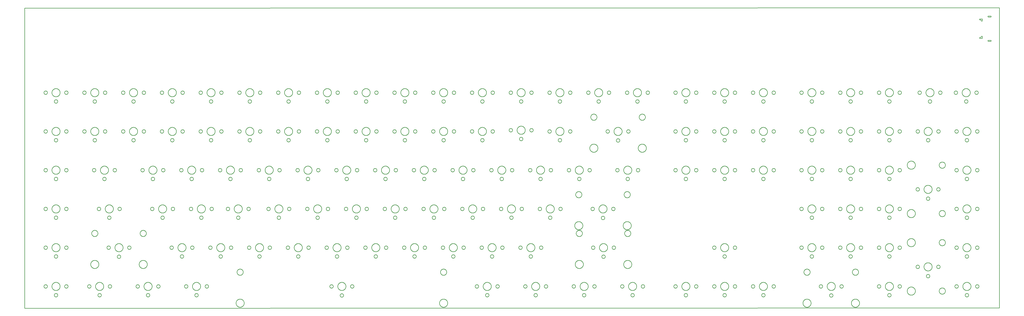
<source format=gbr>
G04 EAGLE Gerber RS-274X export*
G75*
%MOMM*%
%FSLAX34Y34*%
%LPD*%
%IN*%
%IPPOS*%
%AMOC8*
5,1,8,0,0,1.08239X$1,22.5*%
G01*
%ADD10C,0.254000*%


D10*
X-279094Y1475318D02*
X-278868Y-500D01*
X4511204Y906D01*
X4510978Y1476724D01*
X-279094Y1475318D01*
X4454780Y1314440D02*
X4454790Y1314222D01*
X4454818Y1314006D01*
X4454865Y1313793D01*
X4454931Y1313585D01*
X4455014Y1313383D01*
X4455115Y1313190D01*
X4455232Y1313006D01*
X4455365Y1312833D01*
X4455512Y1312672D01*
X4455673Y1312525D01*
X4455846Y1312392D01*
X4456030Y1312275D01*
X4456223Y1312174D01*
X4456425Y1312091D01*
X4456633Y1312025D01*
X4456846Y1311978D01*
X4457062Y1311950D01*
X4457280Y1311940D01*
X4468280Y1311940D01*
X4468498Y1311950D01*
X4468714Y1311978D01*
X4468927Y1312025D01*
X4469135Y1312091D01*
X4469337Y1312174D01*
X4469530Y1312275D01*
X4469714Y1312392D01*
X4469887Y1312525D01*
X4470048Y1312672D01*
X4470195Y1312833D01*
X4470328Y1313006D01*
X4470445Y1313190D01*
X4470546Y1313383D01*
X4470629Y1313585D01*
X4470695Y1313793D01*
X4470742Y1314006D01*
X4470771Y1314222D01*
X4470780Y1314440D01*
X4470771Y1314658D01*
X4470742Y1314874D01*
X4470695Y1315087D01*
X4470629Y1315295D01*
X4470546Y1315497D01*
X4470445Y1315690D01*
X4470328Y1315874D01*
X4470195Y1316047D01*
X4470048Y1316208D01*
X4469887Y1316355D01*
X4469714Y1316488D01*
X4469530Y1316605D01*
X4469337Y1316706D01*
X4469135Y1316789D01*
X4468927Y1316855D01*
X4468714Y1316902D01*
X4468498Y1316931D01*
X4468280Y1316940D01*
X4457280Y1316940D01*
X4457062Y1316931D01*
X4456846Y1316902D01*
X4456633Y1316855D01*
X4456425Y1316789D01*
X4456223Y1316706D01*
X4456030Y1316605D01*
X4455846Y1316488D01*
X4455673Y1316355D01*
X4455512Y1316208D01*
X4455365Y1316047D01*
X4455232Y1315874D01*
X4455115Y1315690D01*
X4455014Y1315497D01*
X4454931Y1315295D01*
X4454865Y1315087D01*
X4454818Y1314874D01*
X4454790Y1314658D01*
X4454780Y1314440D01*
X4454780Y1433840D02*
X4454790Y1433622D01*
X4454818Y1433406D01*
X4454865Y1433193D01*
X4454931Y1432985D01*
X4455014Y1432783D01*
X4455115Y1432590D01*
X4455232Y1432406D01*
X4455365Y1432233D01*
X4455512Y1432072D01*
X4455673Y1431925D01*
X4455846Y1431792D01*
X4456030Y1431675D01*
X4456223Y1431574D01*
X4456425Y1431491D01*
X4456633Y1431425D01*
X4456846Y1431378D01*
X4457062Y1431350D01*
X4457280Y1431340D01*
X4468280Y1431340D01*
X4468498Y1431350D01*
X4468714Y1431378D01*
X4468927Y1431425D01*
X4469135Y1431491D01*
X4469337Y1431574D01*
X4469530Y1431675D01*
X4469714Y1431792D01*
X4469887Y1431925D01*
X4470048Y1432072D01*
X4470195Y1432233D01*
X4470328Y1432406D01*
X4470445Y1432590D01*
X4470546Y1432783D01*
X4470629Y1432985D01*
X4470695Y1433193D01*
X4470742Y1433406D01*
X4470771Y1433622D01*
X4470780Y1433840D01*
X4470771Y1434058D01*
X4470742Y1434274D01*
X4470695Y1434487D01*
X4470629Y1434695D01*
X4470546Y1434897D01*
X4470445Y1435090D01*
X4470328Y1435274D01*
X4470195Y1435447D01*
X4470048Y1435608D01*
X4469887Y1435755D01*
X4469714Y1435888D01*
X4469530Y1436005D01*
X4469337Y1436106D01*
X4469135Y1436189D01*
X4468927Y1436255D01*
X4468714Y1436302D01*
X4468498Y1436331D01*
X4468280Y1436340D01*
X4457280Y1436340D01*
X4457062Y1436331D01*
X4456846Y1436302D01*
X4456633Y1436255D01*
X4456425Y1436189D01*
X4456223Y1436106D01*
X4456030Y1436005D01*
X4455846Y1435888D01*
X4455673Y1435755D01*
X4455512Y1435608D01*
X4455365Y1435447D01*
X4455232Y1435274D01*
X4455115Y1435090D01*
X4455014Y1434897D01*
X4454931Y1434695D01*
X4454865Y1434487D01*
X4454818Y1434274D01*
X4454790Y1434058D01*
X4454780Y1433840D01*
X4413330Y1419640D02*
X4413340Y1419422D01*
X4413368Y1419206D01*
X4413415Y1418993D01*
X4413481Y1418785D01*
X4413564Y1418583D01*
X4413665Y1418390D01*
X4413782Y1418206D01*
X4413915Y1418033D01*
X4414062Y1417872D01*
X4414223Y1417725D01*
X4414396Y1417592D01*
X4414580Y1417475D01*
X4414773Y1417374D01*
X4414975Y1417291D01*
X4415183Y1417225D01*
X4415396Y1417178D01*
X4415612Y1417150D01*
X4415830Y1417140D01*
X4420280Y1417140D01*
X4420411Y1417139D01*
X4420541Y1417126D01*
X4420670Y1417102D01*
X4420796Y1417067D01*
X4420919Y1417021D01*
X4421037Y1416964D01*
X4421149Y1416897D01*
X4421256Y1416821D01*
X4421355Y1416736D01*
X4421447Y1416642D01*
X4421530Y1416541D01*
X4421604Y1416433D01*
X4421668Y1416319D01*
X4421722Y1416200D01*
X4421766Y1416077D01*
X4421799Y1415950D01*
X4421820Y1415821D01*
X4421830Y1415690D01*
X4421830Y1414190D01*
X4421839Y1413926D01*
X4421872Y1413664D01*
X4421927Y1413406D01*
X4422004Y1413154D01*
X4422103Y1412909D01*
X4422223Y1412674D01*
X4422363Y1412450D01*
X4422522Y1412240D01*
X4422698Y1412044D01*
X4422891Y1411864D01*
X4423099Y1411701D01*
X4423321Y1411558D01*
X4423554Y1411434D01*
X4423797Y1411331D01*
X4424048Y1411250D01*
X4424305Y1411190D01*
X4424566Y1411154D01*
X4424830Y1411140D01*
X4425091Y1411151D01*
X4425351Y1411186D01*
X4425606Y1411242D01*
X4425856Y1411321D01*
X4426098Y1411421D01*
X4426330Y1411542D01*
X4426551Y1411683D01*
X4426758Y1411842D01*
X4426951Y1412019D01*
X4427128Y1412212D01*
X4427287Y1412419D01*
X4427428Y1412640D01*
X4427549Y1412872D01*
X4427649Y1413114D01*
X4427728Y1413364D01*
X4427784Y1413619D01*
X4427819Y1413879D01*
X4427830Y1414140D01*
X4427830Y1419640D01*
X4427821Y1419858D01*
X4427792Y1420074D01*
X4427745Y1420287D01*
X4427679Y1420495D01*
X4427596Y1420697D01*
X4427495Y1420890D01*
X4427378Y1421074D01*
X4427245Y1421247D01*
X4427098Y1421408D01*
X4426937Y1421555D01*
X4426764Y1421688D01*
X4426580Y1421805D01*
X4426387Y1421906D01*
X4426185Y1421989D01*
X4425977Y1422055D01*
X4425764Y1422102D01*
X4425548Y1422131D01*
X4425330Y1422140D01*
X4415830Y1422140D01*
X4415612Y1422131D01*
X4415396Y1422102D01*
X4415183Y1422055D01*
X4414975Y1421989D01*
X4414773Y1421906D01*
X4414580Y1421805D01*
X4414396Y1421688D01*
X4414223Y1421555D01*
X4414062Y1421408D01*
X4413915Y1421247D01*
X4413782Y1421074D01*
X4413665Y1420890D01*
X4413564Y1420697D01*
X4413481Y1420495D01*
X4413415Y1420287D01*
X4413368Y1420074D01*
X4413340Y1419858D01*
X4413330Y1419640D01*
X4413330Y1328640D02*
X4413340Y1328422D01*
X4413368Y1328206D01*
X4413415Y1327993D01*
X4413481Y1327785D01*
X4413564Y1327583D01*
X4413665Y1327390D01*
X4413782Y1327206D01*
X4413915Y1327033D01*
X4414062Y1326872D01*
X4414223Y1326725D01*
X4414396Y1326592D01*
X4414580Y1326475D01*
X4414773Y1326374D01*
X4414975Y1326291D01*
X4415183Y1326225D01*
X4415396Y1326178D01*
X4415612Y1326150D01*
X4415830Y1326140D01*
X4425330Y1326140D01*
X4425548Y1326150D01*
X4425764Y1326178D01*
X4425977Y1326225D01*
X4426185Y1326291D01*
X4426387Y1326374D01*
X4426580Y1326475D01*
X4426764Y1326592D01*
X4426937Y1326725D01*
X4427098Y1326872D01*
X4427245Y1327033D01*
X4427378Y1327206D01*
X4427495Y1327390D01*
X4427596Y1327583D01*
X4427679Y1327785D01*
X4427745Y1327993D01*
X4427792Y1328206D01*
X4427821Y1328422D01*
X4427830Y1328640D01*
X4427830Y1334140D01*
X4427819Y1334401D01*
X4427784Y1334661D01*
X4427728Y1334916D01*
X4427649Y1335166D01*
X4427549Y1335408D01*
X4427428Y1335640D01*
X4427287Y1335861D01*
X4427128Y1336068D01*
X4426951Y1336261D01*
X4426758Y1336438D01*
X4426551Y1336597D01*
X4426330Y1336738D01*
X4426098Y1336859D01*
X4425856Y1336959D01*
X4425606Y1337038D01*
X4425351Y1337094D01*
X4425091Y1337129D01*
X4424830Y1337140D01*
X4424569Y1337129D01*
X4424309Y1337094D01*
X4424054Y1337038D01*
X4423804Y1336959D01*
X4423562Y1336859D01*
X4423330Y1336738D01*
X4423109Y1336597D01*
X4422902Y1336438D01*
X4422709Y1336261D01*
X4422532Y1336068D01*
X4422373Y1335861D01*
X4422232Y1335640D01*
X4422111Y1335408D01*
X4422011Y1335166D01*
X4421932Y1334916D01*
X4421876Y1334661D01*
X4421841Y1334401D01*
X4421830Y1334140D01*
X4421830Y1332590D01*
X4421820Y1332459D01*
X4421799Y1332330D01*
X4421766Y1332203D01*
X4421722Y1332080D01*
X4421668Y1331961D01*
X4421604Y1331847D01*
X4421530Y1331739D01*
X4421447Y1331638D01*
X4421355Y1331544D01*
X4421256Y1331459D01*
X4421149Y1331383D01*
X4421037Y1331316D01*
X4420919Y1331259D01*
X4420796Y1331213D01*
X4420670Y1331178D01*
X4420541Y1331154D01*
X4420411Y1331141D01*
X4420280Y1331140D01*
X4415830Y1331140D01*
X4415612Y1331131D01*
X4415396Y1331102D01*
X4415183Y1331055D01*
X4414975Y1330989D01*
X4414773Y1330906D01*
X4414580Y1330805D01*
X4414396Y1330688D01*
X4414223Y1330555D01*
X4414062Y1330408D01*
X4413915Y1330247D01*
X4413782Y1330074D01*
X4413665Y1329890D01*
X4413564Y1329697D01*
X4413481Y1329495D01*
X4413415Y1329287D01*
X4413368Y1329074D01*
X4413340Y1328858D01*
X4413330Y1328640D01*
X1990200Y868396D02*
X1990127Y867189D01*
X1989981Y865989D01*
X1989763Y864800D01*
X1989474Y863627D01*
X1989115Y862473D01*
X1988686Y861343D01*
X1988190Y860241D01*
X1987628Y859170D01*
X1987003Y858136D01*
X1986316Y857141D01*
X1985571Y856190D01*
X1984769Y855285D01*
X1983915Y854431D01*
X1983010Y853629D01*
X1982059Y852884D01*
X1981064Y852197D01*
X1980030Y851572D01*
X1978959Y851010D01*
X1977857Y850514D01*
X1976727Y850085D01*
X1975573Y849726D01*
X1974400Y849437D01*
X1973211Y849219D01*
X1972011Y849073D01*
X1970804Y849000D01*
X1969596Y849000D01*
X1968389Y849073D01*
X1967189Y849219D01*
X1966000Y849437D01*
X1964827Y849726D01*
X1963673Y850085D01*
X1962543Y850514D01*
X1961441Y851010D01*
X1960370Y851572D01*
X1959336Y852197D01*
X1958341Y852884D01*
X1957390Y853629D01*
X1956485Y854431D01*
X1955631Y855285D01*
X1954829Y856190D01*
X1954084Y857141D01*
X1953397Y858136D01*
X1952772Y859170D01*
X1952210Y860241D01*
X1951714Y861343D01*
X1951285Y862473D01*
X1950926Y863627D01*
X1950637Y864800D01*
X1950419Y865989D01*
X1950273Y867189D01*
X1950200Y868396D01*
X1950200Y869604D01*
X1950273Y870811D01*
X1950419Y872011D01*
X1950637Y873200D01*
X1950926Y874373D01*
X1951285Y875527D01*
X1951714Y876657D01*
X1952210Y877759D01*
X1952772Y878830D01*
X1953397Y879864D01*
X1954084Y880859D01*
X1954829Y881810D01*
X1955631Y882715D01*
X1956485Y883569D01*
X1957390Y884371D01*
X1958341Y885116D01*
X1959336Y885803D01*
X1960370Y886428D01*
X1961441Y886990D01*
X1962543Y887486D01*
X1963673Y887915D01*
X1964827Y888274D01*
X1966000Y888563D01*
X1967189Y888781D01*
X1968389Y888927D01*
X1969596Y889000D01*
X1970804Y889000D01*
X1972011Y888927D01*
X1973211Y888781D01*
X1974400Y888563D01*
X1975573Y888274D01*
X1976727Y887915D01*
X1977857Y887486D01*
X1978959Y886990D01*
X1980030Y886428D01*
X1981064Y885803D01*
X1982059Y885116D01*
X1983010Y884371D01*
X1983915Y883569D01*
X1984769Y882715D01*
X1985571Y881810D01*
X1986316Y880859D01*
X1987003Y879864D01*
X1987628Y878830D01*
X1988190Y877759D01*
X1988686Y876657D01*
X1989115Y875527D01*
X1989474Y874373D01*
X1989763Y873200D01*
X1989981Y872011D01*
X1990127Y870811D01*
X1990200Y869604D01*
X1990200Y868396D01*
X1927900Y868629D02*
X1927835Y867889D01*
X1927706Y867159D01*
X1927514Y866442D01*
X1927260Y865744D01*
X1926947Y865071D01*
X1926576Y864429D01*
X1926150Y863821D01*
X1925673Y863252D01*
X1925148Y862727D01*
X1924579Y862250D01*
X1923971Y861824D01*
X1923329Y861453D01*
X1922656Y861140D01*
X1921958Y860886D01*
X1921242Y860694D01*
X1920511Y860565D01*
X1919771Y860500D01*
X1919029Y860500D01*
X1918289Y860565D01*
X1917559Y860694D01*
X1916842Y860886D01*
X1916144Y861140D01*
X1915471Y861453D01*
X1914829Y861824D01*
X1914221Y862250D01*
X1913652Y862727D01*
X1913127Y863252D01*
X1912650Y863821D01*
X1912224Y864429D01*
X1911853Y865071D01*
X1911540Y865744D01*
X1911286Y866442D01*
X1911094Y867159D01*
X1910965Y867889D01*
X1910900Y868629D01*
X1910900Y869371D01*
X1910965Y870111D01*
X1911094Y870842D01*
X1911286Y871558D01*
X1911540Y872256D01*
X1911853Y872929D01*
X1912224Y873571D01*
X1912650Y874179D01*
X1913127Y874748D01*
X1913652Y875273D01*
X1914221Y875750D01*
X1914829Y876176D01*
X1915471Y876547D01*
X1916144Y876860D01*
X1916842Y877114D01*
X1917559Y877306D01*
X1918289Y877435D01*
X1919029Y877500D01*
X1919771Y877500D01*
X1920511Y877435D01*
X1921242Y877306D01*
X1921958Y877114D01*
X1922656Y876860D01*
X1923329Y876547D01*
X1923971Y876176D01*
X1924579Y875750D01*
X1925148Y875273D01*
X1925673Y874748D01*
X1926150Y874179D01*
X1926576Y873571D01*
X1926947Y872929D01*
X1927260Y872256D01*
X1927514Y871558D01*
X1927706Y870842D01*
X1927835Y870111D01*
X1927900Y869371D01*
X1927900Y868629D01*
X2029500Y868629D02*
X2029435Y867889D01*
X2029306Y867159D01*
X2029114Y866442D01*
X2028860Y865744D01*
X2028547Y865071D01*
X2028176Y864429D01*
X2027750Y863821D01*
X2027273Y863252D01*
X2026748Y862727D01*
X2026179Y862250D01*
X2025571Y861824D01*
X2024929Y861453D01*
X2024256Y861140D01*
X2023558Y860886D01*
X2022842Y860694D01*
X2022111Y860565D01*
X2021371Y860500D01*
X2020629Y860500D01*
X2019889Y860565D01*
X2019159Y860694D01*
X2018442Y860886D01*
X2017744Y861140D01*
X2017071Y861453D01*
X2016429Y861824D01*
X2015821Y862250D01*
X2015252Y862727D01*
X2014727Y863252D01*
X2014250Y863821D01*
X2013824Y864429D01*
X2013453Y865071D01*
X2013140Y865744D01*
X2012886Y866442D01*
X2012694Y867159D01*
X2012565Y867889D01*
X2012500Y868629D01*
X2012500Y869371D01*
X2012565Y870111D01*
X2012694Y870842D01*
X2012886Y871558D01*
X2013140Y872256D01*
X2013453Y872929D01*
X2013824Y873571D01*
X2014250Y874179D01*
X2014727Y874748D01*
X2015252Y875273D01*
X2015821Y875750D01*
X2016429Y876176D01*
X2017071Y876547D01*
X2017744Y876860D01*
X2018442Y877114D01*
X2019159Y877306D01*
X2019889Y877435D01*
X2020629Y877500D01*
X2021371Y877500D01*
X2022111Y877435D01*
X2022842Y877306D01*
X2023558Y877114D01*
X2024256Y876860D01*
X2024929Y876547D01*
X2025571Y876176D01*
X2026179Y875750D01*
X2026748Y875273D01*
X2027273Y874748D01*
X2027750Y874179D01*
X2028176Y873571D01*
X2028547Y872929D01*
X2028860Y872256D01*
X2029114Y871558D01*
X2029306Y870842D01*
X2029435Y870111D01*
X2029500Y869371D01*
X2029500Y868629D01*
X1978700Y825449D02*
X1978635Y824709D01*
X1978506Y823979D01*
X1978314Y823262D01*
X1978060Y822564D01*
X1977747Y821891D01*
X1977376Y821249D01*
X1976950Y820641D01*
X1976473Y820072D01*
X1975948Y819547D01*
X1975379Y819070D01*
X1974771Y818644D01*
X1974129Y818273D01*
X1973456Y817960D01*
X1972758Y817706D01*
X1972042Y817514D01*
X1971311Y817385D01*
X1970571Y817320D01*
X1969829Y817320D01*
X1969089Y817385D01*
X1968359Y817514D01*
X1967642Y817706D01*
X1966944Y817960D01*
X1966271Y818273D01*
X1965629Y818644D01*
X1965021Y819070D01*
X1964452Y819547D01*
X1963927Y820072D01*
X1963450Y820641D01*
X1963024Y821249D01*
X1962653Y821891D01*
X1962340Y822564D01*
X1962086Y823262D01*
X1961894Y823979D01*
X1961765Y824709D01*
X1961700Y825449D01*
X1961700Y826191D01*
X1961765Y826931D01*
X1961894Y827662D01*
X1962086Y828378D01*
X1962340Y829076D01*
X1962653Y829749D01*
X1963024Y830391D01*
X1963450Y830999D01*
X1963927Y831568D01*
X1964452Y832093D01*
X1965021Y832570D01*
X1965629Y832996D01*
X1966271Y833367D01*
X1966944Y833680D01*
X1967642Y833934D01*
X1968359Y834126D01*
X1969089Y834255D01*
X1969829Y834320D01*
X1970571Y834320D01*
X1971311Y834255D01*
X1972042Y834126D01*
X1972758Y833934D01*
X1973456Y833680D01*
X1974129Y833367D01*
X1974771Y832996D01*
X1975379Y832570D01*
X1975948Y832093D01*
X1976473Y831568D01*
X1976950Y830999D01*
X1977376Y830391D01*
X1977747Y829749D01*
X1978060Y829076D01*
X1978314Y828378D01*
X1978506Y827662D01*
X1978635Y826931D01*
X1978700Y826191D01*
X1978700Y825449D01*
X275700Y868396D02*
X275627Y867189D01*
X275481Y865989D01*
X275263Y864800D01*
X274974Y863627D01*
X274615Y862473D01*
X274186Y861343D01*
X273690Y860241D01*
X273128Y859170D01*
X272503Y858136D01*
X271816Y857141D01*
X271071Y856190D01*
X270269Y855285D01*
X269415Y854431D01*
X268510Y853629D01*
X267559Y852884D01*
X266564Y852197D01*
X265530Y851572D01*
X264459Y851010D01*
X263357Y850514D01*
X262227Y850085D01*
X261073Y849726D01*
X259900Y849437D01*
X258711Y849219D01*
X257511Y849073D01*
X256304Y849000D01*
X255096Y849000D01*
X253889Y849073D01*
X252689Y849219D01*
X251500Y849437D01*
X250327Y849726D01*
X249173Y850085D01*
X248043Y850514D01*
X246941Y851010D01*
X245870Y851572D01*
X244836Y852197D01*
X243841Y852884D01*
X242890Y853629D01*
X241985Y854431D01*
X241131Y855285D01*
X240329Y856190D01*
X239584Y857141D01*
X238897Y858136D01*
X238272Y859170D01*
X237710Y860241D01*
X237214Y861343D01*
X236785Y862473D01*
X236426Y863627D01*
X236137Y864800D01*
X235919Y865989D01*
X235773Y867189D01*
X235700Y868396D01*
X235700Y869604D01*
X235773Y870811D01*
X235919Y872011D01*
X236137Y873200D01*
X236426Y874373D01*
X236785Y875527D01*
X237214Y876657D01*
X237710Y877759D01*
X238272Y878830D01*
X238897Y879864D01*
X239584Y880859D01*
X240329Y881810D01*
X241131Y882715D01*
X241985Y883569D01*
X242890Y884371D01*
X243841Y885116D01*
X244836Y885803D01*
X245870Y886428D01*
X246941Y886990D01*
X248043Y887486D01*
X249173Y887915D01*
X250327Y888274D01*
X251500Y888563D01*
X252689Y888781D01*
X253889Y888927D01*
X255096Y889000D01*
X256304Y889000D01*
X257511Y888927D01*
X258711Y888781D01*
X259900Y888563D01*
X261073Y888274D01*
X262227Y887915D01*
X263357Y887486D01*
X264459Y886990D01*
X265530Y886428D01*
X266564Y885803D01*
X267559Y885116D01*
X268510Y884371D01*
X269415Y883569D01*
X270269Y882715D01*
X271071Y881810D01*
X271816Y880859D01*
X272503Y879864D01*
X273128Y878830D01*
X273690Y877759D01*
X274186Y876657D01*
X274615Y875527D01*
X274974Y874373D01*
X275263Y873200D01*
X275481Y872011D01*
X275627Y870811D01*
X275700Y869604D01*
X275700Y868396D01*
X213400Y868629D02*
X213335Y867889D01*
X213206Y867159D01*
X213014Y866442D01*
X212760Y865744D01*
X212447Y865071D01*
X212076Y864429D01*
X211650Y863821D01*
X211173Y863252D01*
X210648Y862727D01*
X210079Y862250D01*
X209471Y861824D01*
X208829Y861453D01*
X208156Y861140D01*
X207458Y860886D01*
X206742Y860694D01*
X206011Y860565D01*
X205271Y860500D01*
X204529Y860500D01*
X203789Y860565D01*
X203059Y860694D01*
X202342Y860886D01*
X201644Y861140D01*
X200971Y861453D01*
X200329Y861824D01*
X199721Y862250D01*
X199152Y862727D01*
X198627Y863252D01*
X198150Y863821D01*
X197724Y864429D01*
X197353Y865071D01*
X197040Y865744D01*
X196786Y866442D01*
X196594Y867159D01*
X196465Y867889D01*
X196400Y868629D01*
X196400Y869371D01*
X196465Y870111D01*
X196594Y870842D01*
X196786Y871558D01*
X197040Y872256D01*
X197353Y872929D01*
X197724Y873571D01*
X198150Y874179D01*
X198627Y874748D01*
X199152Y875273D01*
X199721Y875750D01*
X200329Y876176D01*
X200971Y876547D01*
X201644Y876860D01*
X202342Y877114D01*
X203059Y877306D01*
X203789Y877435D01*
X204529Y877500D01*
X205271Y877500D01*
X206011Y877435D01*
X206742Y877306D01*
X207458Y877114D01*
X208156Y876860D01*
X208829Y876547D01*
X209471Y876176D01*
X210079Y875750D01*
X210648Y875273D01*
X211173Y874748D01*
X211650Y874179D01*
X212076Y873571D01*
X212447Y872929D01*
X212760Y872256D01*
X213014Y871558D01*
X213206Y870842D01*
X213335Y870111D01*
X213400Y869371D01*
X213400Y868629D01*
X315000Y868629D02*
X314935Y867889D01*
X314806Y867159D01*
X314614Y866442D01*
X314360Y865744D01*
X314047Y865071D01*
X313676Y864429D01*
X313250Y863821D01*
X312773Y863252D01*
X312248Y862727D01*
X311679Y862250D01*
X311071Y861824D01*
X310429Y861453D01*
X309756Y861140D01*
X309058Y860886D01*
X308342Y860694D01*
X307611Y860565D01*
X306871Y860500D01*
X306129Y860500D01*
X305389Y860565D01*
X304659Y860694D01*
X303942Y860886D01*
X303244Y861140D01*
X302571Y861453D01*
X301929Y861824D01*
X301321Y862250D01*
X300752Y862727D01*
X300227Y863252D01*
X299750Y863821D01*
X299324Y864429D01*
X298953Y865071D01*
X298640Y865744D01*
X298386Y866442D01*
X298194Y867159D01*
X298065Y867889D01*
X298000Y868629D01*
X298000Y869371D01*
X298065Y870111D01*
X298194Y870842D01*
X298386Y871558D01*
X298640Y872256D01*
X298953Y872929D01*
X299324Y873571D01*
X299750Y874179D01*
X300227Y874748D01*
X300752Y875273D01*
X301321Y875750D01*
X301929Y876176D01*
X302571Y876547D01*
X303244Y876860D01*
X303942Y877114D01*
X304659Y877306D01*
X305389Y877435D01*
X306129Y877500D01*
X306871Y877500D01*
X307611Y877435D01*
X308342Y877306D01*
X309058Y877114D01*
X309756Y876860D01*
X310429Y876547D01*
X311071Y876176D01*
X311679Y875750D01*
X312248Y875273D01*
X312773Y874748D01*
X313250Y874179D01*
X313676Y873571D01*
X314047Y872929D01*
X314360Y872256D01*
X314614Y871558D01*
X314806Y870842D01*
X314935Y870111D01*
X315000Y869371D01*
X315000Y868629D01*
X264200Y825449D02*
X264135Y824709D01*
X264006Y823979D01*
X263814Y823262D01*
X263560Y822564D01*
X263247Y821891D01*
X262876Y821249D01*
X262450Y820641D01*
X261973Y820072D01*
X261448Y819547D01*
X260879Y819070D01*
X260271Y818644D01*
X259629Y818273D01*
X258956Y817960D01*
X258258Y817706D01*
X257542Y817514D01*
X256811Y817385D01*
X256071Y817320D01*
X255329Y817320D01*
X254589Y817385D01*
X253859Y817514D01*
X253142Y817706D01*
X252444Y817960D01*
X251771Y818273D01*
X251129Y818644D01*
X250521Y819070D01*
X249952Y819547D01*
X249427Y820072D01*
X248950Y820641D01*
X248524Y821249D01*
X248153Y821891D01*
X247840Y822564D01*
X247586Y823262D01*
X247394Y823979D01*
X247265Y824709D01*
X247200Y825449D01*
X247200Y826191D01*
X247265Y826931D01*
X247394Y827662D01*
X247586Y828378D01*
X247840Y829076D01*
X248153Y829749D01*
X248524Y830391D01*
X248950Y830999D01*
X249427Y831568D01*
X249952Y832093D01*
X250521Y832570D01*
X251129Y832996D01*
X251771Y833367D01*
X252444Y833680D01*
X253142Y833934D01*
X253859Y834126D01*
X254589Y834255D01*
X255329Y834320D01*
X256071Y834320D01*
X256811Y834255D01*
X257542Y834126D01*
X258258Y833934D01*
X258956Y833680D01*
X259629Y833367D01*
X260271Y832996D01*
X260879Y832570D01*
X261448Y832093D01*
X261973Y831568D01*
X262450Y830999D01*
X262876Y830391D01*
X263247Y829749D01*
X263560Y829076D01*
X263814Y828378D01*
X264006Y827662D01*
X264135Y826931D01*
X264200Y826191D01*
X264200Y825449D01*
X466200Y868396D02*
X466127Y867189D01*
X465981Y865989D01*
X465763Y864800D01*
X465474Y863627D01*
X465115Y862473D01*
X464686Y861343D01*
X464190Y860241D01*
X463628Y859170D01*
X463003Y858136D01*
X462316Y857141D01*
X461571Y856190D01*
X460769Y855285D01*
X459915Y854431D01*
X459010Y853629D01*
X458059Y852884D01*
X457064Y852197D01*
X456030Y851572D01*
X454959Y851010D01*
X453857Y850514D01*
X452727Y850085D01*
X451573Y849726D01*
X450400Y849437D01*
X449211Y849219D01*
X448011Y849073D01*
X446804Y849000D01*
X445596Y849000D01*
X444389Y849073D01*
X443189Y849219D01*
X442000Y849437D01*
X440827Y849726D01*
X439673Y850085D01*
X438543Y850514D01*
X437441Y851010D01*
X436370Y851572D01*
X435336Y852197D01*
X434341Y852884D01*
X433390Y853629D01*
X432485Y854431D01*
X431631Y855285D01*
X430829Y856190D01*
X430084Y857141D01*
X429397Y858136D01*
X428772Y859170D01*
X428210Y860241D01*
X427714Y861343D01*
X427285Y862473D01*
X426926Y863627D01*
X426637Y864800D01*
X426419Y865989D01*
X426273Y867189D01*
X426200Y868396D01*
X426200Y869604D01*
X426273Y870811D01*
X426419Y872011D01*
X426637Y873200D01*
X426926Y874373D01*
X427285Y875527D01*
X427714Y876657D01*
X428210Y877759D01*
X428772Y878830D01*
X429397Y879864D01*
X430084Y880859D01*
X430829Y881810D01*
X431631Y882715D01*
X432485Y883569D01*
X433390Y884371D01*
X434341Y885116D01*
X435336Y885803D01*
X436370Y886428D01*
X437441Y886990D01*
X438543Y887486D01*
X439673Y887915D01*
X440827Y888274D01*
X442000Y888563D01*
X443189Y888781D01*
X444389Y888927D01*
X445596Y889000D01*
X446804Y889000D01*
X448011Y888927D01*
X449211Y888781D01*
X450400Y888563D01*
X451573Y888274D01*
X452727Y887915D01*
X453857Y887486D01*
X454959Y886990D01*
X456030Y886428D01*
X457064Y885803D01*
X458059Y885116D01*
X459010Y884371D01*
X459915Y883569D01*
X460769Y882715D01*
X461571Y881810D01*
X462316Y880859D01*
X463003Y879864D01*
X463628Y878830D01*
X464190Y877759D01*
X464686Y876657D01*
X465115Y875527D01*
X465474Y874373D01*
X465763Y873200D01*
X465981Y872011D01*
X466127Y870811D01*
X466200Y869604D01*
X466200Y868396D01*
X403900Y868629D02*
X403835Y867889D01*
X403706Y867159D01*
X403514Y866442D01*
X403260Y865744D01*
X402947Y865071D01*
X402576Y864429D01*
X402150Y863821D01*
X401673Y863252D01*
X401148Y862727D01*
X400579Y862250D01*
X399971Y861824D01*
X399329Y861453D01*
X398656Y861140D01*
X397958Y860886D01*
X397242Y860694D01*
X396511Y860565D01*
X395771Y860500D01*
X395029Y860500D01*
X394289Y860565D01*
X393559Y860694D01*
X392842Y860886D01*
X392144Y861140D01*
X391471Y861453D01*
X390829Y861824D01*
X390221Y862250D01*
X389652Y862727D01*
X389127Y863252D01*
X388650Y863821D01*
X388224Y864429D01*
X387853Y865071D01*
X387540Y865744D01*
X387286Y866442D01*
X387094Y867159D01*
X386965Y867889D01*
X386900Y868629D01*
X386900Y869371D01*
X386965Y870111D01*
X387094Y870842D01*
X387286Y871558D01*
X387540Y872256D01*
X387853Y872929D01*
X388224Y873571D01*
X388650Y874179D01*
X389127Y874748D01*
X389652Y875273D01*
X390221Y875750D01*
X390829Y876176D01*
X391471Y876547D01*
X392144Y876860D01*
X392842Y877114D01*
X393559Y877306D01*
X394289Y877435D01*
X395029Y877500D01*
X395771Y877500D01*
X396511Y877435D01*
X397242Y877306D01*
X397958Y877114D01*
X398656Y876860D01*
X399329Y876547D01*
X399971Y876176D01*
X400579Y875750D01*
X401148Y875273D01*
X401673Y874748D01*
X402150Y874179D01*
X402576Y873571D01*
X402947Y872929D01*
X403260Y872256D01*
X403514Y871558D01*
X403706Y870842D01*
X403835Y870111D01*
X403900Y869371D01*
X403900Y868629D01*
X505500Y868629D02*
X505435Y867889D01*
X505306Y867159D01*
X505114Y866442D01*
X504860Y865744D01*
X504547Y865071D01*
X504176Y864429D01*
X503750Y863821D01*
X503273Y863252D01*
X502748Y862727D01*
X502179Y862250D01*
X501571Y861824D01*
X500929Y861453D01*
X500256Y861140D01*
X499558Y860886D01*
X498842Y860694D01*
X498111Y860565D01*
X497371Y860500D01*
X496629Y860500D01*
X495889Y860565D01*
X495159Y860694D01*
X494442Y860886D01*
X493744Y861140D01*
X493071Y861453D01*
X492429Y861824D01*
X491821Y862250D01*
X491252Y862727D01*
X490727Y863252D01*
X490250Y863821D01*
X489824Y864429D01*
X489453Y865071D01*
X489140Y865744D01*
X488886Y866442D01*
X488694Y867159D01*
X488565Y867889D01*
X488500Y868629D01*
X488500Y869371D01*
X488565Y870111D01*
X488694Y870842D01*
X488886Y871558D01*
X489140Y872256D01*
X489453Y872929D01*
X489824Y873571D01*
X490250Y874179D01*
X490727Y874748D01*
X491252Y875273D01*
X491821Y875750D01*
X492429Y876176D01*
X493071Y876547D01*
X493744Y876860D01*
X494442Y877114D01*
X495159Y877306D01*
X495889Y877435D01*
X496629Y877500D01*
X497371Y877500D01*
X498111Y877435D01*
X498842Y877306D01*
X499558Y877114D01*
X500256Y876860D01*
X500929Y876547D01*
X501571Y876176D01*
X502179Y875750D01*
X502748Y875273D01*
X503273Y874748D01*
X503750Y874179D01*
X504176Y873571D01*
X504547Y872929D01*
X504860Y872256D01*
X505114Y871558D01*
X505306Y870842D01*
X505435Y870111D01*
X505500Y869371D01*
X505500Y868629D01*
X454700Y825449D02*
X454635Y824709D01*
X454506Y823979D01*
X454314Y823262D01*
X454060Y822564D01*
X453747Y821891D01*
X453376Y821249D01*
X452950Y820641D01*
X452473Y820072D01*
X451948Y819547D01*
X451379Y819070D01*
X450771Y818644D01*
X450129Y818273D01*
X449456Y817960D01*
X448758Y817706D01*
X448042Y817514D01*
X447311Y817385D01*
X446571Y817320D01*
X445829Y817320D01*
X445089Y817385D01*
X444359Y817514D01*
X443642Y817706D01*
X442944Y817960D01*
X442271Y818273D01*
X441629Y818644D01*
X441021Y819070D01*
X440452Y819547D01*
X439927Y820072D01*
X439450Y820641D01*
X439024Y821249D01*
X438653Y821891D01*
X438340Y822564D01*
X438086Y823262D01*
X437894Y823979D01*
X437765Y824709D01*
X437700Y825449D01*
X437700Y826191D01*
X437765Y826931D01*
X437894Y827662D01*
X438086Y828378D01*
X438340Y829076D01*
X438653Y829749D01*
X439024Y830391D01*
X439450Y830999D01*
X439927Y831568D01*
X440452Y832093D01*
X441021Y832570D01*
X441629Y832996D01*
X442271Y833367D01*
X442944Y833680D01*
X443642Y833934D01*
X444359Y834126D01*
X445089Y834255D01*
X445829Y834320D01*
X446571Y834320D01*
X447311Y834255D01*
X448042Y834126D01*
X448758Y833934D01*
X449456Y833680D01*
X450129Y833367D01*
X450771Y832996D01*
X451379Y832570D01*
X451948Y832093D01*
X452473Y831568D01*
X452950Y830999D01*
X453376Y830391D01*
X453747Y829749D01*
X454060Y829076D01*
X454314Y828378D01*
X454506Y827662D01*
X454635Y826931D01*
X454700Y826191D01*
X454700Y825449D01*
X656700Y868396D02*
X656627Y867189D01*
X656481Y865989D01*
X656263Y864800D01*
X655974Y863627D01*
X655615Y862473D01*
X655186Y861343D01*
X654690Y860241D01*
X654128Y859170D01*
X653503Y858136D01*
X652816Y857141D01*
X652071Y856190D01*
X651269Y855285D01*
X650415Y854431D01*
X649510Y853629D01*
X648559Y852884D01*
X647564Y852197D01*
X646530Y851572D01*
X645459Y851010D01*
X644357Y850514D01*
X643227Y850085D01*
X642073Y849726D01*
X640900Y849437D01*
X639711Y849219D01*
X638511Y849073D01*
X637304Y849000D01*
X636096Y849000D01*
X634889Y849073D01*
X633689Y849219D01*
X632500Y849437D01*
X631327Y849726D01*
X630173Y850085D01*
X629043Y850514D01*
X627941Y851010D01*
X626870Y851572D01*
X625836Y852197D01*
X624841Y852884D01*
X623890Y853629D01*
X622985Y854431D01*
X622131Y855285D01*
X621329Y856190D01*
X620584Y857141D01*
X619897Y858136D01*
X619272Y859170D01*
X618710Y860241D01*
X618214Y861343D01*
X617785Y862473D01*
X617426Y863627D01*
X617137Y864800D01*
X616919Y865989D01*
X616773Y867189D01*
X616700Y868396D01*
X616700Y869604D01*
X616773Y870811D01*
X616919Y872011D01*
X617137Y873200D01*
X617426Y874373D01*
X617785Y875527D01*
X618214Y876657D01*
X618710Y877759D01*
X619272Y878830D01*
X619897Y879864D01*
X620584Y880859D01*
X621329Y881810D01*
X622131Y882715D01*
X622985Y883569D01*
X623890Y884371D01*
X624841Y885116D01*
X625836Y885803D01*
X626870Y886428D01*
X627941Y886990D01*
X629043Y887486D01*
X630173Y887915D01*
X631327Y888274D01*
X632500Y888563D01*
X633689Y888781D01*
X634889Y888927D01*
X636096Y889000D01*
X637304Y889000D01*
X638511Y888927D01*
X639711Y888781D01*
X640900Y888563D01*
X642073Y888274D01*
X643227Y887915D01*
X644357Y887486D01*
X645459Y886990D01*
X646530Y886428D01*
X647564Y885803D01*
X648559Y885116D01*
X649510Y884371D01*
X650415Y883569D01*
X651269Y882715D01*
X652071Y881810D01*
X652816Y880859D01*
X653503Y879864D01*
X654128Y878830D01*
X654690Y877759D01*
X655186Y876657D01*
X655615Y875527D01*
X655974Y874373D01*
X656263Y873200D01*
X656481Y872011D01*
X656627Y870811D01*
X656700Y869604D01*
X656700Y868396D01*
X594400Y868629D02*
X594335Y867889D01*
X594206Y867159D01*
X594014Y866442D01*
X593760Y865744D01*
X593447Y865071D01*
X593076Y864429D01*
X592650Y863821D01*
X592173Y863252D01*
X591648Y862727D01*
X591079Y862250D01*
X590471Y861824D01*
X589829Y861453D01*
X589156Y861140D01*
X588458Y860886D01*
X587742Y860694D01*
X587011Y860565D01*
X586271Y860500D01*
X585529Y860500D01*
X584789Y860565D01*
X584059Y860694D01*
X583342Y860886D01*
X582644Y861140D01*
X581971Y861453D01*
X581329Y861824D01*
X580721Y862250D01*
X580152Y862727D01*
X579627Y863252D01*
X579150Y863821D01*
X578724Y864429D01*
X578353Y865071D01*
X578040Y865744D01*
X577786Y866442D01*
X577594Y867159D01*
X577465Y867889D01*
X577400Y868629D01*
X577400Y869371D01*
X577465Y870111D01*
X577594Y870842D01*
X577786Y871558D01*
X578040Y872256D01*
X578353Y872929D01*
X578724Y873571D01*
X579150Y874179D01*
X579627Y874748D01*
X580152Y875273D01*
X580721Y875750D01*
X581329Y876176D01*
X581971Y876547D01*
X582644Y876860D01*
X583342Y877114D01*
X584059Y877306D01*
X584789Y877435D01*
X585529Y877500D01*
X586271Y877500D01*
X587011Y877435D01*
X587742Y877306D01*
X588458Y877114D01*
X589156Y876860D01*
X589829Y876547D01*
X590471Y876176D01*
X591079Y875750D01*
X591648Y875273D01*
X592173Y874748D01*
X592650Y874179D01*
X593076Y873571D01*
X593447Y872929D01*
X593760Y872256D01*
X594014Y871558D01*
X594206Y870842D01*
X594335Y870111D01*
X594400Y869371D01*
X594400Y868629D01*
X696000Y868629D02*
X695935Y867889D01*
X695806Y867159D01*
X695614Y866442D01*
X695360Y865744D01*
X695047Y865071D01*
X694676Y864429D01*
X694250Y863821D01*
X693773Y863252D01*
X693248Y862727D01*
X692679Y862250D01*
X692071Y861824D01*
X691429Y861453D01*
X690756Y861140D01*
X690058Y860886D01*
X689342Y860694D01*
X688611Y860565D01*
X687871Y860500D01*
X687129Y860500D01*
X686389Y860565D01*
X685659Y860694D01*
X684942Y860886D01*
X684244Y861140D01*
X683571Y861453D01*
X682929Y861824D01*
X682321Y862250D01*
X681752Y862727D01*
X681227Y863252D01*
X680750Y863821D01*
X680324Y864429D01*
X679953Y865071D01*
X679640Y865744D01*
X679386Y866442D01*
X679194Y867159D01*
X679065Y867889D01*
X679000Y868629D01*
X679000Y869371D01*
X679065Y870111D01*
X679194Y870842D01*
X679386Y871558D01*
X679640Y872256D01*
X679953Y872929D01*
X680324Y873571D01*
X680750Y874179D01*
X681227Y874748D01*
X681752Y875273D01*
X682321Y875750D01*
X682929Y876176D01*
X683571Y876547D01*
X684244Y876860D01*
X684942Y877114D01*
X685659Y877306D01*
X686389Y877435D01*
X687129Y877500D01*
X687871Y877500D01*
X688611Y877435D01*
X689342Y877306D01*
X690058Y877114D01*
X690756Y876860D01*
X691429Y876547D01*
X692071Y876176D01*
X692679Y875750D01*
X693248Y875273D01*
X693773Y874748D01*
X694250Y874179D01*
X694676Y873571D01*
X695047Y872929D01*
X695360Y872256D01*
X695614Y871558D01*
X695806Y870842D01*
X695935Y870111D01*
X696000Y869371D01*
X696000Y868629D01*
X645200Y825449D02*
X645135Y824709D01*
X645006Y823979D01*
X644814Y823262D01*
X644560Y822564D01*
X644247Y821891D01*
X643876Y821249D01*
X643450Y820641D01*
X642973Y820072D01*
X642448Y819547D01*
X641879Y819070D01*
X641271Y818644D01*
X640629Y818273D01*
X639956Y817960D01*
X639258Y817706D01*
X638542Y817514D01*
X637811Y817385D01*
X637071Y817320D01*
X636329Y817320D01*
X635589Y817385D01*
X634859Y817514D01*
X634142Y817706D01*
X633444Y817960D01*
X632771Y818273D01*
X632129Y818644D01*
X631521Y819070D01*
X630952Y819547D01*
X630427Y820072D01*
X629950Y820641D01*
X629524Y821249D01*
X629153Y821891D01*
X628840Y822564D01*
X628586Y823262D01*
X628394Y823979D01*
X628265Y824709D01*
X628200Y825449D01*
X628200Y826191D01*
X628265Y826931D01*
X628394Y827662D01*
X628586Y828378D01*
X628840Y829076D01*
X629153Y829749D01*
X629524Y830391D01*
X629950Y830999D01*
X630427Y831568D01*
X630952Y832093D01*
X631521Y832570D01*
X632129Y832996D01*
X632771Y833367D01*
X633444Y833680D01*
X634142Y833934D01*
X634859Y834126D01*
X635589Y834255D01*
X636329Y834320D01*
X637071Y834320D01*
X637811Y834255D01*
X638542Y834126D01*
X639258Y833934D01*
X639956Y833680D01*
X640629Y833367D01*
X641271Y832996D01*
X641879Y832570D01*
X642448Y832093D01*
X642973Y831568D01*
X643450Y830999D01*
X643876Y830391D01*
X644247Y829749D01*
X644560Y829076D01*
X644814Y828378D01*
X645006Y827662D01*
X645135Y826931D01*
X645200Y826191D01*
X645200Y825449D01*
X847200Y868396D02*
X847127Y867189D01*
X846981Y865989D01*
X846763Y864800D01*
X846474Y863627D01*
X846115Y862473D01*
X845686Y861343D01*
X845190Y860241D01*
X844628Y859170D01*
X844003Y858136D01*
X843316Y857141D01*
X842571Y856190D01*
X841769Y855285D01*
X840915Y854431D01*
X840010Y853629D01*
X839059Y852884D01*
X838064Y852197D01*
X837030Y851572D01*
X835959Y851010D01*
X834857Y850514D01*
X833727Y850085D01*
X832573Y849726D01*
X831400Y849437D01*
X830211Y849219D01*
X829011Y849073D01*
X827804Y849000D01*
X826596Y849000D01*
X825389Y849073D01*
X824189Y849219D01*
X823000Y849437D01*
X821827Y849726D01*
X820673Y850085D01*
X819543Y850514D01*
X818441Y851010D01*
X817370Y851572D01*
X816336Y852197D01*
X815341Y852884D01*
X814390Y853629D01*
X813485Y854431D01*
X812631Y855285D01*
X811829Y856190D01*
X811084Y857141D01*
X810397Y858136D01*
X809772Y859170D01*
X809210Y860241D01*
X808714Y861343D01*
X808285Y862473D01*
X807926Y863627D01*
X807637Y864800D01*
X807419Y865989D01*
X807273Y867189D01*
X807200Y868396D01*
X807200Y869604D01*
X807273Y870811D01*
X807419Y872011D01*
X807637Y873200D01*
X807926Y874373D01*
X808285Y875527D01*
X808714Y876657D01*
X809210Y877759D01*
X809772Y878830D01*
X810397Y879864D01*
X811084Y880859D01*
X811829Y881810D01*
X812631Y882715D01*
X813485Y883569D01*
X814390Y884371D01*
X815341Y885116D01*
X816336Y885803D01*
X817370Y886428D01*
X818441Y886990D01*
X819543Y887486D01*
X820673Y887915D01*
X821827Y888274D01*
X823000Y888563D01*
X824189Y888781D01*
X825389Y888927D01*
X826596Y889000D01*
X827804Y889000D01*
X829011Y888927D01*
X830211Y888781D01*
X831400Y888563D01*
X832573Y888274D01*
X833727Y887915D01*
X834857Y887486D01*
X835959Y886990D01*
X837030Y886428D01*
X838064Y885803D01*
X839059Y885116D01*
X840010Y884371D01*
X840915Y883569D01*
X841769Y882715D01*
X842571Y881810D01*
X843316Y880859D01*
X844003Y879864D01*
X844628Y878830D01*
X845190Y877759D01*
X845686Y876657D01*
X846115Y875527D01*
X846474Y874373D01*
X846763Y873200D01*
X846981Y872011D01*
X847127Y870811D01*
X847200Y869604D01*
X847200Y868396D01*
X784900Y868629D02*
X784835Y867889D01*
X784706Y867159D01*
X784514Y866442D01*
X784260Y865744D01*
X783947Y865071D01*
X783576Y864429D01*
X783150Y863821D01*
X782673Y863252D01*
X782148Y862727D01*
X781579Y862250D01*
X780971Y861824D01*
X780329Y861453D01*
X779656Y861140D01*
X778958Y860886D01*
X778242Y860694D01*
X777511Y860565D01*
X776771Y860500D01*
X776029Y860500D01*
X775289Y860565D01*
X774559Y860694D01*
X773842Y860886D01*
X773144Y861140D01*
X772471Y861453D01*
X771829Y861824D01*
X771221Y862250D01*
X770652Y862727D01*
X770127Y863252D01*
X769650Y863821D01*
X769224Y864429D01*
X768853Y865071D01*
X768540Y865744D01*
X768286Y866442D01*
X768094Y867159D01*
X767965Y867889D01*
X767900Y868629D01*
X767900Y869371D01*
X767965Y870111D01*
X768094Y870842D01*
X768286Y871558D01*
X768540Y872256D01*
X768853Y872929D01*
X769224Y873571D01*
X769650Y874179D01*
X770127Y874748D01*
X770652Y875273D01*
X771221Y875750D01*
X771829Y876176D01*
X772471Y876547D01*
X773144Y876860D01*
X773842Y877114D01*
X774559Y877306D01*
X775289Y877435D01*
X776029Y877500D01*
X776771Y877500D01*
X777511Y877435D01*
X778242Y877306D01*
X778958Y877114D01*
X779656Y876860D01*
X780329Y876547D01*
X780971Y876176D01*
X781579Y875750D01*
X782148Y875273D01*
X782673Y874748D01*
X783150Y874179D01*
X783576Y873571D01*
X783947Y872929D01*
X784260Y872256D01*
X784514Y871558D01*
X784706Y870842D01*
X784835Y870111D01*
X784900Y869371D01*
X784900Y868629D01*
X886500Y868629D02*
X886435Y867889D01*
X886306Y867159D01*
X886114Y866442D01*
X885860Y865744D01*
X885547Y865071D01*
X885176Y864429D01*
X884750Y863821D01*
X884273Y863252D01*
X883748Y862727D01*
X883179Y862250D01*
X882571Y861824D01*
X881929Y861453D01*
X881256Y861140D01*
X880558Y860886D01*
X879842Y860694D01*
X879111Y860565D01*
X878371Y860500D01*
X877629Y860500D01*
X876889Y860565D01*
X876159Y860694D01*
X875442Y860886D01*
X874744Y861140D01*
X874071Y861453D01*
X873429Y861824D01*
X872821Y862250D01*
X872252Y862727D01*
X871727Y863252D01*
X871250Y863821D01*
X870824Y864429D01*
X870453Y865071D01*
X870140Y865744D01*
X869886Y866442D01*
X869694Y867159D01*
X869565Y867889D01*
X869500Y868629D01*
X869500Y869371D01*
X869565Y870111D01*
X869694Y870842D01*
X869886Y871558D01*
X870140Y872256D01*
X870453Y872929D01*
X870824Y873571D01*
X871250Y874179D01*
X871727Y874748D01*
X872252Y875273D01*
X872821Y875750D01*
X873429Y876176D01*
X874071Y876547D01*
X874744Y876860D01*
X875442Y877114D01*
X876159Y877306D01*
X876889Y877435D01*
X877629Y877500D01*
X878371Y877500D01*
X879111Y877435D01*
X879842Y877306D01*
X880558Y877114D01*
X881256Y876860D01*
X881929Y876547D01*
X882571Y876176D01*
X883179Y875750D01*
X883748Y875273D01*
X884273Y874748D01*
X884750Y874179D01*
X885176Y873571D01*
X885547Y872929D01*
X885860Y872256D01*
X886114Y871558D01*
X886306Y870842D01*
X886435Y870111D01*
X886500Y869371D01*
X886500Y868629D01*
X835700Y825449D02*
X835635Y824709D01*
X835506Y823979D01*
X835314Y823262D01*
X835060Y822564D01*
X834747Y821891D01*
X834376Y821249D01*
X833950Y820641D01*
X833473Y820072D01*
X832948Y819547D01*
X832379Y819070D01*
X831771Y818644D01*
X831129Y818273D01*
X830456Y817960D01*
X829758Y817706D01*
X829042Y817514D01*
X828311Y817385D01*
X827571Y817320D01*
X826829Y817320D01*
X826089Y817385D01*
X825359Y817514D01*
X824642Y817706D01*
X823944Y817960D01*
X823271Y818273D01*
X822629Y818644D01*
X822021Y819070D01*
X821452Y819547D01*
X820927Y820072D01*
X820450Y820641D01*
X820024Y821249D01*
X819653Y821891D01*
X819340Y822564D01*
X819086Y823262D01*
X818894Y823979D01*
X818765Y824709D01*
X818700Y825449D01*
X818700Y826191D01*
X818765Y826931D01*
X818894Y827662D01*
X819086Y828378D01*
X819340Y829076D01*
X819653Y829749D01*
X820024Y830391D01*
X820450Y830999D01*
X820927Y831568D01*
X821452Y832093D01*
X822021Y832570D01*
X822629Y832996D01*
X823271Y833367D01*
X823944Y833680D01*
X824642Y833934D01*
X825359Y834126D01*
X826089Y834255D01*
X826829Y834320D01*
X827571Y834320D01*
X828311Y834255D01*
X829042Y834126D01*
X829758Y833934D01*
X830456Y833680D01*
X831129Y833367D01*
X831771Y832996D01*
X832379Y832570D01*
X832948Y832093D01*
X833473Y831568D01*
X833950Y830999D01*
X834376Y830391D01*
X834747Y829749D01*
X835060Y829076D01*
X835314Y828378D01*
X835506Y827662D01*
X835635Y826931D01*
X835700Y826191D01*
X835700Y825449D01*
X1037700Y868396D02*
X1037627Y867189D01*
X1037481Y865989D01*
X1037263Y864800D01*
X1036974Y863627D01*
X1036615Y862473D01*
X1036186Y861343D01*
X1035690Y860241D01*
X1035128Y859170D01*
X1034503Y858136D01*
X1033816Y857141D01*
X1033071Y856190D01*
X1032269Y855285D01*
X1031415Y854431D01*
X1030510Y853629D01*
X1029559Y852884D01*
X1028564Y852197D01*
X1027530Y851572D01*
X1026459Y851010D01*
X1025357Y850514D01*
X1024227Y850085D01*
X1023073Y849726D01*
X1021900Y849437D01*
X1020711Y849219D01*
X1019511Y849073D01*
X1018304Y849000D01*
X1017096Y849000D01*
X1015889Y849073D01*
X1014689Y849219D01*
X1013500Y849437D01*
X1012327Y849726D01*
X1011173Y850085D01*
X1010043Y850514D01*
X1008941Y851010D01*
X1007870Y851572D01*
X1006836Y852197D01*
X1005841Y852884D01*
X1004890Y853629D01*
X1003985Y854431D01*
X1003131Y855285D01*
X1002329Y856190D01*
X1001584Y857141D01*
X1000897Y858136D01*
X1000272Y859170D01*
X999710Y860241D01*
X999214Y861343D01*
X998785Y862473D01*
X998426Y863627D01*
X998137Y864800D01*
X997919Y865989D01*
X997773Y867189D01*
X997700Y868396D01*
X997700Y869604D01*
X997773Y870811D01*
X997919Y872011D01*
X998137Y873200D01*
X998426Y874373D01*
X998785Y875527D01*
X999214Y876657D01*
X999710Y877759D01*
X1000272Y878830D01*
X1000897Y879864D01*
X1001584Y880859D01*
X1002329Y881810D01*
X1003131Y882715D01*
X1003985Y883569D01*
X1004890Y884371D01*
X1005841Y885116D01*
X1006836Y885803D01*
X1007870Y886428D01*
X1008941Y886990D01*
X1010043Y887486D01*
X1011173Y887915D01*
X1012327Y888274D01*
X1013500Y888563D01*
X1014689Y888781D01*
X1015889Y888927D01*
X1017096Y889000D01*
X1018304Y889000D01*
X1019511Y888927D01*
X1020711Y888781D01*
X1021900Y888563D01*
X1023073Y888274D01*
X1024227Y887915D01*
X1025357Y887486D01*
X1026459Y886990D01*
X1027530Y886428D01*
X1028564Y885803D01*
X1029559Y885116D01*
X1030510Y884371D01*
X1031415Y883569D01*
X1032269Y882715D01*
X1033071Y881810D01*
X1033816Y880859D01*
X1034503Y879864D01*
X1035128Y878830D01*
X1035690Y877759D01*
X1036186Y876657D01*
X1036615Y875527D01*
X1036974Y874373D01*
X1037263Y873200D01*
X1037481Y872011D01*
X1037627Y870811D01*
X1037700Y869604D01*
X1037700Y868396D01*
X975400Y868629D02*
X975335Y867889D01*
X975206Y867159D01*
X975014Y866442D01*
X974760Y865744D01*
X974447Y865071D01*
X974076Y864429D01*
X973650Y863821D01*
X973173Y863252D01*
X972648Y862727D01*
X972079Y862250D01*
X971471Y861824D01*
X970829Y861453D01*
X970156Y861140D01*
X969458Y860886D01*
X968742Y860694D01*
X968011Y860565D01*
X967271Y860500D01*
X966529Y860500D01*
X965789Y860565D01*
X965059Y860694D01*
X964342Y860886D01*
X963644Y861140D01*
X962971Y861453D01*
X962329Y861824D01*
X961721Y862250D01*
X961152Y862727D01*
X960627Y863252D01*
X960150Y863821D01*
X959724Y864429D01*
X959353Y865071D01*
X959040Y865744D01*
X958786Y866442D01*
X958594Y867159D01*
X958465Y867889D01*
X958400Y868629D01*
X958400Y869371D01*
X958465Y870111D01*
X958594Y870842D01*
X958786Y871558D01*
X959040Y872256D01*
X959353Y872929D01*
X959724Y873571D01*
X960150Y874179D01*
X960627Y874748D01*
X961152Y875273D01*
X961721Y875750D01*
X962329Y876176D01*
X962971Y876547D01*
X963644Y876860D01*
X964342Y877114D01*
X965059Y877306D01*
X965789Y877435D01*
X966529Y877500D01*
X967271Y877500D01*
X968011Y877435D01*
X968742Y877306D01*
X969458Y877114D01*
X970156Y876860D01*
X970829Y876547D01*
X971471Y876176D01*
X972079Y875750D01*
X972648Y875273D01*
X973173Y874748D01*
X973650Y874179D01*
X974076Y873571D01*
X974447Y872929D01*
X974760Y872256D01*
X975014Y871558D01*
X975206Y870842D01*
X975335Y870111D01*
X975400Y869371D01*
X975400Y868629D01*
X1077000Y868629D02*
X1076935Y867889D01*
X1076806Y867159D01*
X1076614Y866442D01*
X1076360Y865744D01*
X1076047Y865071D01*
X1075676Y864429D01*
X1075250Y863821D01*
X1074773Y863252D01*
X1074248Y862727D01*
X1073679Y862250D01*
X1073071Y861824D01*
X1072429Y861453D01*
X1071756Y861140D01*
X1071058Y860886D01*
X1070342Y860694D01*
X1069611Y860565D01*
X1068871Y860500D01*
X1068129Y860500D01*
X1067389Y860565D01*
X1066659Y860694D01*
X1065942Y860886D01*
X1065244Y861140D01*
X1064571Y861453D01*
X1063929Y861824D01*
X1063321Y862250D01*
X1062752Y862727D01*
X1062227Y863252D01*
X1061750Y863821D01*
X1061324Y864429D01*
X1060953Y865071D01*
X1060640Y865744D01*
X1060386Y866442D01*
X1060194Y867159D01*
X1060065Y867889D01*
X1060000Y868629D01*
X1060000Y869371D01*
X1060065Y870111D01*
X1060194Y870842D01*
X1060386Y871558D01*
X1060640Y872256D01*
X1060953Y872929D01*
X1061324Y873571D01*
X1061750Y874179D01*
X1062227Y874748D01*
X1062752Y875273D01*
X1063321Y875750D01*
X1063929Y876176D01*
X1064571Y876547D01*
X1065244Y876860D01*
X1065942Y877114D01*
X1066659Y877306D01*
X1067389Y877435D01*
X1068129Y877500D01*
X1068871Y877500D01*
X1069611Y877435D01*
X1070342Y877306D01*
X1071058Y877114D01*
X1071756Y876860D01*
X1072429Y876547D01*
X1073071Y876176D01*
X1073679Y875750D01*
X1074248Y875273D01*
X1074773Y874748D01*
X1075250Y874179D01*
X1075676Y873571D01*
X1076047Y872929D01*
X1076360Y872256D01*
X1076614Y871558D01*
X1076806Y870842D01*
X1076935Y870111D01*
X1077000Y869371D01*
X1077000Y868629D01*
X1026200Y825449D02*
X1026135Y824709D01*
X1026006Y823979D01*
X1025814Y823262D01*
X1025560Y822564D01*
X1025247Y821891D01*
X1024876Y821249D01*
X1024450Y820641D01*
X1023973Y820072D01*
X1023448Y819547D01*
X1022879Y819070D01*
X1022271Y818644D01*
X1021629Y818273D01*
X1020956Y817960D01*
X1020258Y817706D01*
X1019542Y817514D01*
X1018811Y817385D01*
X1018071Y817320D01*
X1017329Y817320D01*
X1016589Y817385D01*
X1015859Y817514D01*
X1015142Y817706D01*
X1014444Y817960D01*
X1013771Y818273D01*
X1013129Y818644D01*
X1012521Y819070D01*
X1011952Y819547D01*
X1011427Y820072D01*
X1010950Y820641D01*
X1010524Y821249D01*
X1010153Y821891D01*
X1009840Y822564D01*
X1009586Y823262D01*
X1009394Y823979D01*
X1009265Y824709D01*
X1009200Y825449D01*
X1009200Y826191D01*
X1009265Y826931D01*
X1009394Y827662D01*
X1009586Y828378D01*
X1009840Y829076D01*
X1010153Y829749D01*
X1010524Y830391D01*
X1010950Y830999D01*
X1011427Y831568D01*
X1011952Y832093D01*
X1012521Y832570D01*
X1013129Y832996D01*
X1013771Y833367D01*
X1014444Y833680D01*
X1015142Y833934D01*
X1015859Y834126D01*
X1016589Y834255D01*
X1017329Y834320D01*
X1018071Y834320D01*
X1018811Y834255D01*
X1019542Y834126D01*
X1020258Y833934D01*
X1020956Y833680D01*
X1021629Y833367D01*
X1022271Y832996D01*
X1022879Y832570D01*
X1023448Y832093D01*
X1023973Y831568D01*
X1024450Y830999D01*
X1024876Y830391D01*
X1025247Y829749D01*
X1025560Y829076D01*
X1025814Y828378D01*
X1026006Y827662D01*
X1026135Y826931D01*
X1026200Y826191D01*
X1026200Y825449D01*
X1228200Y868396D02*
X1228127Y867189D01*
X1227981Y865989D01*
X1227763Y864800D01*
X1227474Y863627D01*
X1227115Y862473D01*
X1226686Y861343D01*
X1226190Y860241D01*
X1225628Y859170D01*
X1225003Y858136D01*
X1224316Y857141D01*
X1223571Y856190D01*
X1222769Y855285D01*
X1221915Y854431D01*
X1221010Y853629D01*
X1220059Y852884D01*
X1219064Y852197D01*
X1218030Y851572D01*
X1216959Y851010D01*
X1215857Y850514D01*
X1214727Y850085D01*
X1213573Y849726D01*
X1212400Y849437D01*
X1211211Y849219D01*
X1210011Y849073D01*
X1208804Y849000D01*
X1207596Y849000D01*
X1206389Y849073D01*
X1205189Y849219D01*
X1204000Y849437D01*
X1202827Y849726D01*
X1201673Y850085D01*
X1200543Y850514D01*
X1199441Y851010D01*
X1198370Y851572D01*
X1197336Y852197D01*
X1196341Y852884D01*
X1195390Y853629D01*
X1194485Y854431D01*
X1193631Y855285D01*
X1192829Y856190D01*
X1192084Y857141D01*
X1191397Y858136D01*
X1190772Y859170D01*
X1190210Y860241D01*
X1189714Y861343D01*
X1189285Y862473D01*
X1188926Y863627D01*
X1188637Y864800D01*
X1188419Y865989D01*
X1188273Y867189D01*
X1188200Y868396D01*
X1188200Y869604D01*
X1188273Y870811D01*
X1188419Y872011D01*
X1188637Y873200D01*
X1188926Y874373D01*
X1189285Y875527D01*
X1189714Y876657D01*
X1190210Y877759D01*
X1190772Y878830D01*
X1191397Y879864D01*
X1192084Y880859D01*
X1192829Y881810D01*
X1193631Y882715D01*
X1194485Y883569D01*
X1195390Y884371D01*
X1196341Y885116D01*
X1197336Y885803D01*
X1198370Y886428D01*
X1199441Y886990D01*
X1200543Y887486D01*
X1201673Y887915D01*
X1202827Y888274D01*
X1204000Y888563D01*
X1205189Y888781D01*
X1206389Y888927D01*
X1207596Y889000D01*
X1208804Y889000D01*
X1210011Y888927D01*
X1211211Y888781D01*
X1212400Y888563D01*
X1213573Y888274D01*
X1214727Y887915D01*
X1215857Y887486D01*
X1216959Y886990D01*
X1218030Y886428D01*
X1219064Y885803D01*
X1220059Y885116D01*
X1221010Y884371D01*
X1221915Y883569D01*
X1222769Y882715D01*
X1223571Y881810D01*
X1224316Y880859D01*
X1225003Y879864D01*
X1225628Y878830D01*
X1226190Y877759D01*
X1226686Y876657D01*
X1227115Y875527D01*
X1227474Y874373D01*
X1227763Y873200D01*
X1227981Y872011D01*
X1228127Y870811D01*
X1228200Y869604D01*
X1228200Y868396D01*
X1165900Y868629D02*
X1165835Y867889D01*
X1165706Y867159D01*
X1165514Y866442D01*
X1165260Y865744D01*
X1164947Y865071D01*
X1164576Y864429D01*
X1164150Y863821D01*
X1163673Y863252D01*
X1163148Y862727D01*
X1162579Y862250D01*
X1161971Y861824D01*
X1161329Y861453D01*
X1160656Y861140D01*
X1159958Y860886D01*
X1159242Y860694D01*
X1158511Y860565D01*
X1157771Y860500D01*
X1157029Y860500D01*
X1156289Y860565D01*
X1155559Y860694D01*
X1154842Y860886D01*
X1154144Y861140D01*
X1153471Y861453D01*
X1152829Y861824D01*
X1152221Y862250D01*
X1151652Y862727D01*
X1151127Y863252D01*
X1150650Y863821D01*
X1150224Y864429D01*
X1149853Y865071D01*
X1149540Y865744D01*
X1149286Y866442D01*
X1149094Y867159D01*
X1148965Y867889D01*
X1148900Y868629D01*
X1148900Y869371D01*
X1148965Y870111D01*
X1149094Y870842D01*
X1149286Y871558D01*
X1149540Y872256D01*
X1149853Y872929D01*
X1150224Y873571D01*
X1150650Y874179D01*
X1151127Y874748D01*
X1151652Y875273D01*
X1152221Y875750D01*
X1152829Y876176D01*
X1153471Y876547D01*
X1154144Y876860D01*
X1154842Y877114D01*
X1155559Y877306D01*
X1156289Y877435D01*
X1157029Y877500D01*
X1157771Y877500D01*
X1158511Y877435D01*
X1159242Y877306D01*
X1159958Y877114D01*
X1160656Y876860D01*
X1161329Y876547D01*
X1161971Y876176D01*
X1162579Y875750D01*
X1163148Y875273D01*
X1163673Y874748D01*
X1164150Y874179D01*
X1164576Y873571D01*
X1164947Y872929D01*
X1165260Y872256D01*
X1165514Y871558D01*
X1165706Y870842D01*
X1165835Y870111D01*
X1165900Y869371D01*
X1165900Y868629D01*
X1267500Y868629D02*
X1267435Y867889D01*
X1267306Y867159D01*
X1267114Y866442D01*
X1266860Y865744D01*
X1266547Y865071D01*
X1266176Y864429D01*
X1265750Y863821D01*
X1265273Y863252D01*
X1264748Y862727D01*
X1264179Y862250D01*
X1263571Y861824D01*
X1262929Y861453D01*
X1262256Y861140D01*
X1261558Y860886D01*
X1260842Y860694D01*
X1260111Y860565D01*
X1259371Y860500D01*
X1258629Y860500D01*
X1257889Y860565D01*
X1257159Y860694D01*
X1256442Y860886D01*
X1255744Y861140D01*
X1255071Y861453D01*
X1254429Y861824D01*
X1253821Y862250D01*
X1253252Y862727D01*
X1252727Y863252D01*
X1252250Y863821D01*
X1251824Y864429D01*
X1251453Y865071D01*
X1251140Y865744D01*
X1250886Y866442D01*
X1250694Y867159D01*
X1250565Y867889D01*
X1250500Y868629D01*
X1250500Y869371D01*
X1250565Y870111D01*
X1250694Y870842D01*
X1250886Y871558D01*
X1251140Y872256D01*
X1251453Y872929D01*
X1251824Y873571D01*
X1252250Y874179D01*
X1252727Y874748D01*
X1253252Y875273D01*
X1253821Y875750D01*
X1254429Y876176D01*
X1255071Y876547D01*
X1255744Y876860D01*
X1256442Y877114D01*
X1257159Y877306D01*
X1257889Y877435D01*
X1258629Y877500D01*
X1259371Y877500D01*
X1260111Y877435D01*
X1260842Y877306D01*
X1261558Y877114D01*
X1262256Y876860D01*
X1262929Y876547D01*
X1263571Y876176D01*
X1264179Y875750D01*
X1264748Y875273D01*
X1265273Y874748D01*
X1265750Y874179D01*
X1266176Y873571D01*
X1266547Y872929D01*
X1266860Y872256D01*
X1267114Y871558D01*
X1267306Y870842D01*
X1267435Y870111D01*
X1267500Y869371D01*
X1267500Y868629D01*
X1216700Y825449D02*
X1216635Y824709D01*
X1216506Y823979D01*
X1216314Y823262D01*
X1216060Y822564D01*
X1215747Y821891D01*
X1215376Y821249D01*
X1214950Y820641D01*
X1214473Y820072D01*
X1213948Y819547D01*
X1213379Y819070D01*
X1212771Y818644D01*
X1212129Y818273D01*
X1211456Y817960D01*
X1210758Y817706D01*
X1210042Y817514D01*
X1209311Y817385D01*
X1208571Y817320D01*
X1207829Y817320D01*
X1207089Y817385D01*
X1206359Y817514D01*
X1205642Y817706D01*
X1204944Y817960D01*
X1204271Y818273D01*
X1203629Y818644D01*
X1203021Y819070D01*
X1202452Y819547D01*
X1201927Y820072D01*
X1201450Y820641D01*
X1201024Y821249D01*
X1200653Y821891D01*
X1200340Y822564D01*
X1200086Y823262D01*
X1199894Y823979D01*
X1199765Y824709D01*
X1199700Y825449D01*
X1199700Y826191D01*
X1199765Y826931D01*
X1199894Y827662D01*
X1200086Y828378D01*
X1200340Y829076D01*
X1200653Y829749D01*
X1201024Y830391D01*
X1201450Y830999D01*
X1201927Y831568D01*
X1202452Y832093D01*
X1203021Y832570D01*
X1203629Y832996D01*
X1204271Y833367D01*
X1204944Y833680D01*
X1205642Y833934D01*
X1206359Y834126D01*
X1207089Y834255D01*
X1207829Y834320D01*
X1208571Y834320D01*
X1209311Y834255D01*
X1210042Y834126D01*
X1210758Y833934D01*
X1211456Y833680D01*
X1212129Y833367D01*
X1212771Y832996D01*
X1213379Y832570D01*
X1213948Y832093D01*
X1214473Y831568D01*
X1214950Y830999D01*
X1215376Y830391D01*
X1215747Y829749D01*
X1216060Y829076D01*
X1216314Y828378D01*
X1216506Y827662D01*
X1216635Y826931D01*
X1216700Y826191D01*
X1216700Y825449D01*
X1418700Y868396D02*
X1418627Y867189D01*
X1418481Y865989D01*
X1418263Y864800D01*
X1417974Y863627D01*
X1417615Y862473D01*
X1417186Y861343D01*
X1416690Y860241D01*
X1416128Y859170D01*
X1415503Y858136D01*
X1414816Y857141D01*
X1414071Y856190D01*
X1413269Y855285D01*
X1412415Y854431D01*
X1411510Y853629D01*
X1410559Y852884D01*
X1409564Y852197D01*
X1408530Y851572D01*
X1407459Y851010D01*
X1406357Y850514D01*
X1405227Y850085D01*
X1404073Y849726D01*
X1402900Y849437D01*
X1401711Y849219D01*
X1400511Y849073D01*
X1399304Y849000D01*
X1398096Y849000D01*
X1396889Y849073D01*
X1395689Y849219D01*
X1394500Y849437D01*
X1393327Y849726D01*
X1392173Y850085D01*
X1391043Y850514D01*
X1389941Y851010D01*
X1388870Y851572D01*
X1387836Y852197D01*
X1386841Y852884D01*
X1385890Y853629D01*
X1384985Y854431D01*
X1384131Y855285D01*
X1383329Y856190D01*
X1382584Y857141D01*
X1381897Y858136D01*
X1381272Y859170D01*
X1380710Y860241D01*
X1380214Y861343D01*
X1379785Y862473D01*
X1379426Y863627D01*
X1379137Y864800D01*
X1378919Y865989D01*
X1378773Y867189D01*
X1378700Y868396D01*
X1378700Y869604D01*
X1378773Y870811D01*
X1378919Y872011D01*
X1379137Y873200D01*
X1379426Y874373D01*
X1379785Y875527D01*
X1380214Y876657D01*
X1380710Y877759D01*
X1381272Y878830D01*
X1381897Y879864D01*
X1382584Y880859D01*
X1383329Y881810D01*
X1384131Y882715D01*
X1384985Y883569D01*
X1385890Y884371D01*
X1386841Y885116D01*
X1387836Y885803D01*
X1388870Y886428D01*
X1389941Y886990D01*
X1391043Y887486D01*
X1392173Y887915D01*
X1393327Y888274D01*
X1394500Y888563D01*
X1395689Y888781D01*
X1396889Y888927D01*
X1398096Y889000D01*
X1399304Y889000D01*
X1400511Y888927D01*
X1401711Y888781D01*
X1402900Y888563D01*
X1404073Y888274D01*
X1405227Y887915D01*
X1406357Y887486D01*
X1407459Y886990D01*
X1408530Y886428D01*
X1409564Y885803D01*
X1410559Y885116D01*
X1411510Y884371D01*
X1412415Y883569D01*
X1413269Y882715D01*
X1414071Y881810D01*
X1414816Y880859D01*
X1415503Y879864D01*
X1416128Y878830D01*
X1416690Y877759D01*
X1417186Y876657D01*
X1417615Y875527D01*
X1417974Y874373D01*
X1418263Y873200D01*
X1418481Y872011D01*
X1418627Y870811D01*
X1418700Y869604D01*
X1418700Y868396D01*
X1356400Y868629D02*
X1356335Y867889D01*
X1356206Y867159D01*
X1356014Y866442D01*
X1355760Y865744D01*
X1355447Y865071D01*
X1355076Y864429D01*
X1354650Y863821D01*
X1354173Y863252D01*
X1353648Y862727D01*
X1353079Y862250D01*
X1352471Y861824D01*
X1351829Y861453D01*
X1351156Y861140D01*
X1350458Y860886D01*
X1349742Y860694D01*
X1349011Y860565D01*
X1348271Y860500D01*
X1347529Y860500D01*
X1346789Y860565D01*
X1346059Y860694D01*
X1345342Y860886D01*
X1344644Y861140D01*
X1343971Y861453D01*
X1343329Y861824D01*
X1342721Y862250D01*
X1342152Y862727D01*
X1341627Y863252D01*
X1341150Y863821D01*
X1340724Y864429D01*
X1340353Y865071D01*
X1340040Y865744D01*
X1339786Y866442D01*
X1339594Y867159D01*
X1339465Y867889D01*
X1339400Y868629D01*
X1339400Y869371D01*
X1339465Y870111D01*
X1339594Y870842D01*
X1339786Y871558D01*
X1340040Y872256D01*
X1340353Y872929D01*
X1340724Y873571D01*
X1341150Y874179D01*
X1341627Y874748D01*
X1342152Y875273D01*
X1342721Y875750D01*
X1343329Y876176D01*
X1343971Y876547D01*
X1344644Y876860D01*
X1345342Y877114D01*
X1346059Y877306D01*
X1346789Y877435D01*
X1347529Y877500D01*
X1348271Y877500D01*
X1349011Y877435D01*
X1349742Y877306D01*
X1350458Y877114D01*
X1351156Y876860D01*
X1351829Y876547D01*
X1352471Y876176D01*
X1353079Y875750D01*
X1353648Y875273D01*
X1354173Y874748D01*
X1354650Y874179D01*
X1355076Y873571D01*
X1355447Y872929D01*
X1355760Y872256D01*
X1356014Y871558D01*
X1356206Y870842D01*
X1356335Y870111D01*
X1356400Y869371D01*
X1356400Y868629D01*
X1458000Y868629D02*
X1457935Y867889D01*
X1457806Y867159D01*
X1457614Y866442D01*
X1457360Y865744D01*
X1457047Y865071D01*
X1456676Y864429D01*
X1456250Y863821D01*
X1455773Y863252D01*
X1455248Y862727D01*
X1454679Y862250D01*
X1454071Y861824D01*
X1453429Y861453D01*
X1452756Y861140D01*
X1452058Y860886D01*
X1451342Y860694D01*
X1450611Y860565D01*
X1449871Y860500D01*
X1449129Y860500D01*
X1448389Y860565D01*
X1447659Y860694D01*
X1446942Y860886D01*
X1446244Y861140D01*
X1445571Y861453D01*
X1444929Y861824D01*
X1444321Y862250D01*
X1443752Y862727D01*
X1443227Y863252D01*
X1442750Y863821D01*
X1442324Y864429D01*
X1441953Y865071D01*
X1441640Y865744D01*
X1441386Y866442D01*
X1441194Y867159D01*
X1441065Y867889D01*
X1441000Y868629D01*
X1441000Y869371D01*
X1441065Y870111D01*
X1441194Y870842D01*
X1441386Y871558D01*
X1441640Y872256D01*
X1441953Y872929D01*
X1442324Y873571D01*
X1442750Y874179D01*
X1443227Y874748D01*
X1443752Y875273D01*
X1444321Y875750D01*
X1444929Y876176D01*
X1445571Y876547D01*
X1446244Y876860D01*
X1446942Y877114D01*
X1447659Y877306D01*
X1448389Y877435D01*
X1449129Y877500D01*
X1449871Y877500D01*
X1450611Y877435D01*
X1451342Y877306D01*
X1452058Y877114D01*
X1452756Y876860D01*
X1453429Y876547D01*
X1454071Y876176D01*
X1454679Y875750D01*
X1455248Y875273D01*
X1455773Y874748D01*
X1456250Y874179D01*
X1456676Y873571D01*
X1457047Y872929D01*
X1457360Y872256D01*
X1457614Y871558D01*
X1457806Y870842D01*
X1457935Y870111D01*
X1458000Y869371D01*
X1458000Y868629D01*
X1407200Y825449D02*
X1407135Y824709D01*
X1407006Y823979D01*
X1406814Y823262D01*
X1406560Y822564D01*
X1406247Y821891D01*
X1405876Y821249D01*
X1405450Y820641D01*
X1404973Y820072D01*
X1404448Y819547D01*
X1403879Y819070D01*
X1403271Y818644D01*
X1402629Y818273D01*
X1401956Y817960D01*
X1401258Y817706D01*
X1400542Y817514D01*
X1399811Y817385D01*
X1399071Y817320D01*
X1398329Y817320D01*
X1397589Y817385D01*
X1396859Y817514D01*
X1396142Y817706D01*
X1395444Y817960D01*
X1394771Y818273D01*
X1394129Y818644D01*
X1393521Y819070D01*
X1392952Y819547D01*
X1392427Y820072D01*
X1391950Y820641D01*
X1391524Y821249D01*
X1391153Y821891D01*
X1390840Y822564D01*
X1390586Y823262D01*
X1390394Y823979D01*
X1390265Y824709D01*
X1390200Y825449D01*
X1390200Y826191D01*
X1390265Y826931D01*
X1390394Y827662D01*
X1390586Y828378D01*
X1390840Y829076D01*
X1391153Y829749D01*
X1391524Y830391D01*
X1391950Y830999D01*
X1392427Y831568D01*
X1392952Y832093D01*
X1393521Y832570D01*
X1394129Y832996D01*
X1394771Y833367D01*
X1395444Y833680D01*
X1396142Y833934D01*
X1396859Y834126D01*
X1397589Y834255D01*
X1398329Y834320D01*
X1399071Y834320D01*
X1399811Y834255D01*
X1400542Y834126D01*
X1401258Y833934D01*
X1401956Y833680D01*
X1402629Y833367D01*
X1403271Y832996D01*
X1403879Y832570D01*
X1404448Y832093D01*
X1404973Y831568D01*
X1405450Y830999D01*
X1405876Y830391D01*
X1406247Y829749D01*
X1406560Y829076D01*
X1406814Y828378D01*
X1407006Y827662D01*
X1407135Y826931D01*
X1407200Y826191D01*
X1407200Y825449D01*
X1609200Y868396D02*
X1609127Y867189D01*
X1608981Y865989D01*
X1608763Y864800D01*
X1608474Y863627D01*
X1608115Y862473D01*
X1607686Y861343D01*
X1607190Y860241D01*
X1606628Y859170D01*
X1606003Y858136D01*
X1605316Y857141D01*
X1604571Y856190D01*
X1603769Y855285D01*
X1602915Y854431D01*
X1602010Y853629D01*
X1601059Y852884D01*
X1600064Y852197D01*
X1599030Y851572D01*
X1597959Y851010D01*
X1596857Y850514D01*
X1595727Y850085D01*
X1594573Y849726D01*
X1593400Y849437D01*
X1592211Y849219D01*
X1591011Y849073D01*
X1589804Y849000D01*
X1588596Y849000D01*
X1587389Y849073D01*
X1586189Y849219D01*
X1585000Y849437D01*
X1583827Y849726D01*
X1582673Y850085D01*
X1581543Y850514D01*
X1580441Y851010D01*
X1579370Y851572D01*
X1578336Y852197D01*
X1577341Y852884D01*
X1576390Y853629D01*
X1575485Y854431D01*
X1574631Y855285D01*
X1573829Y856190D01*
X1573084Y857141D01*
X1572397Y858136D01*
X1571772Y859170D01*
X1571210Y860241D01*
X1570714Y861343D01*
X1570285Y862473D01*
X1569926Y863627D01*
X1569637Y864800D01*
X1569419Y865989D01*
X1569273Y867189D01*
X1569200Y868396D01*
X1569200Y869604D01*
X1569273Y870811D01*
X1569419Y872011D01*
X1569637Y873200D01*
X1569926Y874373D01*
X1570285Y875527D01*
X1570714Y876657D01*
X1571210Y877759D01*
X1571772Y878830D01*
X1572397Y879864D01*
X1573084Y880859D01*
X1573829Y881810D01*
X1574631Y882715D01*
X1575485Y883569D01*
X1576390Y884371D01*
X1577341Y885116D01*
X1578336Y885803D01*
X1579370Y886428D01*
X1580441Y886990D01*
X1581543Y887486D01*
X1582673Y887915D01*
X1583827Y888274D01*
X1585000Y888563D01*
X1586189Y888781D01*
X1587389Y888927D01*
X1588596Y889000D01*
X1589804Y889000D01*
X1591011Y888927D01*
X1592211Y888781D01*
X1593400Y888563D01*
X1594573Y888274D01*
X1595727Y887915D01*
X1596857Y887486D01*
X1597959Y886990D01*
X1599030Y886428D01*
X1600064Y885803D01*
X1601059Y885116D01*
X1602010Y884371D01*
X1602915Y883569D01*
X1603769Y882715D01*
X1604571Y881810D01*
X1605316Y880859D01*
X1606003Y879864D01*
X1606628Y878830D01*
X1607190Y877759D01*
X1607686Y876657D01*
X1608115Y875527D01*
X1608474Y874373D01*
X1608763Y873200D01*
X1608981Y872011D01*
X1609127Y870811D01*
X1609200Y869604D01*
X1609200Y868396D01*
X1546900Y868629D02*
X1546835Y867889D01*
X1546706Y867159D01*
X1546514Y866442D01*
X1546260Y865744D01*
X1545947Y865071D01*
X1545576Y864429D01*
X1545150Y863821D01*
X1544673Y863252D01*
X1544148Y862727D01*
X1543579Y862250D01*
X1542971Y861824D01*
X1542329Y861453D01*
X1541656Y861140D01*
X1540958Y860886D01*
X1540242Y860694D01*
X1539511Y860565D01*
X1538771Y860500D01*
X1538029Y860500D01*
X1537289Y860565D01*
X1536559Y860694D01*
X1535842Y860886D01*
X1535144Y861140D01*
X1534471Y861453D01*
X1533829Y861824D01*
X1533221Y862250D01*
X1532652Y862727D01*
X1532127Y863252D01*
X1531650Y863821D01*
X1531224Y864429D01*
X1530853Y865071D01*
X1530540Y865744D01*
X1530286Y866442D01*
X1530094Y867159D01*
X1529965Y867889D01*
X1529900Y868629D01*
X1529900Y869371D01*
X1529965Y870111D01*
X1530094Y870842D01*
X1530286Y871558D01*
X1530540Y872256D01*
X1530853Y872929D01*
X1531224Y873571D01*
X1531650Y874179D01*
X1532127Y874748D01*
X1532652Y875273D01*
X1533221Y875750D01*
X1533829Y876176D01*
X1534471Y876547D01*
X1535144Y876860D01*
X1535842Y877114D01*
X1536559Y877306D01*
X1537289Y877435D01*
X1538029Y877500D01*
X1538771Y877500D01*
X1539511Y877435D01*
X1540242Y877306D01*
X1540958Y877114D01*
X1541656Y876860D01*
X1542329Y876547D01*
X1542971Y876176D01*
X1543579Y875750D01*
X1544148Y875273D01*
X1544673Y874748D01*
X1545150Y874179D01*
X1545576Y873571D01*
X1545947Y872929D01*
X1546260Y872256D01*
X1546514Y871558D01*
X1546706Y870842D01*
X1546835Y870111D01*
X1546900Y869371D01*
X1546900Y868629D01*
X1648500Y868629D02*
X1648435Y867889D01*
X1648306Y867159D01*
X1648114Y866442D01*
X1647860Y865744D01*
X1647547Y865071D01*
X1647176Y864429D01*
X1646750Y863821D01*
X1646273Y863252D01*
X1645748Y862727D01*
X1645179Y862250D01*
X1644571Y861824D01*
X1643929Y861453D01*
X1643256Y861140D01*
X1642558Y860886D01*
X1641842Y860694D01*
X1641111Y860565D01*
X1640371Y860500D01*
X1639629Y860500D01*
X1638889Y860565D01*
X1638159Y860694D01*
X1637442Y860886D01*
X1636744Y861140D01*
X1636071Y861453D01*
X1635429Y861824D01*
X1634821Y862250D01*
X1634252Y862727D01*
X1633727Y863252D01*
X1633250Y863821D01*
X1632824Y864429D01*
X1632453Y865071D01*
X1632140Y865744D01*
X1631886Y866442D01*
X1631694Y867159D01*
X1631565Y867889D01*
X1631500Y868629D01*
X1631500Y869371D01*
X1631565Y870111D01*
X1631694Y870842D01*
X1631886Y871558D01*
X1632140Y872256D01*
X1632453Y872929D01*
X1632824Y873571D01*
X1633250Y874179D01*
X1633727Y874748D01*
X1634252Y875273D01*
X1634821Y875750D01*
X1635429Y876176D01*
X1636071Y876547D01*
X1636744Y876860D01*
X1637442Y877114D01*
X1638159Y877306D01*
X1638889Y877435D01*
X1639629Y877500D01*
X1640371Y877500D01*
X1641111Y877435D01*
X1641842Y877306D01*
X1642558Y877114D01*
X1643256Y876860D01*
X1643929Y876547D01*
X1644571Y876176D01*
X1645179Y875750D01*
X1645748Y875273D01*
X1646273Y874748D01*
X1646750Y874179D01*
X1647176Y873571D01*
X1647547Y872929D01*
X1647860Y872256D01*
X1648114Y871558D01*
X1648306Y870842D01*
X1648435Y870111D01*
X1648500Y869371D01*
X1648500Y868629D01*
X1597700Y825449D02*
X1597635Y824709D01*
X1597506Y823979D01*
X1597314Y823262D01*
X1597060Y822564D01*
X1596747Y821891D01*
X1596376Y821249D01*
X1595950Y820641D01*
X1595473Y820072D01*
X1594948Y819547D01*
X1594379Y819070D01*
X1593771Y818644D01*
X1593129Y818273D01*
X1592456Y817960D01*
X1591758Y817706D01*
X1591042Y817514D01*
X1590311Y817385D01*
X1589571Y817320D01*
X1588829Y817320D01*
X1588089Y817385D01*
X1587359Y817514D01*
X1586642Y817706D01*
X1585944Y817960D01*
X1585271Y818273D01*
X1584629Y818644D01*
X1584021Y819070D01*
X1583452Y819547D01*
X1582927Y820072D01*
X1582450Y820641D01*
X1582024Y821249D01*
X1581653Y821891D01*
X1581340Y822564D01*
X1581086Y823262D01*
X1580894Y823979D01*
X1580765Y824709D01*
X1580700Y825449D01*
X1580700Y826191D01*
X1580765Y826931D01*
X1580894Y827662D01*
X1581086Y828378D01*
X1581340Y829076D01*
X1581653Y829749D01*
X1582024Y830391D01*
X1582450Y830999D01*
X1582927Y831568D01*
X1583452Y832093D01*
X1584021Y832570D01*
X1584629Y832996D01*
X1585271Y833367D01*
X1585944Y833680D01*
X1586642Y833934D01*
X1587359Y834126D01*
X1588089Y834255D01*
X1588829Y834320D01*
X1589571Y834320D01*
X1590311Y834255D01*
X1591042Y834126D01*
X1591758Y833934D01*
X1592456Y833680D01*
X1593129Y833367D01*
X1593771Y832996D01*
X1594379Y832570D01*
X1594948Y832093D01*
X1595473Y831568D01*
X1595950Y830999D01*
X1596376Y830391D01*
X1596747Y829749D01*
X1597060Y829076D01*
X1597314Y828378D01*
X1597506Y827662D01*
X1597635Y826931D01*
X1597700Y826191D01*
X1597700Y825449D01*
X1799700Y868396D02*
X1799627Y867189D01*
X1799481Y865989D01*
X1799263Y864800D01*
X1798974Y863627D01*
X1798615Y862473D01*
X1798186Y861343D01*
X1797690Y860241D01*
X1797128Y859170D01*
X1796503Y858136D01*
X1795816Y857141D01*
X1795071Y856190D01*
X1794269Y855285D01*
X1793415Y854431D01*
X1792510Y853629D01*
X1791559Y852884D01*
X1790564Y852197D01*
X1789530Y851572D01*
X1788459Y851010D01*
X1787357Y850514D01*
X1786227Y850085D01*
X1785073Y849726D01*
X1783900Y849437D01*
X1782711Y849219D01*
X1781511Y849073D01*
X1780304Y849000D01*
X1779096Y849000D01*
X1777889Y849073D01*
X1776689Y849219D01*
X1775500Y849437D01*
X1774327Y849726D01*
X1773173Y850085D01*
X1772043Y850514D01*
X1770941Y851010D01*
X1769870Y851572D01*
X1768836Y852197D01*
X1767841Y852884D01*
X1766890Y853629D01*
X1765985Y854431D01*
X1765131Y855285D01*
X1764329Y856190D01*
X1763584Y857141D01*
X1762897Y858136D01*
X1762272Y859170D01*
X1761710Y860241D01*
X1761214Y861343D01*
X1760785Y862473D01*
X1760426Y863627D01*
X1760137Y864800D01*
X1759919Y865989D01*
X1759773Y867189D01*
X1759700Y868396D01*
X1759700Y869604D01*
X1759773Y870811D01*
X1759919Y872011D01*
X1760137Y873200D01*
X1760426Y874373D01*
X1760785Y875527D01*
X1761214Y876657D01*
X1761710Y877759D01*
X1762272Y878830D01*
X1762897Y879864D01*
X1763584Y880859D01*
X1764329Y881810D01*
X1765131Y882715D01*
X1765985Y883569D01*
X1766890Y884371D01*
X1767841Y885116D01*
X1768836Y885803D01*
X1769870Y886428D01*
X1770941Y886990D01*
X1772043Y887486D01*
X1773173Y887915D01*
X1774327Y888274D01*
X1775500Y888563D01*
X1776689Y888781D01*
X1777889Y888927D01*
X1779096Y889000D01*
X1780304Y889000D01*
X1781511Y888927D01*
X1782711Y888781D01*
X1783900Y888563D01*
X1785073Y888274D01*
X1786227Y887915D01*
X1787357Y887486D01*
X1788459Y886990D01*
X1789530Y886428D01*
X1790564Y885803D01*
X1791559Y885116D01*
X1792510Y884371D01*
X1793415Y883569D01*
X1794269Y882715D01*
X1795071Y881810D01*
X1795816Y880859D01*
X1796503Y879864D01*
X1797128Y878830D01*
X1797690Y877759D01*
X1798186Y876657D01*
X1798615Y875527D01*
X1798974Y874373D01*
X1799263Y873200D01*
X1799481Y872011D01*
X1799627Y870811D01*
X1799700Y869604D01*
X1799700Y868396D01*
X1737400Y868629D02*
X1737335Y867889D01*
X1737206Y867159D01*
X1737014Y866442D01*
X1736760Y865744D01*
X1736447Y865071D01*
X1736076Y864429D01*
X1735650Y863821D01*
X1735173Y863252D01*
X1734648Y862727D01*
X1734079Y862250D01*
X1733471Y861824D01*
X1732829Y861453D01*
X1732156Y861140D01*
X1731458Y860886D01*
X1730742Y860694D01*
X1730011Y860565D01*
X1729271Y860500D01*
X1728529Y860500D01*
X1727789Y860565D01*
X1727059Y860694D01*
X1726342Y860886D01*
X1725644Y861140D01*
X1724971Y861453D01*
X1724329Y861824D01*
X1723721Y862250D01*
X1723152Y862727D01*
X1722627Y863252D01*
X1722150Y863821D01*
X1721724Y864429D01*
X1721353Y865071D01*
X1721040Y865744D01*
X1720786Y866442D01*
X1720594Y867159D01*
X1720465Y867889D01*
X1720400Y868629D01*
X1720400Y869371D01*
X1720465Y870111D01*
X1720594Y870842D01*
X1720786Y871558D01*
X1721040Y872256D01*
X1721353Y872929D01*
X1721724Y873571D01*
X1722150Y874179D01*
X1722627Y874748D01*
X1723152Y875273D01*
X1723721Y875750D01*
X1724329Y876176D01*
X1724971Y876547D01*
X1725644Y876860D01*
X1726342Y877114D01*
X1727059Y877306D01*
X1727789Y877435D01*
X1728529Y877500D01*
X1729271Y877500D01*
X1730011Y877435D01*
X1730742Y877306D01*
X1731458Y877114D01*
X1732156Y876860D01*
X1732829Y876547D01*
X1733471Y876176D01*
X1734079Y875750D01*
X1734648Y875273D01*
X1735173Y874748D01*
X1735650Y874179D01*
X1736076Y873571D01*
X1736447Y872929D01*
X1736760Y872256D01*
X1737014Y871558D01*
X1737206Y870842D01*
X1737335Y870111D01*
X1737400Y869371D01*
X1737400Y868629D01*
X1839000Y868629D02*
X1838935Y867889D01*
X1838806Y867159D01*
X1838614Y866442D01*
X1838360Y865744D01*
X1838047Y865071D01*
X1837676Y864429D01*
X1837250Y863821D01*
X1836773Y863252D01*
X1836248Y862727D01*
X1835679Y862250D01*
X1835071Y861824D01*
X1834429Y861453D01*
X1833756Y861140D01*
X1833058Y860886D01*
X1832342Y860694D01*
X1831611Y860565D01*
X1830871Y860500D01*
X1830129Y860500D01*
X1829389Y860565D01*
X1828659Y860694D01*
X1827942Y860886D01*
X1827244Y861140D01*
X1826571Y861453D01*
X1825929Y861824D01*
X1825321Y862250D01*
X1824752Y862727D01*
X1824227Y863252D01*
X1823750Y863821D01*
X1823324Y864429D01*
X1822953Y865071D01*
X1822640Y865744D01*
X1822386Y866442D01*
X1822194Y867159D01*
X1822065Y867889D01*
X1822000Y868629D01*
X1822000Y869371D01*
X1822065Y870111D01*
X1822194Y870842D01*
X1822386Y871558D01*
X1822640Y872256D01*
X1822953Y872929D01*
X1823324Y873571D01*
X1823750Y874179D01*
X1824227Y874748D01*
X1824752Y875273D01*
X1825321Y875750D01*
X1825929Y876176D01*
X1826571Y876547D01*
X1827244Y876860D01*
X1827942Y877114D01*
X1828659Y877306D01*
X1829389Y877435D01*
X1830129Y877500D01*
X1830871Y877500D01*
X1831611Y877435D01*
X1832342Y877306D01*
X1833058Y877114D01*
X1833756Y876860D01*
X1834429Y876547D01*
X1835071Y876176D01*
X1835679Y875750D01*
X1836248Y875273D01*
X1836773Y874748D01*
X1837250Y874179D01*
X1837676Y873571D01*
X1838047Y872929D01*
X1838360Y872256D01*
X1838614Y871558D01*
X1838806Y870842D01*
X1838935Y870111D01*
X1839000Y869371D01*
X1839000Y868629D01*
X1788200Y825449D02*
X1788135Y824709D01*
X1788006Y823979D01*
X1787814Y823262D01*
X1787560Y822564D01*
X1787247Y821891D01*
X1786876Y821249D01*
X1786450Y820641D01*
X1785973Y820072D01*
X1785448Y819547D01*
X1784879Y819070D01*
X1784271Y818644D01*
X1783629Y818273D01*
X1782956Y817960D01*
X1782258Y817706D01*
X1781542Y817514D01*
X1780811Y817385D01*
X1780071Y817320D01*
X1779329Y817320D01*
X1778589Y817385D01*
X1777859Y817514D01*
X1777142Y817706D01*
X1776444Y817960D01*
X1775771Y818273D01*
X1775129Y818644D01*
X1774521Y819070D01*
X1773952Y819547D01*
X1773427Y820072D01*
X1772950Y820641D01*
X1772524Y821249D01*
X1772153Y821891D01*
X1771840Y822564D01*
X1771586Y823262D01*
X1771394Y823979D01*
X1771265Y824709D01*
X1771200Y825449D01*
X1771200Y826191D01*
X1771265Y826931D01*
X1771394Y827662D01*
X1771586Y828378D01*
X1771840Y829076D01*
X1772153Y829749D01*
X1772524Y830391D01*
X1772950Y830999D01*
X1773427Y831568D01*
X1773952Y832093D01*
X1774521Y832570D01*
X1775129Y832996D01*
X1775771Y833367D01*
X1776444Y833680D01*
X1777142Y833934D01*
X1777859Y834126D01*
X1778589Y834255D01*
X1779329Y834320D01*
X1780071Y834320D01*
X1780811Y834255D01*
X1781542Y834126D01*
X1782258Y833934D01*
X1782956Y833680D01*
X1783629Y833367D01*
X1784271Y832996D01*
X1784879Y832570D01*
X1785448Y832093D01*
X1785973Y831568D01*
X1786450Y830999D01*
X1786876Y830391D01*
X1787247Y829749D01*
X1787560Y829076D01*
X1787814Y828378D01*
X1788006Y827662D01*
X1788135Y826931D01*
X1788200Y826191D01*
X1788200Y825449D01*
X418600Y487396D02*
X418527Y486189D01*
X418381Y484989D01*
X418163Y483800D01*
X417874Y482627D01*
X417515Y481473D01*
X417086Y480343D01*
X416590Y479241D01*
X416028Y478170D01*
X415403Y477136D01*
X414716Y476141D01*
X413971Y475190D01*
X413169Y474285D01*
X412315Y473431D01*
X411410Y472629D01*
X410459Y471884D01*
X409464Y471197D01*
X408430Y470572D01*
X407359Y470010D01*
X406257Y469514D01*
X405127Y469085D01*
X403973Y468726D01*
X402800Y468437D01*
X401611Y468219D01*
X400411Y468073D01*
X399204Y468000D01*
X397996Y468000D01*
X396789Y468073D01*
X395589Y468219D01*
X394400Y468437D01*
X393227Y468726D01*
X392073Y469085D01*
X390943Y469514D01*
X389841Y470010D01*
X388770Y470572D01*
X387736Y471197D01*
X386741Y471884D01*
X385790Y472629D01*
X384885Y473431D01*
X384031Y474285D01*
X383229Y475190D01*
X382484Y476141D01*
X381797Y477136D01*
X381172Y478170D01*
X380610Y479241D01*
X380114Y480343D01*
X379685Y481473D01*
X379326Y482627D01*
X379037Y483800D01*
X378819Y484989D01*
X378673Y486189D01*
X378600Y487396D01*
X378600Y488604D01*
X378673Y489811D01*
X378819Y491011D01*
X379037Y492200D01*
X379326Y493373D01*
X379685Y494527D01*
X380114Y495657D01*
X380610Y496759D01*
X381172Y497830D01*
X381797Y498864D01*
X382484Y499859D01*
X383229Y500810D01*
X384031Y501715D01*
X384885Y502569D01*
X385790Y503371D01*
X386741Y504116D01*
X387736Y504803D01*
X388770Y505428D01*
X389841Y505990D01*
X390943Y506486D01*
X392073Y506915D01*
X393227Y507274D01*
X394400Y507563D01*
X395589Y507781D01*
X396789Y507927D01*
X397996Y508000D01*
X399204Y508000D01*
X400411Y507927D01*
X401611Y507781D01*
X402800Y507563D01*
X403973Y507274D01*
X405127Y506915D01*
X406257Y506486D01*
X407359Y505990D01*
X408430Y505428D01*
X409464Y504803D01*
X410459Y504116D01*
X411410Y503371D01*
X412315Y502569D01*
X413169Y501715D01*
X413971Y500810D01*
X414716Y499859D01*
X415403Y498864D01*
X416028Y497830D01*
X416590Y496759D01*
X417086Y495657D01*
X417515Y494527D01*
X417874Y493373D01*
X418163Y492200D01*
X418381Y491011D01*
X418527Y489811D01*
X418600Y488604D01*
X418600Y487396D01*
X356300Y487629D02*
X356235Y486889D01*
X356106Y486159D01*
X355914Y485442D01*
X355660Y484744D01*
X355347Y484071D01*
X354976Y483429D01*
X354550Y482821D01*
X354073Y482252D01*
X353548Y481727D01*
X352979Y481250D01*
X352371Y480824D01*
X351729Y480453D01*
X351056Y480140D01*
X350358Y479886D01*
X349642Y479694D01*
X348911Y479565D01*
X348171Y479500D01*
X347429Y479500D01*
X346689Y479565D01*
X345959Y479694D01*
X345242Y479886D01*
X344544Y480140D01*
X343871Y480453D01*
X343229Y480824D01*
X342621Y481250D01*
X342052Y481727D01*
X341527Y482252D01*
X341050Y482821D01*
X340624Y483429D01*
X340253Y484071D01*
X339940Y484744D01*
X339686Y485442D01*
X339494Y486159D01*
X339365Y486889D01*
X339300Y487629D01*
X339300Y488371D01*
X339365Y489111D01*
X339494Y489842D01*
X339686Y490558D01*
X339940Y491256D01*
X340253Y491929D01*
X340624Y492571D01*
X341050Y493179D01*
X341527Y493748D01*
X342052Y494273D01*
X342621Y494750D01*
X343229Y495176D01*
X343871Y495547D01*
X344544Y495860D01*
X345242Y496114D01*
X345959Y496306D01*
X346689Y496435D01*
X347429Y496500D01*
X348171Y496500D01*
X348911Y496435D01*
X349642Y496306D01*
X350358Y496114D01*
X351056Y495860D01*
X351729Y495547D01*
X352371Y495176D01*
X352979Y494750D01*
X353548Y494273D01*
X354073Y493748D01*
X354550Y493179D01*
X354976Y492571D01*
X355347Y491929D01*
X355660Y491256D01*
X355914Y490558D01*
X356106Y489842D01*
X356235Y489111D01*
X356300Y488371D01*
X356300Y487629D01*
X457900Y487629D02*
X457835Y486889D01*
X457706Y486159D01*
X457514Y485442D01*
X457260Y484744D01*
X456947Y484071D01*
X456576Y483429D01*
X456150Y482821D01*
X455673Y482252D01*
X455148Y481727D01*
X454579Y481250D01*
X453971Y480824D01*
X453329Y480453D01*
X452656Y480140D01*
X451958Y479886D01*
X451242Y479694D01*
X450511Y479565D01*
X449771Y479500D01*
X449029Y479500D01*
X448289Y479565D01*
X447559Y479694D01*
X446842Y479886D01*
X446144Y480140D01*
X445471Y480453D01*
X444829Y480824D01*
X444221Y481250D01*
X443652Y481727D01*
X443127Y482252D01*
X442650Y482821D01*
X442224Y483429D01*
X441853Y484071D01*
X441540Y484744D01*
X441286Y485442D01*
X441094Y486159D01*
X440965Y486889D01*
X440900Y487629D01*
X440900Y488371D01*
X440965Y489111D01*
X441094Y489842D01*
X441286Y490558D01*
X441540Y491256D01*
X441853Y491929D01*
X442224Y492571D01*
X442650Y493179D01*
X443127Y493748D01*
X443652Y494273D01*
X444221Y494750D01*
X444829Y495176D01*
X445471Y495547D01*
X446144Y495860D01*
X446842Y496114D01*
X447559Y496306D01*
X448289Y496435D01*
X449029Y496500D01*
X449771Y496500D01*
X450511Y496435D01*
X451242Y496306D01*
X451958Y496114D01*
X452656Y495860D01*
X453329Y495547D01*
X453971Y495176D01*
X454579Y494750D01*
X455148Y494273D01*
X455673Y493748D01*
X456150Y493179D01*
X456576Y492571D01*
X456947Y491929D01*
X457260Y491256D01*
X457514Y490558D01*
X457706Y489842D01*
X457835Y489111D01*
X457900Y488371D01*
X457900Y487629D01*
X407100Y444449D02*
X407035Y443709D01*
X406906Y442979D01*
X406714Y442262D01*
X406460Y441564D01*
X406147Y440891D01*
X405776Y440249D01*
X405350Y439641D01*
X404873Y439072D01*
X404348Y438547D01*
X403779Y438070D01*
X403171Y437644D01*
X402529Y437273D01*
X401856Y436960D01*
X401158Y436706D01*
X400442Y436514D01*
X399711Y436385D01*
X398971Y436320D01*
X398229Y436320D01*
X397489Y436385D01*
X396759Y436514D01*
X396042Y436706D01*
X395344Y436960D01*
X394671Y437273D01*
X394029Y437644D01*
X393421Y438070D01*
X392852Y438547D01*
X392327Y439072D01*
X391850Y439641D01*
X391424Y440249D01*
X391053Y440891D01*
X390740Y441564D01*
X390486Y442262D01*
X390294Y442979D01*
X390165Y443709D01*
X390100Y444449D01*
X390100Y445191D01*
X390165Y445931D01*
X390294Y446662D01*
X390486Y447378D01*
X390740Y448076D01*
X391053Y448749D01*
X391424Y449391D01*
X391850Y449999D01*
X392327Y450568D01*
X392852Y451093D01*
X393421Y451570D01*
X394029Y451996D01*
X394671Y452367D01*
X395344Y452680D01*
X396042Y452934D01*
X396759Y453126D01*
X397489Y453255D01*
X398229Y453320D01*
X398971Y453320D01*
X399711Y453255D01*
X400442Y453126D01*
X401158Y452934D01*
X401856Y452680D01*
X402529Y452367D01*
X403171Y451996D01*
X403779Y451570D01*
X404348Y451093D01*
X404873Y450568D01*
X405350Y449999D01*
X405776Y449391D01*
X406147Y448749D01*
X406460Y448076D01*
X406714Y447378D01*
X406906Y446662D01*
X407035Y445931D01*
X407100Y445191D01*
X407100Y444449D01*
X585300Y106396D02*
X585227Y105189D01*
X585081Y103989D01*
X584863Y102800D01*
X584574Y101627D01*
X584215Y100473D01*
X583786Y99343D01*
X583290Y98241D01*
X582728Y97170D01*
X582103Y96136D01*
X581416Y95141D01*
X580671Y94190D01*
X579869Y93285D01*
X579015Y92431D01*
X578110Y91629D01*
X577159Y90884D01*
X576164Y90197D01*
X575130Y89572D01*
X574059Y89010D01*
X572957Y88514D01*
X571827Y88085D01*
X570673Y87726D01*
X569500Y87437D01*
X568311Y87219D01*
X567111Y87073D01*
X565904Y87000D01*
X564696Y87000D01*
X563489Y87073D01*
X562289Y87219D01*
X561100Y87437D01*
X559927Y87726D01*
X558773Y88085D01*
X557643Y88514D01*
X556541Y89010D01*
X555470Y89572D01*
X554436Y90197D01*
X553441Y90884D01*
X552490Y91629D01*
X551585Y92431D01*
X550731Y93285D01*
X549929Y94190D01*
X549184Y95141D01*
X548497Y96136D01*
X547872Y97170D01*
X547310Y98241D01*
X546814Y99343D01*
X546385Y100473D01*
X546026Y101627D01*
X545737Y102800D01*
X545519Y103989D01*
X545373Y105189D01*
X545300Y106396D01*
X545300Y107604D01*
X545373Y108811D01*
X545519Y110011D01*
X545737Y111200D01*
X546026Y112373D01*
X546385Y113527D01*
X546814Y114657D01*
X547310Y115759D01*
X547872Y116830D01*
X548497Y117864D01*
X549184Y118859D01*
X549929Y119810D01*
X550731Y120715D01*
X551585Y121569D01*
X552490Y122371D01*
X553441Y123116D01*
X554436Y123803D01*
X555470Y124428D01*
X556541Y124990D01*
X557643Y125486D01*
X558773Y125915D01*
X559927Y126274D01*
X561100Y126563D01*
X562289Y126781D01*
X563489Y126927D01*
X564696Y127000D01*
X565904Y127000D01*
X567111Y126927D01*
X568311Y126781D01*
X569500Y126563D01*
X570673Y126274D01*
X571827Y125915D01*
X572957Y125486D01*
X574059Y124990D01*
X575130Y124428D01*
X576164Y123803D01*
X577159Y123116D01*
X578110Y122371D01*
X579015Y121569D01*
X579869Y120715D01*
X580671Y119810D01*
X581416Y118859D01*
X582103Y117864D01*
X582728Y116830D01*
X583290Y115759D01*
X583786Y114657D01*
X584215Y113527D01*
X584574Y112373D01*
X584863Y111200D01*
X585081Y110011D01*
X585227Y108811D01*
X585300Y107604D01*
X585300Y106396D01*
X523000Y106629D02*
X522935Y105889D01*
X522806Y105159D01*
X522614Y104442D01*
X522360Y103744D01*
X522047Y103071D01*
X521676Y102429D01*
X521250Y101821D01*
X520773Y101252D01*
X520248Y100727D01*
X519679Y100250D01*
X519071Y99824D01*
X518429Y99453D01*
X517756Y99140D01*
X517058Y98886D01*
X516342Y98694D01*
X515611Y98565D01*
X514871Y98500D01*
X514129Y98500D01*
X513389Y98565D01*
X512659Y98694D01*
X511942Y98886D01*
X511244Y99140D01*
X510571Y99453D01*
X509929Y99824D01*
X509321Y100250D01*
X508752Y100727D01*
X508227Y101252D01*
X507750Y101821D01*
X507324Y102429D01*
X506953Y103071D01*
X506640Y103744D01*
X506386Y104442D01*
X506194Y105159D01*
X506065Y105889D01*
X506000Y106629D01*
X506000Y107371D01*
X506065Y108111D01*
X506194Y108842D01*
X506386Y109558D01*
X506640Y110256D01*
X506953Y110929D01*
X507324Y111571D01*
X507750Y112179D01*
X508227Y112748D01*
X508752Y113273D01*
X509321Y113750D01*
X509929Y114176D01*
X510571Y114547D01*
X511244Y114860D01*
X511942Y115114D01*
X512659Y115306D01*
X513389Y115435D01*
X514129Y115500D01*
X514871Y115500D01*
X515611Y115435D01*
X516342Y115306D01*
X517058Y115114D01*
X517756Y114860D01*
X518429Y114547D01*
X519071Y114176D01*
X519679Y113750D01*
X520248Y113273D01*
X520773Y112748D01*
X521250Y112179D01*
X521676Y111571D01*
X522047Y110929D01*
X522360Y110256D01*
X522614Y109558D01*
X522806Y108842D01*
X522935Y108111D01*
X523000Y107371D01*
X523000Y106629D01*
X624600Y106629D02*
X624535Y105889D01*
X624406Y105159D01*
X624214Y104442D01*
X623960Y103744D01*
X623647Y103071D01*
X623276Y102429D01*
X622850Y101821D01*
X622373Y101252D01*
X621848Y100727D01*
X621279Y100250D01*
X620671Y99824D01*
X620029Y99453D01*
X619356Y99140D01*
X618658Y98886D01*
X617942Y98694D01*
X617211Y98565D01*
X616471Y98500D01*
X615729Y98500D01*
X614989Y98565D01*
X614259Y98694D01*
X613542Y98886D01*
X612844Y99140D01*
X612171Y99453D01*
X611529Y99824D01*
X610921Y100250D01*
X610352Y100727D01*
X609827Y101252D01*
X609350Y101821D01*
X608924Y102429D01*
X608553Y103071D01*
X608240Y103744D01*
X607986Y104442D01*
X607794Y105159D01*
X607665Y105889D01*
X607600Y106629D01*
X607600Y107371D01*
X607665Y108111D01*
X607794Y108842D01*
X607986Y109558D01*
X608240Y110256D01*
X608553Y110929D01*
X608924Y111571D01*
X609350Y112179D01*
X609827Y112748D01*
X610352Y113273D01*
X610921Y113750D01*
X611529Y114176D01*
X612171Y114547D01*
X612844Y114860D01*
X613542Y115114D01*
X614259Y115306D01*
X614989Y115435D01*
X615729Y115500D01*
X616471Y115500D01*
X617211Y115435D01*
X617942Y115306D01*
X618658Y115114D01*
X619356Y114860D01*
X620029Y114547D01*
X620671Y114176D01*
X621279Y113750D01*
X621848Y113273D01*
X622373Y112748D01*
X622850Y112179D01*
X623276Y111571D01*
X623647Y110929D01*
X623960Y110256D01*
X624214Y109558D01*
X624406Y108842D01*
X624535Y108111D01*
X624600Y107371D01*
X624600Y106629D01*
X573800Y63449D02*
X573735Y62709D01*
X573606Y61979D01*
X573414Y61262D01*
X573160Y60564D01*
X572847Y59891D01*
X572476Y59249D01*
X572050Y58641D01*
X571573Y58072D01*
X571048Y57547D01*
X570479Y57070D01*
X569871Y56644D01*
X569229Y56273D01*
X568556Y55960D01*
X567858Y55706D01*
X567142Y55514D01*
X566411Y55385D01*
X565671Y55320D01*
X564929Y55320D01*
X564189Y55385D01*
X563459Y55514D01*
X562742Y55706D01*
X562044Y55960D01*
X561371Y56273D01*
X560729Y56644D01*
X560121Y57070D01*
X559552Y57547D01*
X559027Y58072D01*
X558550Y58641D01*
X558124Y59249D01*
X557753Y59891D01*
X557440Y60564D01*
X557186Y61262D01*
X556994Y61979D01*
X556865Y62709D01*
X556800Y63449D01*
X556800Y64191D01*
X556865Y64931D01*
X556994Y65662D01*
X557186Y66378D01*
X557440Y67076D01*
X557753Y67749D01*
X558124Y68391D01*
X558550Y68999D01*
X559027Y69568D01*
X559552Y70093D01*
X560121Y70570D01*
X560729Y70996D01*
X561371Y71367D01*
X562044Y71680D01*
X562742Y71934D01*
X563459Y72126D01*
X564189Y72255D01*
X564929Y72320D01*
X565671Y72320D01*
X566411Y72255D01*
X567142Y72126D01*
X567858Y71934D01*
X568556Y71680D01*
X569229Y71367D01*
X569871Y70996D01*
X570479Y70570D01*
X571048Y70093D01*
X571573Y69568D01*
X572050Y68999D01*
X572476Y68391D01*
X572847Y67749D01*
X573160Y67076D01*
X573414Y66378D01*
X573606Y65662D01*
X573735Y64931D01*
X573800Y64191D01*
X573800Y63449D01*
X2014000Y106396D02*
X2013927Y105189D01*
X2013781Y103989D01*
X2013563Y102800D01*
X2013274Y101627D01*
X2012915Y100473D01*
X2012486Y99343D01*
X2011990Y98241D01*
X2011428Y97170D01*
X2010803Y96136D01*
X2010116Y95141D01*
X2009371Y94190D01*
X2008569Y93285D01*
X2007715Y92431D01*
X2006810Y91629D01*
X2005859Y90884D01*
X2004864Y90197D01*
X2003830Y89572D01*
X2002759Y89010D01*
X2001657Y88514D01*
X2000527Y88085D01*
X1999373Y87726D01*
X1998200Y87437D01*
X1997011Y87219D01*
X1995811Y87073D01*
X1994604Y87000D01*
X1993396Y87000D01*
X1992189Y87073D01*
X1990989Y87219D01*
X1989800Y87437D01*
X1988627Y87726D01*
X1987473Y88085D01*
X1986343Y88514D01*
X1985241Y89010D01*
X1984170Y89572D01*
X1983136Y90197D01*
X1982141Y90884D01*
X1981190Y91629D01*
X1980285Y92431D01*
X1979431Y93285D01*
X1978629Y94190D01*
X1977884Y95141D01*
X1977197Y96136D01*
X1976572Y97170D01*
X1976010Y98241D01*
X1975514Y99343D01*
X1975085Y100473D01*
X1974726Y101627D01*
X1974437Y102800D01*
X1974219Y103989D01*
X1974073Y105189D01*
X1974000Y106396D01*
X1974000Y107604D01*
X1974073Y108811D01*
X1974219Y110011D01*
X1974437Y111200D01*
X1974726Y112373D01*
X1975085Y113527D01*
X1975514Y114657D01*
X1976010Y115759D01*
X1976572Y116830D01*
X1977197Y117864D01*
X1977884Y118859D01*
X1978629Y119810D01*
X1979431Y120715D01*
X1980285Y121569D01*
X1981190Y122371D01*
X1982141Y123116D01*
X1983136Y123803D01*
X1984170Y124428D01*
X1985241Y124990D01*
X1986343Y125486D01*
X1987473Y125915D01*
X1988627Y126274D01*
X1989800Y126563D01*
X1990989Y126781D01*
X1992189Y126927D01*
X1993396Y127000D01*
X1994604Y127000D01*
X1995811Y126927D01*
X1997011Y126781D01*
X1998200Y126563D01*
X1999373Y126274D01*
X2000527Y125915D01*
X2001657Y125486D01*
X2002759Y124990D01*
X2003830Y124428D01*
X2004864Y123803D01*
X2005859Y123116D01*
X2006810Y122371D01*
X2007715Y121569D01*
X2008569Y120715D01*
X2009371Y119810D01*
X2010116Y118859D01*
X2010803Y117864D01*
X2011428Y116830D01*
X2011990Y115759D01*
X2012486Y114657D01*
X2012915Y113527D01*
X2013274Y112373D01*
X2013563Y111200D01*
X2013781Y110011D01*
X2013927Y108811D01*
X2014000Y107604D01*
X2014000Y106396D01*
X1951700Y106629D02*
X1951635Y105889D01*
X1951506Y105159D01*
X1951314Y104442D01*
X1951060Y103744D01*
X1950747Y103071D01*
X1950376Y102429D01*
X1949950Y101821D01*
X1949473Y101252D01*
X1948948Y100727D01*
X1948379Y100250D01*
X1947771Y99824D01*
X1947129Y99453D01*
X1946456Y99140D01*
X1945758Y98886D01*
X1945042Y98694D01*
X1944311Y98565D01*
X1943571Y98500D01*
X1942829Y98500D01*
X1942089Y98565D01*
X1941359Y98694D01*
X1940642Y98886D01*
X1939944Y99140D01*
X1939271Y99453D01*
X1938629Y99824D01*
X1938021Y100250D01*
X1937452Y100727D01*
X1936927Y101252D01*
X1936450Y101821D01*
X1936024Y102429D01*
X1935653Y103071D01*
X1935340Y103744D01*
X1935086Y104442D01*
X1934894Y105159D01*
X1934765Y105889D01*
X1934700Y106629D01*
X1934700Y107371D01*
X1934765Y108111D01*
X1934894Y108842D01*
X1935086Y109558D01*
X1935340Y110256D01*
X1935653Y110929D01*
X1936024Y111571D01*
X1936450Y112179D01*
X1936927Y112748D01*
X1937452Y113273D01*
X1938021Y113750D01*
X1938629Y114176D01*
X1939271Y114547D01*
X1939944Y114860D01*
X1940642Y115114D01*
X1941359Y115306D01*
X1942089Y115435D01*
X1942829Y115500D01*
X1943571Y115500D01*
X1944311Y115435D01*
X1945042Y115306D01*
X1945758Y115114D01*
X1946456Y114860D01*
X1947129Y114547D01*
X1947771Y114176D01*
X1948379Y113750D01*
X1948948Y113273D01*
X1949473Y112748D01*
X1949950Y112179D01*
X1950376Y111571D01*
X1950747Y110929D01*
X1951060Y110256D01*
X1951314Y109558D01*
X1951506Y108842D01*
X1951635Y108111D01*
X1951700Y107371D01*
X1951700Y106629D01*
X2053300Y106629D02*
X2053235Y105889D01*
X2053106Y105159D01*
X2052914Y104442D01*
X2052660Y103744D01*
X2052347Y103071D01*
X2051976Y102429D01*
X2051550Y101821D01*
X2051073Y101252D01*
X2050548Y100727D01*
X2049979Y100250D01*
X2049371Y99824D01*
X2048729Y99453D01*
X2048056Y99140D01*
X2047358Y98886D01*
X2046642Y98694D01*
X2045911Y98565D01*
X2045171Y98500D01*
X2044429Y98500D01*
X2043689Y98565D01*
X2042959Y98694D01*
X2042242Y98886D01*
X2041544Y99140D01*
X2040871Y99453D01*
X2040229Y99824D01*
X2039621Y100250D01*
X2039052Y100727D01*
X2038527Y101252D01*
X2038050Y101821D01*
X2037624Y102429D01*
X2037253Y103071D01*
X2036940Y103744D01*
X2036686Y104442D01*
X2036494Y105159D01*
X2036365Y105889D01*
X2036300Y106629D01*
X2036300Y107371D01*
X2036365Y108111D01*
X2036494Y108842D01*
X2036686Y109558D01*
X2036940Y110256D01*
X2037253Y110929D01*
X2037624Y111571D01*
X2038050Y112179D01*
X2038527Y112748D01*
X2039052Y113273D01*
X2039621Y113750D01*
X2040229Y114176D01*
X2040871Y114547D01*
X2041544Y114860D01*
X2042242Y115114D01*
X2042959Y115306D01*
X2043689Y115435D01*
X2044429Y115500D01*
X2045171Y115500D01*
X2045911Y115435D01*
X2046642Y115306D01*
X2047358Y115114D01*
X2048056Y114860D01*
X2048729Y114547D01*
X2049371Y114176D01*
X2049979Y113750D01*
X2050548Y113273D01*
X2051073Y112748D01*
X2051550Y112179D01*
X2051976Y111571D01*
X2052347Y110929D01*
X2052660Y110256D01*
X2052914Y109558D01*
X2053106Y108842D01*
X2053235Y108111D01*
X2053300Y107371D01*
X2053300Y106629D01*
X2002500Y63449D02*
X2002435Y62709D01*
X2002306Y61979D01*
X2002114Y61262D01*
X2001860Y60564D01*
X2001547Y59891D01*
X2001176Y59249D01*
X2000750Y58641D01*
X2000273Y58072D01*
X1999748Y57547D01*
X1999179Y57070D01*
X1998571Y56644D01*
X1997929Y56273D01*
X1997256Y55960D01*
X1996558Y55706D01*
X1995842Y55514D01*
X1995111Y55385D01*
X1994371Y55320D01*
X1993629Y55320D01*
X1992889Y55385D01*
X1992159Y55514D01*
X1991442Y55706D01*
X1990744Y55960D01*
X1990071Y56273D01*
X1989429Y56644D01*
X1988821Y57070D01*
X1988252Y57547D01*
X1987727Y58072D01*
X1987250Y58641D01*
X1986824Y59249D01*
X1986453Y59891D01*
X1986140Y60564D01*
X1985886Y61262D01*
X1985694Y61979D01*
X1985565Y62709D01*
X1985500Y63449D01*
X1985500Y64191D01*
X1985565Y64931D01*
X1985694Y65662D01*
X1985886Y66378D01*
X1986140Y67076D01*
X1986453Y67749D01*
X1986824Y68391D01*
X1987250Y68999D01*
X1987727Y69568D01*
X1988252Y70093D01*
X1988821Y70570D01*
X1989429Y70996D01*
X1990071Y71367D01*
X1990744Y71680D01*
X1991442Y71934D01*
X1992159Y72126D01*
X1992889Y72255D01*
X1993629Y72320D01*
X1994371Y72320D01*
X1995111Y72255D01*
X1995842Y72126D01*
X1996558Y71934D01*
X1997256Y71680D01*
X1997929Y71367D01*
X1998571Y70996D01*
X1999179Y70570D01*
X1999748Y70093D01*
X2000273Y69568D01*
X2000750Y68999D01*
X2001176Y68391D01*
X2001547Y67749D01*
X2001860Y67076D01*
X2002114Y66378D01*
X2002306Y65662D01*
X2002435Y64931D01*
X2002500Y64191D01*
X2002500Y63449D01*
X1275800Y296896D02*
X1275727Y295689D01*
X1275581Y294489D01*
X1275363Y293300D01*
X1275074Y292127D01*
X1274715Y290973D01*
X1274286Y289843D01*
X1273790Y288741D01*
X1273228Y287670D01*
X1272603Y286636D01*
X1271916Y285641D01*
X1271171Y284690D01*
X1270369Y283785D01*
X1269515Y282931D01*
X1268610Y282129D01*
X1267659Y281384D01*
X1266664Y280697D01*
X1265630Y280072D01*
X1264559Y279510D01*
X1263457Y279014D01*
X1262327Y278585D01*
X1261173Y278226D01*
X1260000Y277937D01*
X1258811Y277719D01*
X1257611Y277573D01*
X1256404Y277500D01*
X1255196Y277500D01*
X1253989Y277573D01*
X1252789Y277719D01*
X1251600Y277937D01*
X1250427Y278226D01*
X1249273Y278585D01*
X1248143Y279014D01*
X1247041Y279510D01*
X1245970Y280072D01*
X1244936Y280697D01*
X1243941Y281384D01*
X1242990Y282129D01*
X1242085Y282931D01*
X1241231Y283785D01*
X1240429Y284690D01*
X1239684Y285641D01*
X1238997Y286636D01*
X1238372Y287670D01*
X1237810Y288741D01*
X1237314Y289843D01*
X1236885Y290973D01*
X1236526Y292127D01*
X1236237Y293300D01*
X1236019Y294489D01*
X1235873Y295689D01*
X1235800Y296896D01*
X1235800Y298104D01*
X1235873Y299311D01*
X1236019Y300511D01*
X1236237Y301700D01*
X1236526Y302873D01*
X1236885Y304027D01*
X1237314Y305157D01*
X1237810Y306259D01*
X1238372Y307330D01*
X1238997Y308364D01*
X1239684Y309359D01*
X1240429Y310310D01*
X1241231Y311215D01*
X1242085Y312069D01*
X1242990Y312871D01*
X1243941Y313616D01*
X1244936Y314303D01*
X1245970Y314928D01*
X1247041Y315490D01*
X1248143Y315986D01*
X1249273Y316415D01*
X1250427Y316774D01*
X1251600Y317063D01*
X1252789Y317281D01*
X1253989Y317427D01*
X1255196Y317500D01*
X1256404Y317500D01*
X1257611Y317427D01*
X1258811Y317281D01*
X1260000Y317063D01*
X1261173Y316774D01*
X1262327Y316415D01*
X1263457Y315986D01*
X1264559Y315490D01*
X1265630Y314928D01*
X1266664Y314303D01*
X1267659Y313616D01*
X1268610Y312871D01*
X1269515Y312069D01*
X1270369Y311215D01*
X1271171Y310310D01*
X1271916Y309359D01*
X1272603Y308364D01*
X1273228Y307330D01*
X1273790Y306259D01*
X1274286Y305157D01*
X1274715Y304027D01*
X1275074Y302873D01*
X1275363Y301700D01*
X1275581Y300511D01*
X1275727Y299311D01*
X1275800Y298104D01*
X1275800Y296896D01*
X1213500Y297129D02*
X1213435Y296389D01*
X1213306Y295659D01*
X1213114Y294942D01*
X1212860Y294244D01*
X1212547Y293571D01*
X1212176Y292929D01*
X1211750Y292321D01*
X1211273Y291752D01*
X1210748Y291227D01*
X1210179Y290750D01*
X1209571Y290324D01*
X1208929Y289953D01*
X1208256Y289640D01*
X1207558Y289386D01*
X1206842Y289194D01*
X1206111Y289065D01*
X1205371Y289000D01*
X1204629Y289000D01*
X1203889Y289065D01*
X1203159Y289194D01*
X1202442Y289386D01*
X1201744Y289640D01*
X1201071Y289953D01*
X1200429Y290324D01*
X1199821Y290750D01*
X1199252Y291227D01*
X1198727Y291752D01*
X1198250Y292321D01*
X1197824Y292929D01*
X1197453Y293571D01*
X1197140Y294244D01*
X1196886Y294942D01*
X1196694Y295659D01*
X1196565Y296389D01*
X1196500Y297129D01*
X1196500Y297871D01*
X1196565Y298611D01*
X1196694Y299342D01*
X1196886Y300058D01*
X1197140Y300756D01*
X1197453Y301429D01*
X1197824Y302071D01*
X1198250Y302679D01*
X1198727Y303248D01*
X1199252Y303773D01*
X1199821Y304250D01*
X1200429Y304676D01*
X1201071Y305047D01*
X1201744Y305360D01*
X1202442Y305614D01*
X1203159Y305806D01*
X1203889Y305935D01*
X1204629Y306000D01*
X1205371Y306000D01*
X1206111Y305935D01*
X1206842Y305806D01*
X1207558Y305614D01*
X1208256Y305360D01*
X1208929Y305047D01*
X1209571Y304676D01*
X1210179Y304250D01*
X1210748Y303773D01*
X1211273Y303248D01*
X1211750Y302679D01*
X1212176Y302071D01*
X1212547Y301429D01*
X1212860Y300756D01*
X1213114Y300058D01*
X1213306Y299342D01*
X1213435Y298611D01*
X1213500Y297871D01*
X1213500Y297129D01*
X1315100Y297129D02*
X1315035Y296389D01*
X1314906Y295659D01*
X1314714Y294942D01*
X1314460Y294244D01*
X1314147Y293571D01*
X1313776Y292929D01*
X1313350Y292321D01*
X1312873Y291752D01*
X1312348Y291227D01*
X1311779Y290750D01*
X1311171Y290324D01*
X1310529Y289953D01*
X1309856Y289640D01*
X1309158Y289386D01*
X1308442Y289194D01*
X1307711Y289065D01*
X1306971Y289000D01*
X1306229Y289000D01*
X1305489Y289065D01*
X1304759Y289194D01*
X1304042Y289386D01*
X1303344Y289640D01*
X1302671Y289953D01*
X1302029Y290324D01*
X1301421Y290750D01*
X1300852Y291227D01*
X1300327Y291752D01*
X1299850Y292321D01*
X1299424Y292929D01*
X1299053Y293571D01*
X1298740Y294244D01*
X1298486Y294942D01*
X1298294Y295659D01*
X1298165Y296389D01*
X1298100Y297129D01*
X1298100Y297871D01*
X1298165Y298611D01*
X1298294Y299342D01*
X1298486Y300058D01*
X1298740Y300756D01*
X1299053Y301429D01*
X1299424Y302071D01*
X1299850Y302679D01*
X1300327Y303248D01*
X1300852Y303773D01*
X1301421Y304250D01*
X1302029Y304676D01*
X1302671Y305047D01*
X1303344Y305360D01*
X1304042Y305614D01*
X1304759Y305806D01*
X1305489Y305935D01*
X1306229Y306000D01*
X1306971Y306000D01*
X1307711Y305935D01*
X1308442Y305806D01*
X1309158Y305614D01*
X1309856Y305360D01*
X1310529Y305047D01*
X1311171Y304676D01*
X1311779Y304250D01*
X1312348Y303773D01*
X1312873Y303248D01*
X1313350Y302679D01*
X1313776Y302071D01*
X1314147Y301429D01*
X1314460Y300756D01*
X1314714Y300058D01*
X1314906Y299342D01*
X1315035Y298611D01*
X1315100Y297871D01*
X1315100Y297129D01*
X1264300Y253949D02*
X1264235Y253209D01*
X1264106Y252479D01*
X1263914Y251762D01*
X1263660Y251064D01*
X1263347Y250391D01*
X1262976Y249749D01*
X1262550Y249141D01*
X1262073Y248572D01*
X1261548Y248047D01*
X1260979Y247570D01*
X1260371Y247144D01*
X1259729Y246773D01*
X1259056Y246460D01*
X1258358Y246206D01*
X1257642Y246014D01*
X1256911Y245885D01*
X1256171Y245820D01*
X1255429Y245820D01*
X1254689Y245885D01*
X1253959Y246014D01*
X1253242Y246206D01*
X1252544Y246460D01*
X1251871Y246773D01*
X1251229Y247144D01*
X1250621Y247570D01*
X1250052Y248047D01*
X1249527Y248572D01*
X1249050Y249141D01*
X1248624Y249749D01*
X1248253Y250391D01*
X1247940Y251064D01*
X1247686Y251762D01*
X1247494Y252479D01*
X1247365Y253209D01*
X1247300Y253949D01*
X1247300Y254691D01*
X1247365Y255431D01*
X1247494Y256162D01*
X1247686Y256878D01*
X1247940Y257576D01*
X1248253Y258249D01*
X1248624Y258891D01*
X1249050Y259499D01*
X1249527Y260068D01*
X1250052Y260593D01*
X1250621Y261070D01*
X1251229Y261496D01*
X1251871Y261867D01*
X1252544Y262180D01*
X1253242Y262434D01*
X1253959Y262626D01*
X1254689Y262755D01*
X1255429Y262820D01*
X1256171Y262820D01*
X1256911Y262755D01*
X1257642Y262626D01*
X1258358Y262434D01*
X1259056Y262180D01*
X1259729Y261867D01*
X1260371Y261496D01*
X1260979Y261070D01*
X1261548Y260593D01*
X1262073Y260068D01*
X1262550Y259499D01*
X1262976Y258891D01*
X1263347Y258249D01*
X1263660Y257576D01*
X1263914Y256878D01*
X1264106Y256162D01*
X1264235Y255431D01*
X1264300Y254691D01*
X1264300Y253949D01*
X2704600Y677896D02*
X2704527Y676689D01*
X2704381Y675489D01*
X2704163Y674300D01*
X2703874Y673127D01*
X2703515Y671973D01*
X2703086Y670843D01*
X2702590Y669741D01*
X2702028Y668670D01*
X2701403Y667636D01*
X2700716Y666641D01*
X2699971Y665690D01*
X2699169Y664785D01*
X2698315Y663931D01*
X2697410Y663129D01*
X2696459Y662384D01*
X2695464Y661697D01*
X2694430Y661072D01*
X2693359Y660510D01*
X2692257Y660014D01*
X2691127Y659585D01*
X2689973Y659226D01*
X2688800Y658937D01*
X2687611Y658719D01*
X2686411Y658573D01*
X2685204Y658500D01*
X2683996Y658500D01*
X2682789Y658573D01*
X2681589Y658719D01*
X2680400Y658937D01*
X2679227Y659226D01*
X2678073Y659585D01*
X2676943Y660014D01*
X2675841Y660510D01*
X2674770Y661072D01*
X2673736Y661697D01*
X2672741Y662384D01*
X2671790Y663129D01*
X2670885Y663931D01*
X2670031Y664785D01*
X2669229Y665690D01*
X2668484Y666641D01*
X2667797Y667636D01*
X2667172Y668670D01*
X2666610Y669741D01*
X2666114Y670843D01*
X2665685Y671973D01*
X2665326Y673127D01*
X2665037Y674300D01*
X2664819Y675489D01*
X2664673Y676689D01*
X2664600Y677896D01*
X2664600Y679104D01*
X2664673Y680311D01*
X2664819Y681511D01*
X2665037Y682700D01*
X2665326Y683873D01*
X2665685Y685027D01*
X2666114Y686157D01*
X2666610Y687259D01*
X2667172Y688330D01*
X2667797Y689364D01*
X2668484Y690359D01*
X2669229Y691310D01*
X2670031Y692215D01*
X2670885Y693069D01*
X2671790Y693871D01*
X2672741Y694616D01*
X2673736Y695303D01*
X2674770Y695928D01*
X2675841Y696490D01*
X2676943Y696986D01*
X2678073Y697415D01*
X2679227Y697774D01*
X2680400Y698063D01*
X2681589Y698281D01*
X2682789Y698427D01*
X2683996Y698500D01*
X2685204Y698500D01*
X2686411Y698427D01*
X2687611Y698281D01*
X2688800Y698063D01*
X2689973Y697774D01*
X2691127Y697415D01*
X2692257Y696986D01*
X2693359Y696490D01*
X2694430Y695928D01*
X2695464Y695303D01*
X2696459Y694616D01*
X2697410Y693871D01*
X2698315Y693069D01*
X2699169Y692215D01*
X2699971Y691310D01*
X2700716Y690359D01*
X2701403Y689364D01*
X2702028Y688330D01*
X2702590Y687259D01*
X2703086Y686157D01*
X2703515Y685027D01*
X2703874Y683873D01*
X2704163Y682700D01*
X2704381Y681511D01*
X2704527Y680311D01*
X2704600Y679104D01*
X2704600Y677896D01*
X2642300Y678129D02*
X2642235Y677389D01*
X2642106Y676659D01*
X2641914Y675942D01*
X2641660Y675244D01*
X2641347Y674571D01*
X2640976Y673929D01*
X2640550Y673321D01*
X2640073Y672752D01*
X2639548Y672227D01*
X2638979Y671750D01*
X2638371Y671324D01*
X2637729Y670953D01*
X2637056Y670640D01*
X2636358Y670386D01*
X2635642Y670194D01*
X2634911Y670065D01*
X2634171Y670000D01*
X2633429Y670000D01*
X2632689Y670065D01*
X2631959Y670194D01*
X2631242Y670386D01*
X2630544Y670640D01*
X2629871Y670953D01*
X2629229Y671324D01*
X2628621Y671750D01*
X2628052Y672227D01*
X2627527Y672752D01*
X2627050Y673321D01*
X2626624Y673929D01*
X2626253Y674571D01*
X2625940Y675244D01*
X2625686Y675942D01*
X2625494Y676659D01*
X2625365Y677389D01*
X2625300Y678129D01*
X2625300Y678871D01*
X2625365Y679611D01*
X2625494Y680342D01*
X2625686Y681058D01*
X2625940Y681756D01*
X2626253Y682429D01*
X2626624Y683071D01*
X2627050Y683679D01*
X2627527Y684248D01*
X2628052Y684773D01*
X2628621Y685250D01*
X2629229Y685676D01*
X2629871Y686047D01*
X2630544Y686360D01*
X2631242Y686614D01*
X2631959Y686806D01*
X2632689Y686935D01*
X2633429Y687000D01*
X2634171Y687000D01*
X2634911Y686935D01*
X2635642Y686806D01*
X2636358Y686614D01*
X2637056Y686360D01*
X2637729Y686047D01*
X2638371Y685676D01*
X2638979Y685250D01*
X2639548Y684773D01*
X2640073Y684248D01*
X2640550Y683679D01*
X2640976Y683071D01*
X2641347Y682429D01*
X2641660Y681756D01*
X2641914Y681058D01*
X2642106Y680342D01*
X2642235Y679611D01*
X2642300Y678871D01*
X2642300Y678129D01*
X2743900Y678129D02*
X2743835Y677389D01*
X2743706Y676659D01*
X2743514Y675942D01*
X2743260Y675244D01*
X2742947Y674571D01*
X2742576Y673929D01*
X2742150Y673321D01*
X2741673Y672752D01*
X2741148Y672227D01*
X2740579Y671750D01*
X2739971Y671324D01*
X2739329Y670953D01*
X2738656Y670640D01*
X2737958Y670386D01*
X2737242Y670194D01*
X2736511Y670065D01*
X2735771Y670000D01*
X2735029Y670000D01*
X2734289Y670065D01*
X2733559Y670194D01*
X2732842Y670386D01*
X2732144Y670640D01*
X2731471Y670953D01*
X2730829Y671324D01*
X2730221Y671750D01*
X2729652Y672227D01*
X2729127Y672752D01*
X2728650Y673321D01*
X2728224Y673929D01*
X2727853Y674571D01*
X2727540Y675244D01*
X2727286Y675942D01*
X2727094Y676659D01*
X2726965Y677389D01*
X2726900Y678129D01*
X2726900Y678871D01*
X2726965Y679611D01*
X2727094Y680342D01*
X2727286Y681058D01*
X2727540Y681756D01*
X2727853Y682429D01*
X2728224Y683071D01*
X2728650Y683679D01*
X2729127Y684248D01*
X2729652Y684773D01*
X2730221Y685250D01*
X2730829Y685676D01*
X2731471Y686047D01*
X2732144Y686360D01*
X2732842Y686614D01*
X2733559Y686806D01*
X2734289Y686935D01*
X2735029Y687000D01*
X2735771Y687000D01*
X2736511Y686935D01*
X2737242Y686806D01*
X2737958Y686614D01*
X2738656Y686360D01*
X2739329Y686047D01*
X2739971Y685676D01*
X2740579Y685250D01*
X2741148Y684773D01*
X2741673Y684248D01*
X2742150Y683679D01*
X2742576Y683071D01*
X2742947Y682429D01*
X2743260Y681756D01*
X2743514Y681058D01*
X2743706Y680342D01*
X2743835Y679611D01*
X2743900Y678871D01*
X2743900Y678129D01*
X2693100Y634949D02*
X2693035Y634209D01*
X2692906Y633479D01*
X2692714Y632762D01*
X2692460Y632064D01*
X2692147Y631391D01*
X2691776Y630749D01*
X2691350Y630141D01*
X2690873Y629572D01*
X2690348Y629047D01*
X2689779Y628570D01*
X2689171Y628144D01*
X2688529Y627773D01*
X2687856Y627460D01*
X2687158Y627206D01*
X2686442Y627014D01*
X2685711Y626885D01*
X2684971Y626820D01*
X2684229Y626820D01*
X2683489Y626885D01*
X2682759Y627014D01*
X2682042Y627206D01*
X2681344Y627460D01*
X2680671Y627773D01*
X2680029Y628144D01*
X2679421Y628570D01*
X2678852Y629047D01*
X2678327Y629572D01*
X2677850Y630141D01*
X2677424Y630749D01*
X2677053Y631391D01*
X2676740Y632064D01*
X2676486Y632762D01*
X2676294Y633479D01*
X2676165Y634209D01*
X2676100Y634949D01*
X2676100Y635691D01*
X2676165Y636431D01*
X2676294Y637162D01*
X2676486Y637878D01*
X2676740Y638576D01*
X2677053Y639249D01*
X2677424Y639891D01*
X2677850Y640499D01*
X2678327Y641068D01*
X2678852Y641593D01*
X2679421Y642070D01*
X2680029Y642496D01*
X2680671Y642867D01*
X2681344Y643180D01*
X2682042Y643434D01*
X2682759Y643626D01*
X2683489Y643755D01*
X2684229Y643820D01*
X2684971Y643820D01*
X2685711Y643755D01*
X2686442Y643626D01*
X2687158Y643434D01*
X2687856Y643180D01*
X2688529Y642867D01*
X2689171Y642496D01*
X2689779Y642070D01*
X2690348Y641593D01*
X2690873Y641068D01*
X2691350Y640499D01*
X2691776Y639891D01*
X2692147Y639249D01*
X2692460Y638576D01*
X2692714Y637878D01*
X2692906Y637162D01*
X2693035Y636431D01*
X2693100Y635691D01*
X2693100Y634949D01*
X3609500Y1058896D02*
X3609427Y1057689D01*
X3609281Y1056489D01*
X3609063Y1055300D01*
X3608774Y1054127D01*
X3608415Y1052973D01*
X3607986Y1051843D01*
X3607490Y1050741D01*
X3606928Y1049670D01*
X3606303Y1048636D01*
X3605616Y1047641D01*
X3604871Y1046690D01*
X3604069Y1045785D01*
X3603215Y1044931D01*
X3602310Y1044129D01*
X3601359Y1043384D01*
X3600364Y1042697D01*
X3599330Y1042072D01*
X3598259Y1041510D01*
X3597157Y1041014D01*
X3596027Y1040585D01*
X3594873Y1040226D01*
X3593700Y1039937D01*
X3592511Y1039719D01*
X3591311Y1039573D01*
X3590104Y1039500D01*
X3588896Y1039500D01*
X3587689Y1039573D01*
X3586489Y1039719D01*
X3585300Y1039937D01*
X3584127Y1040226D01*
X3582973Y1040585D01*
X3581843Y1041014D01*
X3580741Y1041510D01*
X3579670Y1042072D01*
X3578636Y1042697D01*
X3577641Y1043384D01*
X3576690Y1044129D01*
X3575785Y1044931D01*
X3574931Y1045785D01*
X3574129Y1046690D01*
X3573384Y1047641D01*
X3572697Y1048636D01*
X3572072Y1049670D01*
X3571510Y1050741D01*
X3571014Y1051843D01*
X3570585Y1052973D01*
X3570226Y1054127D01*
X3569937Y1055300D01*
X3569719Y1056489D01*
X3569573Y1057689D01*
X3569500Y1058896D01*
X3569500Y1060104D01*
X3569573Y1061311D01*
X3569719Y1062511D01*
X3569937Y1063700D01*
X3570226Y1064873D01*
X3570585Y1066027D01*
X3571014Y1067157D01*
X3571510Y1068259D01*
X3572072Y1069330D01*
X3572697Y1070364D01*
X3573384Y1071359D01*
X3574129Y1072310D01*
X3574931Y1073215D01*
X3575785Y1074069D01*
X3576690Y1074871D01*
X3577641Y1075616D01*
X3578636Y1076303D01*
X3579670Y1076928D01*
X3580741Y1077490D01*
X3581843Y1077986D01*
X3582973Y1078415D01*
X3584127Y1078774D01*
X3585300Y1079063D01*
X3586489Y1079281D01*
X3587689Y1079427D01*
X3588896Y1079500D01*
X3590104Y1079500D01*
X3591311Y1079427D01*
X3592511Y1079281D01*
X3593700Y1079063D01*
X3594873Y1078774D01*
X3596027Y1078415D01*
X3597157Y1077986D01*
X3598259Y1077490D01*
X3599330Y1076928D01*
X3600364Y1076303D01*
X3601359Y1075616D01*
X3602310Y1074871D01*
X3603215Y1074069D01*
X3604069Y1073215D01*
X3604871Y1072310D01*
X3605616Y1071359D01*
X3606303Y1070364D01*
X3606928Y1069330D01*
X3607490Y1068259D01*
X3607986Y1067157D01*
X3608415Y1066027D01*
X3608774Y1064873D01*
X3609063Y1063700D01*
X3609281Y1062511D01*
X3609427Y1061311D01*
X3609500Y1060104D01*
X3609500Y1058896D01*
X3547200Y1059129D02*
X3547135Y1058389D01*
X3547006Y1057659D01*
X3546814Y1056942D01*
X3546560Y1056244D01*
X3546247Y1055571D01*
X3545876Y1054929D01*
X3545450Y1054321D01*
X3544973Y1053752D01*
X3544448Y1053227D01*
X3543879Y1052750D01*
X3543271Y1052324D01*
X3542629Y1051953D01*
X3541956Y1051640D01*
X3541258Y1051386D01*
X3540542Y1051194D01*
X3539811Y1051065D01*
X3539071Y1051000D01*
X3538329Y1051000D01*
X3537589Y1051065D01*
X3536859Y1051194D01*
X3536142Y1051386D01*
X3535444Y1051640D01*
X3534771Y1051953D01*
X3534129Y1052324D01*
X3533521Y1052750D01*
X3532952Y1053227D01*
X3532427Y1053752D01*
X3531950Y1054321D01*
X3531524Y1054929D01*
X3531153Y1055571D01*
X3530840Y1056244D01*
X3530586Y1056942D01*
X3530394Y1057659D01*
X3530265Y1058389D01*
X3530200Y1059129D01*
X3530200Y1059871D01*
X3530265Y1060611D01*
X3530394Y1061342D01*
X3530586Y1062058D01*
X3530840Y1062756D01*
X3531153Y1063429D01*
X3531524Y1064071D01*
X3531950Y1064679D01*
X3532427Y1065248D01*
X3532952Y1065773D01*
X3533521Y1066250D01*
X3534129Y1066676D01*
X3534771Y1067047D01*
X3535444Y1067360D01*
X3536142Y1067614D01*
X3536859Y1067806D01*
X3537589Y1067935D01*
X3538329Y1068000D01*
X3539071Y1068000D01*
X3539811Y1067935D01*
X3540542Y1067806D01*
X3541258Y1067614D01*
X3541956Y1067360D01*
X3542629Y1067047D01*
X3543271Y1066676D01*
X3543879Y1066250D01*
X3544448Y1065773D01*
X3544973Y1065248D01*
X3545450Y1064679D01*
X3545876Y1064071D01*
X3546247Y1063429D01*
X3546560Y1062756D01*
X3546814Y1062058D01*
X3547006Y1061342D01*
X3547135Y1060611D01*
X3547200Y1059871D01*
X3547200Y1059129D01*
X3648800Y1059129D02*
X3648735Y1058389D01*
X3648606Y1057659D01*
X3648414Y1056942D01*
X3648160Y1056244D01*
X3647847Y1055571D01*
X3647476Y1054929D01*
X3647050Y1054321D01*
X3646573Y1053752D01*
X3646048Y1053227D01*
X3645479Y1052750D01*
X3644871Y1052324D01*
X3644229Y1051953D01*
X3643556Y1051640D01*
X3642858Y1051386D01*
X3642142Y1051194D01*
X3641411Y1051065D01*
X3640671Y1051000D01*
X3639929Y1051000D01*
X3639189Y1051065D01*
X3638459Y1051194D01*
X3637742Y1051386D01*
X3637044Y1051640D01*
X3636371Y1051953D01*
X3635729Y1052324D01*
X3635121Y1052750D01*
X3634552Y1053227D01*
X3634027Y1053752D01*
X3633550Y1054321D01*
X3633124Y1054929D01*
X3632753Y1055571D01*
X3632440Y1056244D01*
X3632186Y1056942D01*
X3631994Y1057659D01*
X3631865Y1058389D01*
X3631800Y1059129D01*
X3631800Y1059871D01*
X3631865Y1060611D01*
X3631994Y1061342D01*
X3632186Y1062058D01*
X3632440Y1062756D01*
X3632753Y1063429D01*
X3633124Y1064071D01*
X3633550Y1064679D01*
X3634027Y1065248D01*
X3634552Y1065773D01*
X3635121Y1066250D01*
X3635729Y1066676D01*
X3636371Y1067047D01*
X3637044Y1067360D01*
X3637742Y1067614D01*
X3638459Y1067806D01*
X3639189Y1067935D01*
X3639929Y1068000D01*
X3640671Y1068000D01*
X3641411Y1067935D01*
X3642142Y1067806D01*
X3642858Y1067614D01*
X3643556Y1067360D01*
X3644229Y1067047D01*
X3644871Y1066676D01*
X3645479Y1066250D01*
X3646048Y1065773D01*
X3646573Y1065248D01*
X3647050Y1064679D01*
X3647476Y1064071D01*
X3647847Y1063429D01*
X3648160Y1062756D01*
X3648414Y1062058D01*
X3648606Y1061342D01*
X3648735Y1060611D01*
X3648800Y1059871D01*
X3648800Y1059129D01*
X3598000Y1015949D02*
X3597935Y1015209D01*
X3597806Y1014479D01*
X3597614Y1013762D01*
X3597360Y1013064D01*
X3597047Y1012391D01*
X3596676Y1011749D01*
X3596250Y1011141D01*
X3595773Y1010572D01*
X3595248Y1010047D01*
X3594679Y1009570D01*
X3594071Y1009144D01*
X3593429Y1008773D01*
X3592756Y1008460D01*
X3592058Y1008206D01*
X3591342Y1008014D01*
X3590611Y1007885D01*
X3589871Y1007820D01*
X3589129Y1007820D01*
X3588389Y1007885D01*
X3587659Y1008014D01*
X3586942Y1008206D01*
X3586244Y1008460D01*
X3585571Y1008773D01*
X3584929Y1009144D01*
X3584321Y1009570D01*
X3583752Y1010047D01*
X3583227Y1010572D01*
X3582750Y1011141D01*
X3582324Y1011749D01*
X3581953Y1012391D01*
X3581640Y1013064D01*
X3581386Y1013762D01*
X3581194Y1014479D01*
X3581065Y1015209D01*
X3581000Y1015949D01*
X3581000Y1016691D01*
X3581065Y1017431D01*
X3581194Y1018162D01*
X3581386Y1018878D01*
X3581640Y1019576D01*
X3581953Y1020249D01*
X3582324Y1020891D01*
X3582750Y1021499D01*
X3583227Y1022068D01*
X3583752Y1022593D01*
X3584321Y1023070D01*
X3584929Y1023496D01*
X3585571Y1023867D01*
X3586244Y1024180D01*
X3586942Y1024434D01*
X3587659Y1024626D01*
X3588389Y1024755D01*
X3589129Y1024820D01*
X3589871Y1024820D01*
X3590611Y1024755D01*
X3591342Y1024626D01*
X3592058Y1024434D01*
X3592756Y1024180D01*
X3593429Y1023867D01*
X3594071Y1023496D01*
X3594679Y1023070D01*
X3595248Y1022593D01*
X3595773Y1022068D01*
X3596250Y1021499D01*
X3596676Y1020891D01*
X3597047Y1020249D01*
X3597360Y1019576D01*
X3597614Y1018878D01*
X3597806Y1018162D01*
X3597935Y1017431D01*
X3598000Y1016691D01*
X3598000Y1015949D01*
X2657000Y868396D02*
X2656927Y867189D01*
X2656781Y865989D01*
X2656563Y864800D01*
X2656274Y863627D01*
X2655915Y862473D01*
X2655486Y861343D01*
X2654990Y860241D01*
X2654428Y859170D01*
X2653803Y858136D01*
X2653116Y857141D01*
X2652371Y856190D01*
X2651569Y855285D01*
X2650715Y854431D01*
X2649810Y853629D01*
X2648859Y852884D01*
X2647864Y852197D01*
X2646830Y851572D01*
X2645759Y851010D01*
X2644657Y850514D01*
X2643527Y850085D01*
X2642373Y849726D01*
X2641200Y849437D01*
X2640011Y849219D01*
X2638811Y849073D01*
X2637604Y849000D01*
X2636396Y849000D01*
X2635189Y849073D01*
X2633989Y849219D01*
X2632800Y849437D01*
X2631627Y849726D01*
X2630473Y850085D01*
X2629343Y850514D01*
X2628241Y851010D01*
X2627170Y851572D01*
X2626136Y852197D01*
X2625141Y852884D01*
X2624190Y853629D01*
X2623285Y854431D01*
X2622431Y855285D01*
X2621629Y856190D01*
X2620884Y857141D01*
X2620197Y858136D01*
X2619572Y859170D01*
X2619010Y860241D01*
X2618514Y861343D01*
X2618085Y862473D01*
X2617726Y863627D01*
X2617437Y864800D01*
X2617219Y865989D01*
X2617073Y867189D01*
X2617000Y868396D01*
X2617000Y869604D01*
X2617073Y870811D01*
X2617219Y872011D01*
X2617437Y873200D01*
X2617726Y874373D01*
X2618085Y875527D01*
X2618514Y876657D01*
X2619010Y877759D01*
X2619572Y878830D01*
X2620197Y879864D01*
X2620884Y880859D01*
X2621629Y881810D01*
X2622431Y882715D01*
X2623285Y883569D01*
X2624190Y884371D01*
X2625141Y885116D01*
X2626136Y885803D01*
X2627170Y886428D01*
X2628241Y886990D01*
X2629343Y887486D01*
X2630473Y887915D01*
X2631627Y888274D01*
X2632800Y888563D01*
X2633989Y888781D01*
X2635189Y888927D01*
X2636396Y889000D01*
X2637604Y889000D01*
X2638811Y888927D01*
X2640011Y888781D01*
X2641200Y888563D01*
X2642373Y888274D01*
X2643527Y887915D01*
X2644657Y887486D01*
X2645759Y886990D01*
X2646830Y886428D01*
X2647864Y885803D01*
X2648859Y885116D01*
X2649810Y884371D01*
X2650715Y883569D01*
X2651569Y882715D01*
X2652371Y881810D01*
X2653116Y880859D01*
X2653803Y879864D01*
X2654428Y878830D01*
X2654990Y877759D01*
X2655486Y876657D01*
X2655915Y875527D01*
X2656274Y874373D01*
X2656563Y873200D01*
X2656781Y872011D01*
X2656927Y870811D01*
X2657000Y869604D01*
X2657000Y868396D01*
X2594700Y868629D02*
X2594635Y867889D01*
X2594506Y867159D01*
X2594314Y866442D01*
X2594060Y865744D01*
X2593747Y865071D01*
X2593376Y864429D01*
X2592950Y863821D01*
X2592473Y863252D01*
X2591948Y862727D01*
X2591379Y862250D01*
X2590771Y861824D01*
X2590129Y861453D01*
X2589456Y861140D01*
X2588758Y860886D01*
X2588042Y860694D01*
X2587311Y860565D01*
X2586571Y860500D01*
X2585829Y860500D01*
X2585089Y860565D01*
X2584359Y860694D01*
X2583642Y860886D01*
X2582944Y861140D01*
X2582271Y861453D01*
X2581629Y861824D01*
X2581021Y862250D01*
X2580452Y862727D01*
X2579927Y863252D01*
X2579450Y863821D01*
X2579024Y864429D01*
X2578653Y865071D01*
X2578340Y865744D01*
X2578086Y866442D01*
X2577894Y867159D01*
X2577765Y867889D01*
X2577700Y868629D01*
X2577700Y869371D01*
X2577765Y870111D01*
X2577894Y870842D01*
X2578086Y871558D01*
X2578340Y872256D01*
X2578653Y872929D01*
X2579024Y873571D01*
X2579450Y874179D01*
X2579927Y874748D01*
X2580452Y875273D01*
X2581021Y875750D01*
X2581629Y876176D01*
X2582271Y876547D01*
X2582944Y876860D01*
X2583642Y877114D01*
X2584359Y877306D01*
X2585089Y877435D01*
X2585829Y877500D01*
X2586571Y877500D01*
X2587311Y877435D01*
X2588042Y877306D01*
X2588758Y877114D01*
X2589456Y876860D01*
X2590129Y876547D01*
X2590771Y876176D01*
X2591379Y875750D01*
X2591948Y875273D01*
X2592473Y874748D01*
X2592950Y874179D01*
X2593376Y873571D01*
X2593747Y872929D01*
X2594060Y872256D01*
X2594314Y871558D01*
X2594506Y870842D01*
X2594635Y870111D01*
X2594700Y869371D01*
X2594700Y868629D01*
X2696300Y868629D02*
X2696235Y867889D01*
X2696106Y867159D01*
X2695914Y866442D01*
X2695660Y865744D01*
X2695347Y865071D01*
X2694976Y864429D01*
X2694550Y863821D01*
X2694073Y863252D01*
X2693548Y862727D01*
X2692979Y862250D01*
X2692371Y861824D01*
X2691729Y861453D01*
X2691056Y861140D01*
X2690358Y860886D01*
X2689642Y860694D01*
X2688911Y860565D01*
X2688171Y860500D01*
X2687429Y860500D01*
X2686689Y860565D01*
X2685959Y860694D01*
X2685242Y860886D01*
X2684544Y861140D01*
X2683871Y861453D01*
X2683229Y861824D01*
X2682621Y862250D01*
X2682052Y862727D01*
X2681527Y863252D01*
X2681050Y863821D01*
X2680624Y864429D01*
X2680253Y865071D01*
X2679940Y865744D01*
X2679686Y866442D01*
X2679494Y867159D01*
X2679365Y867889D01*
X2679300Y868629D01*
X2679300Y869371D01*
X2679365Y870111D01*
X2679494Y870842D01*
X2679686Y871558D01*
X2679940Y872256D01*
X2680253Y872929D01*
X2680624Y873571D01*
X2681050Y874179D01*
X2681527Y874748D01*
X2682052Y875273D01*
X2682621Y875750D01*
X2683229Y876176D01*
X2683871Y876547D01*
X2684544Y876860D01*
X2685242Y877114D01*
X2685959Y877306D01*
X2686689Y877435D01*
X2687429Y877500D01*
X2688171Y877500D01*
X2688911Y877435D01*
X2689642Y877306D01*
X2690358Y877114D01*
X2691056Y876860D01*
X2691729Y876547D01*
X2692371Y876176D01*
X2692979Y875750D01*
X2693548Y875273D01*
X2694073Y874748D01*
X2694550Y874179D01*
X2694976Y873571D01*
X2695347Y872929D01*
X2695660Y872256D01*
X2695914Y871558D01*
X2696106Y870842D01*
X2696235Y870111D01*
X2696300Y869371D01*
X2696300Y868629D01*
X2533250Y938455D02*
X2533172Y937369D01*
X2533017Y936291D01*
X2532786Y935226D01*
X2532479Y934181D01*
X2532098Y933160D01*
X2531646Y932170D01*
X2531124Y931213D01*
X2530535Y930297D01*
X2529882Y929425D01*
X2529169Y928602D01*
X2528398Y927832D01*
X2527575Y927118D01*
X2526703Y926465D01*
X2525787Y925876D01*
X2524831Y925354D01*
X2523840Y924902D01*
X2522819Y924521D01*
X2521774Y924214D01*
X2520709Y923983D01*
X2519631Y923828D01*
X2518545Y923750D01*
X2517455Y923750D01*
X2516369Y923828D01*
X2515291Y923983D01*
X2514226Y924214D01*
X2513181Y924521D01*
X2512160Y924902D01*
X2511170Y925354D01*
X2510213Y925876D01*
X2509297Y926465D01*
X2508425Y927118D01*
X2507602Y927832D01*
X2506832Y928602D01*
X2506118Y929425D01*
X2505465Y930297D01*
X2504876Y931213D01*
X2504354Y932170D01*
X2503902Y933160D01*
X2503521Y934181D01*
X2503214Y935226D01*
X2502983Y936291D01*
X2502828Y937369D01*
X2502750Y938455D01*
X2502750Y939545D01*
X2502828Y940631D01*
X2502983Y941709D01*
X2503214Y942774D01*
X2503521Y943819D01*
X2503902Y944840D01*
X2504354Y945831D01*
X2504876Y946787D01*
X2505465Y947703D01*
X2506118Y948575D01*
X2506832Y949398D01*
X2507602Y950169D01*
X2508425Y950882D01*
X2509297Y951535D01*
X2510213Y952124D01*
X2511170Y952646D01*
X2512160Y953098D01*
X2513181Y953479D01*
X2514226Y953786D01*
X2515291Y954017D01*
X2516369Y954172D01*
X2517455Y954250D01*
X2518545Y954250D01*
X2519631Y954172D01*
X2520709Y954017D01*
X2521774Y953786D01*
X2522819Y953479D01*
X2523840Y953098D01*
X2524831Y952646D01*
X2525787Y952124D01*
X2526703Y951535D01*
X2527575Y950882D01*
X2528398Y950169D01*
X2529169Y949398D01*
X2529882Y948575D01*
X2530535Y947703D01*
X2531124Y946787D01*
X2531646Y945831D01*
X2532098Y944840D01*
X2532479Y943819D01*
X2532786Y942774D01*
X2533017Y941709D01*
X2533172Y940631D01*
X2533250Y939545D01*
X2533250Y938455D01*
X2771250Y938455D02*
X2771172Y937369D01*
X2771017Y936291D01*
X2770786Y935226D01*
X2770479Y934181D01*
X2770098Y933160D01*
X2769646Y932170D01*
X2769124Y931213D01*
X2768535Y930297D01*
X2767882Y929425D01*
X2767169Y928602D01*
X2766398Y927832D01*
X2765575Y927118D01*
X2764703Y926465D01*
X2763787Y925876D01*
X2762831Y925354D01*
X2761840Y924902D01*
X2760819Y924521D01*
X2759774Y924214D01*
X2758709Y923983D01*
X2757631Y923828D01*
X2756545Y923750D01*
X2755455Y923750D01*
X2754369Y923828D01*
X2753291Y923983D01*
X2752226Y924214D01*
X2751181Y924521D01*
X2750160Y924902D01*
X2749170Y925354D01*
X2748213Y925876D01*
X2747297Y926465D01*
X2746425Y927118D01*
X2745602Y927832D01*
X2744832Y928602D01*
X2744118Y929425D01*
X2743465Y930297D01*
X2742876Y931213D01*
X2742354Y932170D01*
X2741902Y933160D01*
X2741521Y934181D01*
X2741214Y935226D01*
X2740983Y936291D01*
X2740828Y937369D01*
X2740750Y938455D01*
X2740750Y939545D01*
X2740828Y940631D01*
X2740983Y941709D01*
X2741214Y942774D01*
X2741521Y943819D01*
X2741902Y944840D01*
X2742354Y945831D01*
X2742876Y946787D01*
X2743465Y947703D01*
X2744118Y948575D01*
X2744832Y949398D01*
X2745602Y950169D01*
X2746425Y950882D01*
X2747297Y951535D01*
X2748213Y952124D01*
X2749170Y952646D01*
X2750160Y953098D01*
X2751181Y953479D01*
X2752226Y953786D01*
X2753291Y954017D01*
X2754369Y954172D01*
X2755455Y954250D01*
X2756545Y954250D01*
X2757631Y954172D01*
X2758709Y954017D01*
X2759774Y953786D01*
X2760819Y953479D01*
X2761840Y953098D01*
X2762831Y952646D01*
X2763787Y952124D01*
X2764703Y951535D01*
X2765575Y950882D01*
X2766398Y950169D01*
X2767169Y949398D01*
X2767882Y948575D01*
X2768535Y947703D01*
X2769124Y946787D01*
X2769646Y945831D01*
X2770098Y944840D01*
X2770479Y943819D01*
X2770786Y942774D01*
X2771017Y941709D01*
X2771172Y940631D01*
X2771250Y939545D01*
X2771250Y938455D01*
X2538000Y785996D02*
X2537927Y784789D01*
X2537781Y783589D01*
X2537563Y782400D01*
X2537274Y781227D01*
X2536915Y780073D01*
X2536486Y778943D01*
X2535990Y777841D01*
X2535428Y776770D01*
X2534803Y775736D01*
X2534116Y774741D01*
X2533371Y773790D01*
X2532569Y772885D01*
X2531715Y772031D01*
X2530810Y771229D01*
X2529859Y770484D01*
X2528864Y769797D01*
X2527830Y769172D01*
X2526759Y768610D01*
X2525657Y768114D01*
X2524527Y767685D01*
X2523373Y767326D01*
X2522200Y767037D01*
X2521011Y766819D01*
X2519811Y766673D01*
X2518604Y766600D01*
X2517396Y766600D01*
X2516189Y766673D01*
X2514989Y766819D01*
X2513800Y767037D01*
X2512627Y767326D01*
X2511473Y767685D01*
X2510343Y768114D01*
X2509241Y768610D01*
X2508170Y769172D01*
X2507136Y769797D01*
X2506141Y770484D01*
X2505190Y771229D01*
X2504285Y772031D01*
X2503431Y772885D01*
X2502629Y773790D01*
X2501884Y774741D01*
X2501197Y775736D01*
X2500572Y776770D01*
X2500010Y777841D01*
X2499514Y778943D01*
X2499085Y780073D01*
X2498726Y781227D01*
X2498437Y782400D01*
X2498219Y783589D01*
X2498073Y784789D01*
X2498000Y785996D01*
X2498000Y787204D01*
X2498073Y788411D01*
X2498219Y789611D01*
X2498437Y790800D01*
X2498726Y791973D01*
X2499085Y793127D01*
X2499514Y794257D01*
X2500010Y795359D01*
X2500572Y796430D01*
X2501197Y797464D01*
X2501884Y798459D01*
X2502629Y799410D01*
X2503431Y800315D01*
X2504285Y801169D01*
X2505190Y801971D01*
X2506141Y802716D01*
X2507136Y803403D01*
X2508170Y804028D01*
X2509241Y804590D01*
X2510343Y805086D01*
X2511473Y805515D01*
X2512627Y805874D01*
X2513800Y806163D01*
X2514989Y806381D01*
X2516189Y806527D01*
X2517396Y806600D01*
X2518604Y806600D01*
X2519811Y806527D01*
X2521011Y806381D01*
X2522200Y806163D01*
X2523373Y805874D01*
X2524527Y805515D01*
X2525657Y805086D01*
X2526759Y804590D01*
X2527830Y804028D01*
X2528864Y803403D01*
X2529859Y802716D01*
X2530810Y801971D01*
X2531715Y801169D01*
X2532569Y800315D01*
X2533371Y799410D01*
X2534116Y798459D01*
X2534803Y797464D01*
X2535428Y796430D01*
X2535990Y795359D01*
X2536486Y794257D01*
X2536915Y793127D01*
X2537274Y791973D01*
X2537563Y790800D01*
X2537781Y789611D01*
X2537927Y788411D01*
X2538000Y787204D01*
X2538000Y785996D01*
X2776000Y785996D02*
X2775927Y784789D01*
X2775781Y783589D01*
X2775563Y782400D01*
X2775274Y781227D01*
X2774915Y780073D01*
X2774486Y778943D01*
X2773990Y777841D01*
X2773428Y776770D01*
X2772803Y775736D01*
X2772116Y774741D01*
X2771371Y773790D01*
X2770569Y772885D01*
X2769715Y772031D01*
X2768810Y771229D01*
X2767859Y770484D01*
X2766864Y769797D01*
X2765830Y769172D01*
X2764759Y768610D01*
X2763657Y768114D01*
X2762527Y767685D01*
X2761373Y767326D01*
X2760200Y767037D01*
X2759011Y766819D01*
X2757811Y766673D01*
X2756604Y766600D01*
X2755396Y766600D01*
X2754189Y766673D01*
X2752989Y766819D01*
X2751800Y767037D01*
X2750627Y767326D01*
X2749473Y767685D01*
X2748343Y768114D01*
X2747241Y768610D01*
X2746170Y769172D01*
X2745136Y769797D01*
X2744141Y770484D01*
X2743190Y771229D01*
X2742285Y772031D01*
X2741431Y772885D01*
X2740629Y773790D01*
X2739884Y774741D01*
X2739197Y775736D01*
X2738572Y776770D01*
X2738010Y777841D01*
X2737514Y778943D01*
X2737085Y780073D01*
X2736726Y781227D01*
X2736437Y782400D01*
X2736219Y783589D01*
X2736073Y784789D01*
X2736000Y785996D01*
X2736000Y787204D01*
X2736073Y788411D01*
X2736219Y789611D01*
X2736437Y790800D01*
X2736726Y791973D01*
X2737085Y793127D01*
X2737514Y794257D01*
X2738010Y795359D01*
X2738572Y796430D01*
X2739197Y797464D01*
X2739884Y798459D01*
X2740629Y799410D01*
X2741431Y800315D01*
X2742285Y801169D01*
X2743190Y801971D01*
X2744141Y802716D01*
X2745136Y803403D01*
X2746170Y804028D01*
X2747241Y804590D01*
X2748343Y805086D01*
X2749473Y805515D01*
X2750627Y805874D01*
X2751800Y806163D01*
X2752989Y806381D01*
X2754189Y806527D01*
X2755396Y806600D01*
X2756604Y806600D01*
X2757811Y806527D01*
X2759011Y806381D01*
X2760200Y806163D01*
X2761373Y805874D01*
X2762527Y805515D01*
X2763657Y805086D01*
X2764759Y804590D01*
X2765830Y804028D01*
X2766864Y803403D01*
X2767859Y802716D01*
X2768810Y801971D01*
X2769715Y801169D01*
X2770569Y800315D01*
X2771371Y799410D01*
X2772116Y798459D01*
X2772803Y797464D01*
X2773428Y796430D01*
X2773990Y795359D01*
X2774486Y794257D01*
X2774915Y793127D01*
X2775274Y791973D01*
X2775563Y790800D01*
X2775781Y789611D01*
X2775927Y788411D01*
X2776000Y787204D01*
X2776000Y785996D01*
X2645500Y824179D02*
X2645435Y823439D01*
X2645306Y822709D01*
X2645114Y821992D01*
X2644860Y821294D01*
X2644547Y820621D01*
X2644176Y819979D01*
X2643750Y819371D01*
X2643273Y818802D01*
X2642748Y818277D01*
X2642179Y817800D01*
X2641571Y817374D01*
X2640929Y817003D01*
X2640256Y816690D01*
X2639558Y816436D01*
X2638842Y816244D01*
X2638111Y816115D01*
X2637371Y816050D01*
X2636629Y816050D01*
X2635889Y816115D01*
X2635159Y816244D01*
X2634442Y816436D01*
X2633744Y816690D01*
X2633071Y817003D01*
X2632429Y817374D01*
X2631821Y817800D01*
X2631252Y818277D01*
X2630727Y818802D01*
X2630250Y819371D01*
X2629824Y819979D01*
X2629453Y820621D01*
X2629140Y821294D01*
X2628886Y821992D01*
X2628694Y822709D01*
X2628565Y823439D01*
X2628500Y824179D01*
X2628500Y824921D01*
X2628565Y825661D01*
X2628694Y826392D01*
X2628886Y827108D01*
X2629140Y827806D01*
X2629453Y828479D01*
X2629824Y829121D01*
X2630250Y829729D01*
X2630727Y830298D01*
X2631252Y830823D01*
X2631821Y831300D01*
X2632429Y831726D01*
X2633071Y832097D01*
X2633744Y832410D01*
X2634442Y832664D01*
X2635159Y832856D01*
X2635889Y832985D01*
X2636629Y833050D01*
X2637371Y833050D01*
X2638111Y832985D01*
X2638842Y832856D01*
X2639558Y832664D01*
X2640256Y832410D01*
X2640929Y832097D01*
X2641571Y831726D01*
X2642179Y831300D01*
X2642748Y830823D01*
X2643273Y830298D01*
X2643750Y829729D01*
X2644176Y829121D01*
X2644547Y828479D01*
X2644860Y827806D01*
X2645114Y827108D01*
X2645306Y826392D01*
X2645435Y825661D01*
X2645500Y824921D01*
X2645500Y824179D01*
X4371500Y106396D02*
X4371427Y105189D01*
X4371281Y103989D01*
X4371063Y102800D01*
X4370774Y101627D01*
X4370415Y100473D01*
X4369986Y99343D01*
X4369490Y98241D01*
X4368928Y97170D01*
X4368303Y96136D01*
X4367616Y95141D01*
X4366871Y94190D01*
X4366069Y93285D01*
X4365215Y92431D01*
X4364310Y91629D01*
X4363359Y90884D01*
X4362364Y90197D01*
X4361330Y89572D01*
X4360259Y89010D01*
X4359157Y88514D01*
X4358027Y88085D01*
X4356873Y87726D01*
X4355700Y87437D01*
X4354511Y87219D01*
X4353311Y87073D01*
X4352104Y87000D01*
X4350896Y87000D01*
X4349689Y87073D01*
X4348489Y87219D01*
X4347300Y87437D01*
X4346127Y87726D01*
X4344973Y88085D01*
X4343843Y88514D01*
X4342741Y89010D01*
X4341670Y89572D01*
X4340636Y90197D01*
X4339641Y90884D01*
X4338690Y91629D01*
X4337785Y92431D01*
X4336931Y93285D01*
X4336129Y94190D01*
X4335384Y95141D01*
X4334697Y96136D01*
X4334072Y97170D01*
X4333510Y98241D01*
X4333014Y99343D01*
X4332585Y100473D01*
X4332226Y101627D01*
X4331937Y102800D01*
X4331719Y103989D01*
X4331573Y105189D01*
X4331500Y106396D01*
X4331500Y107604D01*
X4331573Y108811D01*
X4331719Y110011D01*
X4331937Y111200D01*
X4332226Y112373D01*
X4332585Y113527D01*
X4333014Y114657D01*
X4333510Y115759D01*
X4334072Y116830D01*
X4334697Y117864D01*
X4335384Y118859D01*
X4336129Y119810D01*
X4336931Y120715D01*
X4337785Y121569D01*
X4338690Y122371D01*
X4339641Y123116D01*
X4340636Y123803D01*
X4341670Y124428D01*
X4342741Y124990D01*
X4343843Y125486D01*
X4344973Y125915D01*
X4346127Y126274D01*
X4347300Y126563D01*
X4348489Y126781D01*
X4349689Y126927D01*
X4350896Y127000D01*
X4352104Y127000D01*
X4353311Y126927D01*
X4354511Y126781D01*
X4355700Y126563D01*
X4356873Y126274D01*
X4358027Y125915D01*
X4359157Y125486D01*
X4360259Y124990D01*
X4361330Y124428D01*
X4362364Y123803D01*
X4363359Y123116D01*
X4364310Y122371D01*
X4365215Y121569D01*
X4366069Y120715D01*
X4366871Y119810D01*
X4367616Y118859D01*
X4368303Y117864D01*
X4368928Y116830D01*
X4369490Y115759D01*
X4369986Y114657D01*
X4370415Y113527D01*
X4370774Y112373D01*
X4371063Y111200D01*
X4371281Y110011D01*
X4371427Y108811D01*
X4371500Y107604D01*
X4371500Y106396D01*
X4309200Y106629D02*
X4309135Y105889D01*
X4309006Y105159D01*
X4308814Y104442D01*
X4308560Y103744D01*
X4308247Y103071D01*
X4307876Y102429D01*
X4307450Y101821D01*
X4306973Y101252D01*
X4306448Y100727D01*
X4305879Y100250D01*
X4305271Y99824D01*
X4304629Y99453D01*
X4303956Y99140D01*
X4303258Y98886D01*
X4302542Y98694D01*
X4301811Y98565D01*
X4301071Y98500D01*
X4300329Y98500D01*
X4299589Y98565D01*
X4298859Y98694D01*
X4298142Y98886D01*
X4297444Y99140D01*
X4296771Y99453D01*
X4296129Y99824D01*
X4295521Y100250D01*
X4294952Y100727D01*
X4294427Y101252D01*
X4293950Y101821D01*
X4293524Y102429D01*
X4293153Y103071D01*
X4292840Y103744D01*
X4292586Y104442D01*
X4292394Y105159D01*
X4292265Y105889D01*
X4292200Y106629D01*
X4292200Y107371D01*
X4292265Y108111D01*
X4292394Y108842D01*
X4292586Y109558D01*
X4292840Y110256D01*
X4293153Y110929D01*
X4293524Y111571D01*
X4293950Y112179D01*
X4294427Y112748D01*
X4294952Y113273D01*
X4295521Y113750D01*
X4296129Y114176D01*
X4296771Y114547D01*
X4297444Y114860D01*
X4298142Y115114D01*
X4298859Y115306D01*
X4299589Y115435D01*
X4300329Y115500D01*
X4301071Y115500D01*
X4301811Y115435D01*
X4302542Y115306D01*
X4303258Y115114D01*
X4303956Y114860D01*
X4304629Y114547D01*
X4305271Y114176D01*
X4305879Y113750D01*
X4306448Y113273D01*
X4306973Y112748D01*
X4307450Y112179D01*
X4307876Y111571D01*
X4308247Y110929D01*
X4308560Y110256D01*
X4308814Y109558D01*
X4309006Y108842D01*
X4309135Y108111D01*
X4309200Y107371D01*
X4309200Y106629D01*
X4410800Y106629D02*
X4410735Y105889D01*
X4410606Y105159D01*
X4410414Y104442D01*
X4410160Y103744D01*
X4409847Y103071D01*
X4409476Y102429D01*
X4409050Y101821D01*
X4408573Y101252D01*
X4408048Y100727D01*
X4407479Y100250D01*
X4406871Y99824D01*
X4406229Y99453D01*
X4405556Y99140D01*
X4404858Y98886D01*
X4404142Y98694D01*
X4403411Y98565D01*
X4402671Y98500D01*
X4401929Y98500D01*
X4401189Y98565D01*
X4400459Y98694D01*
X4399742Y98886D01*
X4399044Y99140D01*
X4398371Y99453D01*
X4397729Y99824D01*
X4397121Y100250D01*
X4396552Y100727D01*
X4396027Y101252D01*
X4395550Y101821D01*
X4395124Y102429D01*
X4394753Y103071D01*
X4394440Y103744D01*
X4394186Y104442D01*
X4393994Y105159D01*
X4393865Y105889D01*
X4393800Y106629D01*
X4393800Y107371D01*
X4393865Y108111D01*
X4393994Y108842D01*
X4394186Y109558D01*
X4394440Y110256D01*
X4394753Y110929D01*
X4395124Y111571D01*
X4395550Y112179D01*
X4396027Y112748D01*
X4396552Y113273D01*
X4397121Y113750D01*
X4397729Y114176D01*
X4398371Y114547D01*
X4399044Y114860D01*
X4399742Y115114D01*
X4400459Y115306D01*
X4401189Y115435D01*
X4401929Y115500D01*
X4402671Y115500D01*
X4403411Y115435D01*
X4404142Y115306D01*
X4404858Y115114D01*
X4405556Y114860D01*
X4406229Y114547D01*
X4406871Y114176D01*
X4407479Y113750D01*
X4408048Y113273D01*
X4408573Y112748D01*
X4409050Y112179D01*
X4409476Y111571D01*
X4409847Y110929D01*
X4410160Y110256D01*
X4410414Y109558D01*
X4410606Y108842D01*
X4410735Y108111D01*
X4410800Y107371D01*
X4410800Y106629D01*
X4360000Y63449D02*
X4359935Y62709D01*
X4359806Y61979D01*
X4359614Y61262D01*
X4359360Y60564D01*
X4359047Y59891D01*
X4358676Y59249D01*
X4358250Y58641D01*
X4357773Y58072D01*
X4357248Y57547D01*
X4356679Y57070D01*
X4356071Y56644D01*
X4355429Y56273D01*
X4354756Y55960D01*
X4354058Y55706D01*
X4353342Y55514D01*
X4352611Y55385D01*
X4351871Y55320D01*
X4351129Y55320D01*
X4350389Y55385D01*
X4349659Y55514D01*
X4348942Y55706D01*
X4348244Y55960D01*
X4347571Y56273D01*
X4346929Y56644D01*
X4346321Y57070D01*
X4345752Y57547D01*
X4345227Y58072D01*
X4344750Y58641D01*
X4344324Y59249D01*
X4343953Y59891D01*
X4343640Y60564D01*
X4343386Y61262D01*
X4343194Y61979D01*
X4343065Y62709D01*
X4343000Y63449D01*
X4343000Y64191D01*
X4343065Y64931D01*
X4343194Y65662D01*
X4343386Y66378D01*
X4343640Y67076D01*
X4343953Y67749D01*
X4344324Y68391D01*
X4344750Y68999D01*
X4345227Y69568D01*
X4345752Y70093D01*
X4346321Y70570D01*
X4346929Y70996D01*
X4347571Y71367D01*
X4348244Y71680D01*
X4348942Y71934D01*
X4349659Y72126D01*
X4350389Y72255D01*
X4351129Y72320D01*
X4351871Y72320D01*
X4352611Y72255D01*
X4353342Y72126D01*
X4354058Y71934D01*
X4354756Y71680D01*
X4355429Y71367D01*
X4356071Y70996D01*
X4356679Y70570D01*
X4357248Y70093D01*
X4357773Y69568D01*
X4358250Y68999D01*
X4358676Y68391D01*
X4359047Y67749D01*
X4359360Y67076D01*
X4359614Y66378D01*
X4359806Y65662D01*
X4359935Y64931D01*
X4360000Y64191D01*
X4360000Y63449D01*
X894800Y296896D02*
X894727Y295689D01*
X894581Y294489D01*
X894363Y293300D01*
X894074Y292127D01*
X893715Y290973D01*
X893286Y289843D01*
X892790Y288741D01*
X892228Y287670D01*
X891603Y286636D01*
X890916Y285641D01*
X890171Y284690D01*
X889369Y283785D01*
X888515Y282931D01*
X887610Y282129D01*
X886659Y281384D01*
X885664Y280697D01*
X884630Y280072D01*
X883559Y279510D01*
X882457Y279014D01*
X881327Y278585D01*
X880173Y278226D01*
X879000Y277937D01*
X877811Y277719D01*
X876611Y277573D01*
X875404Y277500D01*
X874196Y277500D01*
X872989Y277573D01*
X871789Y277719D01*
X870600Y277937D01*
X869427Y278226D01*
X868273Y278585D01*
X867143Y279014D01*
X866041Y279510D01*
X864970Y280072D01*
X863936Y280697D01*
X862941Y281384D01*
X861990Y282129D01*
X861085Y282931D01*
X860231Y283785D01*
X859429Y284690D01*
X858684Y285641D01*
X857997Y286636D01*
X857372Y287670D01*
X856810Y288741D01*
X856314Y289843D01*
X855885Y290973D01*
X855526Y292127D01*
X855237Y293300D01*
X855019Y294489D01*
X854873Y295689D01*
X854800Y296896D01*
X854800Y298104D01*
X854873Y299311D01*
X855019Y300511D01*
X855237Y301700D01*
X855526Y302873D01*
X855885Y304027D01*
X856314Y305157D01*
X856810Y306259D01*
X857372Y307330D01*
X857997Y308364D01*
X858684Y309359D01*
X859429Y310310D01*
X860231Y311215D01*
X861085Y312069D01*
X861990Y312871D01*
X862941Y313616D01*
X863936Y314303D01*
X864970Y314928D01*
X866041Y315490D01*
X867143Y315986D01*
X868273Y316415D01*
X869427Y316774D01*
X870600Y317063D01*
X871789Y317281D01*
X872989Y317427D01*
X874196Y317500D01*
X875404Y317500D01*
X876611Y317427D01*
X877811Y317281D01*
X879000Y317063D01*
X880173Y316774D01*
X881327Y316415D01*
X882457Y315986D01*
X883559Y315490D01*
X884630Y314928D01*
X885664Y314303D01*
X886659Y313616D01*
X887610Y312871D01*
X888515Y312069D01*
X889369Y311215D01*
X890171Y310310D01*
X890916Y309359D01*
X891603Y308364D01*
X892228Y307330D01*
X892790Y306259D01*
X893286Y305157D01*
X893715Y304027D01*
X894074Y302873D01*
X894363Y301700D01*
X894581Y300511D01*
X894727Y299311D01*
X894800Y298104D01*
X894800Y296896D01*
X832500Y297129D02*
X832435Y296389D01*
X832306Y295659D01*
X832114Y294942D01*
X831860Y294244D01*
X831547Y293571D01*
X831176Y292929D01*
X830750Y292321D01*
X830273Y291752D01*
X829748Y291227D01*
X829179Y290750D01*
X828571Y290324D01*
X827929Y289953D01*
X827256Y289640D01*
X826558Y289386D01*
X825842Y289194D01*
X825111Y289065D01*
X824371Y289000D01*
X823629Y289000D01*
X822889Y289065D01*
X822159Y289194D01*
X821442Y289386D01*
X820744Y289640D01*
X820071Y289953D01*
X819429Y290324D01*
X818821Y290750D01*
X818252Y291227D01*
X817727Y291752D01*
X817250Y292321D01*
X816824Y292929D01*
X816453Y293571D01*
X816140Y294244D01*
X815886Y294942D01*
X815694Y295659D01*
X815565Y296389D01*
X815500Y297129D01*
X815500Y297871D01*
X815565Y298611D01*
X815694Y299342D01*
X815886Y300058D01*
X816140Y300756D01*
X816453Y301429D01*
X816824Y302071D01*
X817250Y302679D01*
X817727Y303248D01*
X818252Y303773D01*
X818821Y304250D01*
X819429Y304676D01*
X820071Y305047D01*
X820744Y305360D01*
X821442Y305614D01*
X822159Y305806D01*
X822889Y305935D01*
X823629Y306000D01*
X824371Y306000D01*
X825111Y305935D01*
X825842Y305806D01*
X826558Y305614D01*
X827256Y305360D01*
X827929Y305047D01*
X828571Y304676D01*
X829179Y304250D01*
X829748Y303773D01*
X830273Y303248D01*
X830750Y302679D01*
X831176Y302071D01*
X831547Y301429D01*
X831860Y300756D01*
X832114Y300058D01*
X832306Y299342D01*
X832435Y298611D01*
X832500Y297871D01*
X832500Y297129D01*
X934100Y297129D02*
X934035Y296389D01*
X933906Y295659D01*
X933714Y294942D01*
X933460Y294244D01*
X933147Y293571D01*
X932776Y292929D01*
X932350Y292321D01*
X931873Y291752D01*
X931348Y291227D01*
X930779Y290750D01*
X930171Y290324D01*
X929529Y289953D01*
X928856Y289640D01*
X928158Y289386D01*
X927442Y289194D01*
X926711Y289065D01*
X925971Y289000D01*
X925229Y289000D01*
X924489Y289065D01*
X923759Y289194D01*
X923042Y289386D01*
X922344Y289640D01*
X921671Y289953D01*
X921029Y290324D01*
X920421Y290750D01*
X919852Y291227D01*
X919327Y291752D01*
X918850Y292321D01*
X918424Y292929D01*
X918053Y293571D01*
X917740Y294244D01*
X917486Y294942D01*
X917294Y295659D01*
X917165Y296389D01*
X917100Y297129D01*
X917100Y297871D01*
X917165Y298611D01*
X917294Y299342D01*
X917486Y300058D01*
X917740Y300756D01*
X918053Y301429D01*
X918424Y302071D01*
X918850Y302679D01*
X919327Y303248D01*
X919852Y303773D01*
X920421Y304250D01*
X921029Y304676D01*
X921671Y305047D01*
X922344Y305360D01*
X923042Y305614D01*
X923759Y305806D01*
X924489Y305935D01*
X925229Y306000D01*
X925971Y306000D01*
X926711Y305935D01*
X927442Y305806D01*
X928158Y305614D01*
X928856Y305360D01*
X929529Y305047D01*
X930171Y304676D01*
X930779Y304250D01*
X931348Y303773D01*
X931873Y303248D01*
X932350Y302679D01*
X932776Y302071D01*
X933147Y301429D01*
X933460Y300756D01*
X933714Y300058D01*
X933906Y299342D01*
X934035Y298611D01*
X934100Y297871D01*
X934100Y297129D01*
X883300Y253949D02*
X883235Y253209D01*
X883106Y252479D01*
X882914Y251762D01*
X882660Y251064D01*
X882347Y250391D01*
X881976Y249749D01*
X881550Y249141D01*
X881073Y248572D01*
X880548Y248047D01*
X879979Y247570D01*
X879371Y247144D01*
X878729Y246773D01*
X878056Y246460D01*
X877358Y246206D01*
X876642Y246014D01*
X875911Y245885D01*
X875171Y245820D01*
X874429Y245820D01*
X873689Y245885D01*
X872959Y246014D01*
X872242Y246206D01*
X871544Y246460D01*
X870871Y246773D01*
X870229Y247144D01*
X869621Y247570D01*
X869052Y248047D01*
X868527Y248572D01*
X868050Y249141D01*
X867624Y249749D01*
X867253Y250391D01*
X866940Y251064D01*
X866686Y251762D01*
X866494Y252479D01*
X866365Y253209D01*
X866300Y253949D01*
X866300Y254691D01*
X866365Y255431D01*
X866494Y256162D01*
X866686Y256878D01*
X866940Y257576D01*
X867253Y258249D01*
X867624Y258891D01*
X868050Y259499D01*
X868527Y260068D01*
X869052Y260593D01*
X869621Y261070D01*
X870229Y261496D01*
X870871Y261867D01*
X871544Y262180D01*
X872242Y262434D01*
X872959Y262626D01*
X873689Y262755D01*
X874429Y262820D01*
X875171Y262820D01*
X875911Y262755D01*
X876642Y262626D01*
X877358Y262434D01*
X878056Y262180D01*
X878729Y261867D01*
X879371Y261496D01*
X879979Y261070D01*
X880548Y260593D01*
X881073Y260068D01*
X881550Y259499D01*
X881976Y258891D01*
X882347Y258249D01*
X882660Y257576D01*
X882914Y256878D01*
X883106Y256162D01*
X883235Y255431D01*
X883300Y254691D01*
X883300Y253949D01*
X156600Y487396D02*
X156527Y486189D01*
X156381Y484989D01*
X156163Y483800D01*
X155874Y482627D01*
X155515Y481473D01*
X155086Y480343D01*
X154590Y479241D01*
X154028Y478170D01*
X153403Y477136D01*
X152716Y476141D01*
X151971Y475190D01*
X151169Y474285D01*
X150315Y473431D01*
X149410Y472629D01*
X148459Y471884D01*
X147464Y471197D01*
X146430Y470572D01*
X145359Y470010D01*
X144257Y469514D01*
X143127Y469085D01*
X141973Y468726D01*
X140800Y468437D01*
X139611Y468219D01*
X138411Y468073D01*
X137204Y468000D01*
X135996Y468000D01*
X134789Y468073D01*
X133589Y468219D01*
X132400Y468437D01*
X131227Y468726D01*
X130073Y469085D01*
X128943Y469514D01*
X127841Y470010D01*
X126770Y470572D01*
X125736Y471197D01*
X124741Y471884D01*
X123790Y472629D01*
X122885Y473431D01*
X122031Y474285D01*
X121229Y475190D01*
X120484Y476141D01*
X119797Y477136D01*
X119172Y478170D01*
X118610Y479241D01*
X118114Y480343D01*
X117685Y481473D01*
X117326Y482627D01*
X117037Y483800D01*
X116819Y484989D01*
X116673Y486189D01*
X116600Y487396D01*
X116600Y488604D01*
X116673Y489811D01*
X116819Y491011D01*
X117037Y492200D01*
X117326Y493373D01*
X117685Y494527D01*
X118114Y495657D01*
X118610Y496759D01*
X119172Y497830D01*
X119797Y498864D01*
X120484Y499859D01*
X121229Y500810D01*
X122031Y501715D01*
X122885Y502569D01*
X123790Y503371D01*
X124741Y504116D01*
X125736Y504803D01*
X126770Y505428D01*
X127841Y505990D01*
X128943Y506486D01*
X130073Y506915D01*
X131227Y507274D01*
X132400Y507563D01*
X133589Y507781D01*
X134789Y507927D01*
X135996Y508000D01*
X137204Y508000D01*
X138411Y507927D01*
X139611Y507781D01*
X140800Y507563D01*
X141973Y507274D01*
X143127Y506915D01*
X144257Y506486D01*
X145359Y505990D01*
X146430Y505428D01*
X147464Y504803D01*
X148459Y504116D01*
X149410Y503371D01*
X150315Y502569D01*
X151169Y501715D01*
X151971Y500810D01*
X152716Y499859D01*
X153403Y498864D01*
X154028Y497830D01*
X154590Y496759D01*
X155086Y495657D01*
X155515Y494527D01*
X155874Y493373D01*
X156163Y492200D01*
X156381Y491011D01*
X156527Y489811D01*
X156600Y488604D01*
X156600Y487396D01*
X94300Y487629D02*
X94235Y486889D01*
X94106Y486159D01*
X93914Y485442D01*
X93660Y484744D01*
X93347Y484071D01*
X92976Y483429D01*
X92550Y482821D01*
X92073Y482252D01*
X91548Y481727D01*
X90979Y481250D01*
X90371Y480824D01*
X89729Y480453D01*
X89056Y480140D01*
X88358Y479886D01*
X87642Y479694D01*
X86911Y479565D01*
X86171Y479500D01*
X85429Y479500D01*
X84689Y479565D01*
X83959Y479694D01*
X83242Y479886D01*
X82544Y480140D01*
X81871Y480453D01*
X81229Y480824D01*
X80621Y481250D01*
X80052Y481727D01*
X79527Y482252D01*
X79050Y482821D01*
X78624Y483429D01*
X78253Y484071D01*
X77940Y484744D01*
X77686Y485442D01*
X77494Y486159D01*
X77365Y486889D01*
X77300Y487629D01*
X77300Y488371D01*
X77365Y489111D01*
X77494Y489842D01*
X77686Y490558D01*
X77940Y491256D01*
X78253Y491929D01*
X78624Y492571D01*
X79050Y493179D01*
X79527Y493748D01*
X80052Y494273D01*
X80621Y494750D01*
X81229Y495176D01*
X81871Y495547D01*
X82544Y495860D01*
X83242Y496114D01*
X83959Y496306D01*
X84689Y496435D01*
X85429Y496500D01*
X86171Y496500D01*
X86911Y496435D01*
X87642Y496306D01*
X88358Y496114D01*
X89056Y495860D01*
X89729Y495547D01*
X90371Y495176D01*
X90979Y494750D01*
X91548Y494273D01*
X92073Y493748D01*
X92550Y493179D01*
X92976Y492571D01*
X93347Y491929D01*
X93660Y491256D01*
X93914Y490558D01*
X94106Y489842D01*
X94235Y489111D01*
X94300Y488371D01*
X94300Y487629D01*
X195900Y487629D02*
X195835Y486889D01*
X195706Y486159D01*
X195514Y485442D01*
X195260Y484744D01*
X194947Y484071D01*
X194576Y483429D01*
X194150Y482821D01*
X193673Y482252D01*
X193148Y481727D01*
X192579Y481250D01*
X191971Y480824D01*
X191329Y480453D01*
X190656Y480140D01*
X189958Y479886D01*
X189242Y479694D01*
X188511Y479565D01*
X187771Y479500D01*
X187029Y479500D01*
X186289Y479565D01*
X185559Y479694D01*
X184842Y479886D01*
X184144Y480140D01*
X183471Y480453D01*
X182829Y480824D01*
X182221Y481250D01*
X181652Y481727D01*
X181127Y482252D01*
X180650Y482821D01*
X180224Y483429D01*
X179853Y484071D01*
X179540Y484744D01*
X179286Y485442D01*
X179094Y486159D01*
X178965Y486889D01*
X178900Y487629D01*
X178900Y488371D01*
X178965Y489111D01*
X179094Y489842D01*
X179286Y490558D01*
X179540Y491256D01*
X179853Y491929D01*
X180224Y492571D01*
X180650Y493179D01*
X181127Y493748D01*
X181652Y494273D01*
X182221Y494750D01*
X182829Y495176D01*
X183471Y495547D01*
X184144Y495860D01*
X184842Y496114D01*
X185559Y496306D01*
X186289Y496435D01*
X187029Y496500D01*
X187771Y496500D01*
X188511Y496435D01*
X189242Y496306D01*
X189958Y496114D01*
X190656Y495860D01*
X191329Y495547D01*
X191971Y495176D01*
X192579Y494750D01*
X193148Y494273D01*
X193673Y493748D01*
X194150Y493179D01*
X194576Y492571D01*
X194947Y491929D01*
X195260Y491256D01*
X195514Y490558D01*
X195706Y489842D01*
X195835Y489111D01*
X195900Y488371D01*
X195900Y487629D01*
X145100Y444449D02*
X145035Y443709D01*
X144906Y442979D01*
X144714Y442262D01*
X144460Y441564D01*
X144147Y440891D01*
X143776Y440249D01*
X143350Y439641D01*
X142873Y439072D01*
X142348Y438547D01*
X141779Y438070D01*
X141171Y437644D01*
X140529Y437273D01*
X139856Y436960D01*
X139158Y436706D01*
X138442Y436514D01*
X137711Y436385D01*
X136971Y436320D01*
X136229Y436320D01*
X135489Y436385D01*
X134759Y436514D01*
X134042Y436706D01*
X133344Y436960D01*
X132671Y437273D01*
X132029Y437644D01*
X131421Y438070D01*
X130852Y438547D01*
X130327Y439072D01*
X129850Y439641D01*
X129424Y440249D01*
X129053Y440891D01*
X128740Y441564D01*
X128486Y442262D01*
X128294Y442979D01*
X128165Y443709D01*
X128100Y444449D01*
X128100Y445191D01*
X128165Y445931D01*
X128294Y446662D01*
X128486Y447378D01*
X128740Y448076D01*
X129053Y448749D01*
X129424Y449391D01*
X129850Y449999D01*
X130327Y450568D01*
X130852Y451093D01*
X131421Y451570D01*
X132029Y451996D01*
X132671Y452367D01*
X133344Y452680D01*
X134042Y452934D01*
X134759Y453126D01*
X135489Y453255D01*
X136229Y453320D01*
X136971Y453320D01*
X137711Y453255D01*
X138442Y453126D01*
X139158Y452934D01*
X139856Y452680D01*
X140529Y452367D01*
X141171Y451996D01*
X141779Y451570D01*
X142348Y451093D01*
X142873Y450568D01*
X143350Y449999D01*
X143776Y449391D01*
X144147Y448749D01*
X144460Y448076D01*
X144714Y447378D01*
X144906Y446662D01*
X145035Y445931D01*
X145100Y445191D01*
X145100Y444449D01*
X1847300Y296896D02*
X1847227Y295689D01*
X1847081Y294489D01*
X1846863Y293300D01*
X1846574Y292127D01*
X1846215Y290973D01*
X1845786Y289843D01*
X1845290Y288741D01*
X1844728Y287670D01*
X1844103Y286636D01*
X1843416Y285641D01*
X1842671Y284690D01*
X1841869Y283785D01*
X1841015Y282931D01*
X1840110Y282129D01*
X1839159Y281384D01*
X1838164Y280697D01*
X1837130Y280072D01*
X1836059Y279510D01*
X1834957Y279014D01*
X1833827Y278585D01*
X1832673Y278226D01*
X1831500Y277937D01*
X1830311Y277719D01*
X1829111Y277573D01*
X1827904Y277500D01*
X1826696Y277500D01*
X1825489Y277573D01*
X1824289Y277719D01*
X1823100Y277937D01*
X1821927Y278226D01*
X1820773Y278585D01*
X1819643Y279014D01*
X1818541Y279510D01*
X1817470Y280072D01*
X1816436Y280697D01*
X1815441Y281384D01*
X1814490Y282129D01*
X1813585Y282931D01*
X1812731Y283785D01*
X1811929Y284690D01*
X1811184Y285641D01*
X1810497Y286636D01*
X1809872Y287670D01*
X1809310Y288741D01*
X1808814Y289843D01*
X1808385Y290973D01*
X1808026Y292127D01*
X1807737Y293300D01*
X1807519Y294489D01*
X1807373Y295689D01*
X1807300Y296896D01*
X1807300Y298104D01*
X1807373Y299311D01*
X1807519Y300511D01*
X1807737Y301700D01*
X1808026Y302873D01*
X1808385Y304027D01*
X1808814Y305157D01*
X1809310Y306259D01*
X1809872Y307330D01*
X1810497Y308364D01*
X1811184Y309359D01*
X1811929Y310310D01*
X1812731Y311215D01*
X1813585Y312069D01*
X1814490Y312871D01*
X1815441Y313616D01*
X1816436Y314303D01*
X1817470Y314928D01*
X1818541Y315490D01*
X1819643Y315986D01*
X1820773Y316415D01*
X1821927Y316774D01*
X1823100Y317063D01*
X1824289Y317281D01*
X1825489Y317427D01*
X1826696Y317500D01*
X1827904Y317500D01*
X1829111Y317427D01*
X1830311Y317281D01*
X1831500Y317063D01*
X1832673Y316774D01*
X1833827Y316415D01*
X1834957Y315986D01*
X1836059Y315490D01*
X1837130Y314928D01*
X1838164Y314303D01*
X1839159Y313616D01*
X1840110Y312871D01*
X1841015Y312069D01*
X1841869Y311215D01*
X1842671Y310310D01*
X1843416Y309359D01*
X1844103Y308364D01*
X1844728Y307330D01*
X1845290Y306259D01*
X1845786Y305157D01*
X1846215Y304027D01*
X1846574Y302873D01*
X1846863Y301700D01*
X1847081Y300511D01*
X1847227Y299311D01*
X1847300Y298104D01*
X1847300Y296896D01*
X1785000Y297129D02*
X1784935Y296389D01*
X1784806Y295659D01*
X1784614Y294942D01*
X1784360Y294244D01*
X1784047Y293571D01*
X1783676Y292929D01*
X1783250Y292321D01*
X1782773Y291752D01*
X1782248Y291227D01*
X1781679Y290750D01*
X1781071Y290324D01*
X1780429Y289953D01*
X1779756Y289640D01*
X1779058Y289386D01*
X1778342Y289194D01*
X1777611Y289065D01*
X1776871Y289000D01*
X1776129Y289000D01*
X1775389Y289065D01*
X1774659Y289194D01*
X1773942Y289386D01*
X1773244Y289640D01*
X1772571Y289953D01*
X1771929Y290324D01*
X1771321Y290750D01*
X1770752Y291227D01*
X1770227Y291752D01*
X1769750Y292321D01*
X1769324Y292929D01*
X1768953Y293571D01*
X1768640Y294244D01*
X1768386Y294942D01*
X1768194Y295659D01*
X1768065Y296389D01*
X1768000Y297129D01*
X1768000Y297871D01*
X1768065Y298611D01*
X1768194Y299342D01*
X1768386Y300058D01*
X1768640Y300756D01*
X1768953Y301429D01*
X1769324Y302071D01*
X1769750Y302679D01*
X1770227Y303248D01*
X1770752Y303773D01*
X1771321Y304250D01*
X1771929Y304676D01*
X1772571Y305047D01*
X1773244Y305360D01*
X1773942Y305614D01*
X1774659Y305806D01*
X1775389Y305935D01*
X1776129Y306000D01*
X1776871Y306000D01*
X1777611Y305935D01*
X1778342Y305806D01*
X1779058Y305614D01*
X1779756Y305360D01*
X1780429Y305047D01*
X1781071Y304676D01*
X1781679Y304250D01*
X1782248Y303773D01*
X1782773Y303248D01*
X1783250Y302679D01*
X1783676Y302071D01*
X1784047Y301429D01*
X1784360Y300756D01*
X1784614Y300058D01*
X1784806Y299342D01*
X1784935Y298611D01*
X1785000Y297871D01*
X1785000Y297129D01*
X1886600Y297129D02*
X1886535Y296389D01*
X1886406Y295659D01*
X1886214Y294942D01*
X1885960Y294244D01*
X1885647Y293571D01*
X1885276Y292929D01*
X1884850Y292321D01*
X1884373Y291752D01*
X1883848Y291227D01*
X1883279Y290750D01*
X1882671Y290324D01*
X1882029Y289953D01*
X1881356Y289640D01*
X1880658Y289386D01*
X1879942Y289194D01*
X1879211Y289065D01*
X1878471Y289000D01*
X1877729Y289000D01*
X1876989Y289065D01*
X1876259Y289194D01*
X1875542Y289386D01*
X1874844Y289640D01*
X1874171Y289953D01*
X1873529Y290324D01*
X1872921Y290750D01*
X1872352Y291227D01*
X1871827Y291752D01*
X1871350Y292321D01*
X1870924Y292929D01*
X1870553Y293571D01*
X1870240Y294244D01*
X1869986Y294942D01*
X1869794Y295659D01*
X1869665Y296389D01*
X1869600Y297129D01*
X1869600Y297871D01*
X1869665Y298611D01*
X1869794Y299342D01*
X1869986Y300058D01*
X1870240Y300756D01*
X1870553Y301429D01*
X1870924Y302071D01*
X1871350Y302679D01*
X1871827Y303248D01*
X1872352Y303773D01*
X1872921Y304250D01*
X1873529Y304676D01*
X1874171Y305047D01*
X1874844Y305360D01*
X1875542Y305614D01*
X1876259Y305806D01*
X1876989Y305935D01*
X1877729Y306000D01*
X1878471Y306000D01*
X1879211Y305935D01*
X1879942Y305806D01*
X1880658Y305614D01*
X1881356Y305360D01*
X1882029Y305047D01*
X1882671Y304676D01*
X1883279Y304250D01*
X1883848Y303773D01*
X1884373Y303248D01*
X1884850Y302679D01*
X1885276Y302071D01*
X1885647Y301429D01*
X1885960Y300756D01*
X1886214Y300058D01*
X1886406Y299342D01*
X1886535Y298611D01*
X1886600Y297871D01*
X1886600Y297129D01*
X1835800Y253949D02*
X1835735Y253209D01*
X1835606Y252479D01*
X1835414Y251762D01*
X1835160Y251064D01*
X1834847Y250391D01*
X1834476Y249749D01*
X1834050Y249141D01*
X1833573Y248572D01*
X1833048Y248047D01*
X1832479Y247570D01*
X1831871Y247144D01*
X1831229Y246773D01*
X1830556Y246460D01*
X1829858Y246206D01*
X1829142Y246014D01*
X1828411Y245885D01*
X1827671Y245820D01*
X1826929Y245820D01*
X1826189Y245885D01*
X1825459Y246014D01*
X1824742Y246206D01*
X1824044Y246460D01*
X1823371Y246773D01*
X1822729Y247144D01*
X1822121Y247570D01*
X1821552Y248047D01*
X1821027Y248572D01*
X1820550Y249141D01*
X1820124Y249749D01*
X1819753Y250391D01*
X1819440Y251064D01*
X1819186Y251762D01*
X1818994Y252479D01*
X1818865Y253209D01*
X1818800Y253949D01*
X1818800Y254691D01*
X1818865Y255431D01*
X1818994Y256162D01*
X1819186Y256878D01*
X1819440Y257576D01*
X1819753Y258249D01*
X1820124Y258891D01*
X1820550Y259499D01*
X1821027Y260068D01*
X1821552Y260593D01*
X1822121Y261070D01*
X1822729Y261496D01*
X1823371Y261867D01*
X1824044Y262180D01*
X1824742Y262434D01*
X1825459Y262626D01*
X1826189Y262755D01*
X1826929Y262820D01*
X1827671Y262820D01*
X1828411Y262755D01*
X1829142Y262626D01*
X1829858Y262434D01*
X1830556Y262180D01*
X1831229Y261867D01*
X1831871Y261496D01*
X1832479Y261070D01*
X1833048Y260593D01*
X1833573Y260068D01*
X1834050Y259499D01*
X1834476Y258891D01*
X1834847Y258249D01*
X1835160Y257576D01*
X1835414Y256878D01*
X1835606Y256162D01*
X1835735Y255431D01*
X1835800Y254691D01*
X1835800Y253949D01*
X109000Y106396D02*
X108927Y105189D01*
X108781Y103989D01*
X108563Y102800D01*
X108274Y101627D01*
X107915Y100473D01*
X107486Y99343D01*
X106990Y98241D01*
X106428Y97170D01*
X105803Y96136D01*
X105116Y95141D01*
X104371Y94190D01*
X103569Y93285D01*
X102715Y92431D01*
X101810Y91629D01*
X100859Y90884D01*
X99864Y90197D01*
X98830Y89572D01*
X97759Y89010D01*
X96657Y88514D01*
X95527Y88085D01*
X94373Y87726D01*
X93200Y87437D01*
X92011Y87219D01*
X90811Y87073D01*
X89604Y87000D01*
X88396Y87000D01*
X87189Y87073D01*
X85989Y87219D01*
X84800Y87437D01*
X83627Y87726D01*
X82473Y88085D01*
X81343Y88514D01*
X80241Y89010D01*
X79170Y89572D01*
X78136Y90197D01*
X77141Y90884D01*
X76190Y91629D01*
X75285Y92431D01*
X74431Y93285D01*
X73629Y94190D01*
X72884Y95141D01*
X72197Y96136D01*
X71572Y97170D01*
X71010Y98241D01*
X70514Y99343D01*
X70085Y100473D01*
X69726Y101627D01*
X69437Y102800D01*
X69219Y103989D01*
X69073Y105189D01*
X69000Y106396D01*
X69000Y107604D01*
X69073Y108811D01*
X69219Y110011D01*
X69437Y111200D01*
X69726Y112373D01*
X70085Y113527D01*
X70514Y114657D01*
X71010Y115759D01*
X71572Y116830D01*
X72197Y117864D01*
X72884Y118859D01*
X73629Y119810D01*
X74431Y120715D01*
X75285Y121569D01*
X76190Y122371D01*
X77141Y123116D01*
X78136Y123803D01*
X79170Y124428D01*
X80241Y124990D01*
X81343Y125486D01*
X82473Y125915D01*
X83627Y126274D01*
X84800Y126563D01*
X85989Y126781D01*
X87189Y126927D01*
X88396Y127000D01*
X89604Y127000D01*
X90811Y126927D01*
X92011Y126781D01*
X93200Y126563D01*
X94373Y126274D01*
X95527Y125915D01*
X96657Y125486D01*
X97759Y124990D01*
X98830Y124428D01*
X99864Y123803D01*
X100859Y123116D01*
X101810Y122371D01*
X102715Y121569D01*
X103569Y120715D01*
X104371Y119810D01*
X105116Y118859D01*
X105803Y117864D01*
X106428Y116830D01*
X106990Y115759D01*
X107486Y114657D01*
X107915Y113527D01*
X108274Y112373D01*
X108563Y111200D01*
X108781Y110011D01*
X108927Y108811D01*
X109000Y107604D01*
X109000Y106396D01*
X46700Y106629D02*
X46635Y105889D01*
X46506Y105159D01*
X46314Y104442D01*
X46060Y103744D01*
X45747Y103071D01*
X45376Y102429D01*
X44950Y101821D01*
X44473Y101252D01*
X43948Y100727D01*
X43379Y100250D01*
X42771Y99824D01*
X42129Y99453D01*
X41456Y99140D01*
X40758Y98886D01*
X40042Y98694D01*
X39311Y98565D01*
X38571Y98500D01*
X37829Y98500D01*
X37089Y98565D01*
X36359Y98694D01*
X35642Y98886D01*
X34944Y99140D01*
X34271Y99453D01*
X33629Y99824D01*
X33021Y100250D01*
X32452Y100727D01*
X31927Y101252D01*
X31450Y101821D01*
X31024Y102429D01*
X30653Y103071D01*
X30340Y103744D01*
X30086Y104442D01*
X29894Y105159D01*
X29765Y105889D01*
X29700Y106629D01*
X29700Y107371D01*
X29765Y108111D01*
X29894Y108842D01*
X30086Y109558D01*
X30340Y110256D01*
X30653Y110929D01*
X31024Y111571D01*
X31450Y112179D01*
X31927Y112748D01*
X32452Y113273D01*
X33021Y113750D01*
X33629Y114176D01*
X34271Y114547D01*
X34944Y114860D01*
X35642Y115114D01*
X36359Y115306D01*
X37089Y115435D01*
X37829Y115500D01*
X38571Y115500D01*
X39311Y115435D01*
X40042Y115306D01*
X40758Y115114D01*
X41456Y114860D01*
X42129Y114547D01*
X42771Y114176D01*
X43379Y113750D01*
X43948Y113273D01*
X44473Y112748D01*
X44950Y112179D01*
X45376Y111571D01*
X45747Y110929D01*
X46060Y110256D01*
X46314Y109558D01*
X46506Y108842D01*
X46635Y108111D01*
X46700Y107371D01*
X46700Y106629D01*
X148300Y106629D02*
X148235Y105889D01*
X148106Y105159D01*
X147914Y104442D01*
X147660Y103744D01*
X147347Y103071D01*
X146976Y102429D01*
X146550Y101821D01*
X146073Y101252D01*
X145548Y100727D01*
X144979Y100250D01*
X144371Y99824D01*
X143729Y99453D01*
X143056Y99140D01*
X142358Y98886D01*
X141642Y98694D01*
X140911Y98565D01*
X140171Y98500D01*
X139429Y98500D01*
X138689Y98565D01*
X137959Y98694D01*
X137242Y98886D01*
X136544Y99140D01*
X135871Y99453D01*
X135229Y99824D01*
X134621Y100250D01*
X134052Y100727D01*
X133527Y101252D01*
X133050Y101821D01*
X132624Y102429D01*
X132253Y103071D01*
X131940Y103744D01*
X131686Y104442D01*
X131494Y105159D01*
X131365Y105889D01*
X131300Y106629D01*
X131300Y107371D01*
X131365Y108111D01*
X131494Y108842D01*
X131686Y109558D01*
X131940Y110256D01*
X132253Y110929D01*
X132624Y111571D01*
X133050Y112179D01*
X133527Y112748D01*
X134052Y113273D01*
X134621Y113750D01*
X135229Y114176D01*
X135871Y114547D01*
X136544Y114860D01*
X137242Y115114D01*
X137959Y115306D01*
X138689Y115435D01*
X139429Y115500D01*
X140171Y115500D01*
X140911Y115435D01*
X141642Y115306D01*
X142358Y115114D01*
X143056Y114860D01*
X143729Y114547D01*
X144371Y114176D01*
X144979Y113750D01*
X145548Y113273D01*
X146073Y112748D01*
X146550Y112179D01*
X146976Y111571D01*
X147347Y110929D01*
X147660Y110256D01*
X147914Y109558D01*
X148106Y108842D01*
X148235Y108111D01*
X148300Y107371D01*
X148300Y106629D01*
X97500Y63449D02*
X97435Y62709D01*
X97306Y61979D01*
X97114Y61262D01*
X96860Y60564D01*
X96547Y59891D01*
X96176Y59249D01*
X95750Y58641D01*
X95273Y58072D01*
X94748Y57547D01*
X94179Y57070D01*
X93571Y56644D01*
X92929Y56273D01*
X92256Y55960D01*
X91558Y55706D01*
X90842Y55514D01*
X90111Y55385D01*
X89371Y55320D01*
X88629Y55320D01*
X87889Y55385D01*
X87159Y55514D01*
X86442Y55706D01*
X85744Y55960D01*
X85071Y56273D01*
X84429Y56644D01*
X83821Y57070D01*
X83252Y57547D01*
X82727Y58072D01*
X82250Y58641D01*
X81824Y59249D01*
X81453Y59891D01*
X81140Y60564D01*
X80886Y61262D01*
X80694Y61979D01*
X80565Y62709D01*
X80500Y63449D01*
X80500Y64191D01*
X80565Y64931D01*
X80694Y65662D01*
X80886Y66378D01*
X81140Y67076D01*
X81453Y67749D01*
X81824Y68391D01*
X82250Y68999D01*
X82727Y69568D01*
X83252Y70093D01*
X83821Y70570D01*
X84429Y70996D01*
X85071Y71367D01*
X85744Y71680D01*
X86442Y71934D01*
X87159Y72126D01*
X87889Y72255D01*
X88629Y72320D01*
X89371Y72320D01*
X90111Y72255D01*
X90842Y72126D01*
X91558Y71934D01*
X92256Y71680D01*
X92929Y71367D01*
X93571Y70996D01*
X94179Y70570D01*
X94748Y70093D01*
X95273Y69568D01*
X95750Y68999D01*
X96176Y68391D01*
X96547Y67749D01*
X96860Y67076D01*
X97114Y66378D01*
X97306Y65662D01*
X97435Y64931D01*
X97500Y64191D01*
X97500Y63449D01*
X2728400Y106396D02*
X2728327Y105189D01*
X2728181Y103989D01*
X2727963Y102800D01*
X2727674Y101627D01*
X2727315Y100473D01*
X2726886Y99343D01*
X2726390Y98241D01*
X2725828Y97170D01*
X2725203Y96136D01*
X2724516Y95141D01*
X2723771Y94190D01*
X2722969Y93285D01*
X2722115Y92431D01*
X2721210Y91629D01*
X2720259Y90884D01*
X2719264Y90197D01*
X2718230Y89572D01*
X2717159Y89010D01*
X2716057Y88514D01*
X2714927Y88085D01*
X2713773Y87726D01*
X2712600Y87437D01*
X2711411Y87219D01*
X2710211Y87073D01*
X2709004Y87000D01*
X2707796Y87000D01*
X2706589Y87073D01*
X2705389Y87219D01*
X2704200Y87437D01*
X2703027Y87726D01*
X2701873Y88085D01*
X2700743Y88514D01*
X2699641Y89010D01*
X2698570Y89572D01*
X2697536Y90197D01*
X2696541Y90884D01*
X2695590Y91629D01*
X2694685Y92431D01*
X2693831Y93285D01*
X2693029Y94190D01*
X2692284Y95141D01*
X2691597Y96136D01*
X2690972Y97170D01*
X2690410Y98241D01*
X2689914Y99343D01*
X2689485Y100473D01*
X2689126Y101627D01*
X2688837Y102800D01*
X2688619Y103989D01*
X2688473Y105189D01*
X2688400Y106396D01*
X2688400Y107604D01*
X2688473Y108811D01*
X2688619Y110011D01*
X2688837Y111200D01*
X2689126Y112373D01*
X2689485Y113527D01*
X2689914Y114657D01*
X2690410Y115759D01*
X2690972Y116830D01*
X2691597Y117864D01*
X2692284Y118859D01*
X2693029Y119810D01*
X2693831Y120715D01*
X2694685Y121569D01*
X2695590Y122371D01*
X2696541Y123116D01*
X2697536Y123803D01*
X2698570Y124428D01*
X2699641Y124990D01*
X2700743Y125486D01*
X2701873Y125915D01*
X2703027Y126274D01*
X2704200Y126563D01*
X2705389Y126781D01*
X2706589Y126927D01*
X2707796Y127000D01*
X2709004Y127000D01*
X2710211Y126927D01*
X2711411Y126781D01*
X2712600Y126563D01*
X2713773Y126274D01*
X2714927Y125915D01*
X2716057Y125486D01*
X2717159Y124990D01*
X2718230Y124428D01*
X2719264Y123803D01*
X2720259Y123116D01*
X2721210Y122371D01*
X2722115Y121569D01*
X2722969Y120715D01*
X2723771Y119810D01*
X2724516Y118859D01*
X2725203Y117864D01*
X2725828Y116830D01*
X2726390Y115759D01*
X2726886Y114657D01*
X2727315Y113527D01*
X2727674Y112373D01*
X2727963Y111200D01*
X2728181Y110011D01*
X2728327Y108811D01*
X2728400Y107604D01*
X2728400Y106396D01*
X2666100Y106629D02*
X2666035Y105889D01*
X2665906Y105159D01*
X2665714Y104442D01*
X2665460Y103744D01*
X2665147Y103071D01*
X2664776Y102429D01*
X2664350Y101821D01*
X2663873Y101252D01*
X2663348Y100727D01*
X2662779Y100250D01*
X2662171Y99824D01*
X2661529Y99453D01*
X2660856Y99140D01*
X2660158Y98886D01*
X2659442Y98694D01*
X2658711Y98565D01*
X2657971Y98500D01*
X2657229Y98500D01*
X2656489Y98565D01*
X2655759Y98694D01*
X2655042Y98886D01*
X2654344Y99140D01*
X2653671Y99453D01*
X2653029Y99824D01*
X2652421Y100250D01*
X2651852Y100727D01*
X2651327Y101252D01*
X2650850Y101821D01*
X2650424Y102429D01*
X2650053Y103071D01*
X2649740Y103744D01*
X2649486Y104442D01*
X2649294Y105159D01*
X2649165Y105889D01*
X2649100Y106629D01*
X2649100Y107371D01*
X2649165Y108111D01*
X2649294Y108842D01*
X2649486Y109558D01*
X2649740Y110256D01*
X2650053Y110929D01*
X2650424Y111571D01*
X2650850Y112179D01*
X2651327Y112748D01*
X2651852Y113273D01*
X2652421Y113750D01*
X2653029Y114176D01*
X2653671Y114547D01*
X2654344Y114860D01*
X2655042Y115114D01*
X2655759Y115306D01*
X2656489Y115435D01*
X2657229Y115500D01*
X2657971Y115500D01*
X2658711Y115435D01*
X2659442Y115306D01*
X2660158Y115114D01*
X2660856Y114860D01*
X2661529Y114547D01*
X2662171Y114176D01*
X2662779Y113750D01*
X2663348Y113273D01*
X2663873Y112748D01*
X2664350Y112179D01*
X2664776Y111571D01*
X2665147Y110929D01*
X2665460Y110256D01*
X2665714Y109558D01*
X2665906Y108842D01*
X2666035Y108111D01*
X2666100Y107371D01*
X2666100Y106629D01*
X2767700Y106629D02*
X2767635Y105889D01*
X2767506Y105159D01*
X2767314Y104442D01*
X2767060Y103744D01*
X2766747Y103071D01*
X2766376Y102429D01*
X2765950Y101821D01*
X2765473Y101252D01*
X2764948Y100727D01*
X2764379Y100250D01*
X2763771Y99824D01*
X2763129Y99453D01*
X2762456Y99140D01*
X2761758Y98886D01*
X2761042Y98694D01*
X2760311Y98565D01*
X2759571Y98500D01*
X2758829Y98500D01*
X2758089Y98565D01*
X2757359Y98694D01*
X2756642Y98886D01*
X2755944Y99140D01*
X2755271Y99453D01*
X2754629Y99824D01*
X2754021Y100250D01*
X2753452Y100727D01*
X2752927Y101252D01*
X2752450Y101821D01*
X2752024Y102429D01*
X2751653Y103071D01*
X2751340Y103744D01*
X2751086Y104442D01*
X2750894Y105159D01*
X2750765Y105889D01*
X2750700Y106629D01*
X2750700Y107371D01*
X2750765Y108111D01*
X2750894Y108842D01*
X2751086Y109558D01*
X2751340Y110256D01*
X2751653Y110929D01*
X2752024Y111571D01*
X2752450Y112179D01*
X2752927Y112748D01*
X2753452Y113273D01*
X2754021Y113750D01*
X2754629Y114176D01*
X2755271Y114547D01*
X2755944Y114860D01*
X2756642Y115114D01*
X2757359Y115306D01*
X2758089Y115435D01*
X2758829Y115500D01*
X2759571Y115500D01*
X2760311Y115435D01*
X2761042Y115306D01*
X2761758Y115114D01*
X2762456Y114860D01*
X2763129Y114547D01*
X2763771Y114176D01*
X2764379Y113750D01*
X2764948Y113273D01*
X2765473Y112748D01*
X2765950Y112179D01*
X2766376Y111571D01*
X2766747Y110929D01*
X2767060Y110256D01*
X2767314Y109558D01*
X2767506Y108842D01*
X2767635Y108111D01*
X2767700Y107371D01*
X2767700Y106629D01*
X2716900Y63449D02*
X2716835Y62709D01*
X2716706Y61979D01*
X2716514Y61262D01*
X2716260Y60564D01*
X2715947Y59891D01*
X2715576Y59249D01*
X2715150Y58641D01*
X2714673Y58072D01*
X2714148Y57547D01*
X2713579Y57070D01*
X2712971Y56644D01*
X2712329Y56273D01*
X2711656Y55960D01*
X2710958Y55706D01*
X2710242Y55514D01*
X2709511Y55385D01*
X2708771Y55320D01*
X2708029Y55320D01*
X2707289Y55385D01*
X2706559Y55514D01*
X2705842Y55706D01*
X2705144Y55960D01*
X2704471Y56273D01*
X2703829Y56644D01*
X2703221Y57070D01*
X2702652Y57547D01*
X2702127Y58072D01*
X2701650Y58641D01*
X2701224Y59249D01*
X2700853Y59891D01*
X2700540Y60564D01*
X2700286Y61262D01*
X2700094Y61979D01*
X2699965Y62709D01*
X2699900Y63449D01*
X2699900Y64191D01*
X2699965Y64931D01*
X2700094Y65662D01*
X2700286Y66378D01*
X2700540Y67076D01*
X2700853Y67749D01*
X2701224Y68391D01*
X2701650Y68999D01*
X2702127Y69568D01*
X2702652Y70093D01*
X2703221Y70570D01*
X2703829Y70996D01*
X2704471Y71367D01*
X2705144Y71680D01*
X2705842Y71934D01*
X2706559Y72126D01*
X2707289Y72255D01*
X2708029Y72320D01*
X2708771Y72320D01*
X2709511Y72255D01*
X2710242Y72126D01*
X2710958Y71934D01*
X2711656Y71680D01*
X2712329Y71367D01*
X2712971Y70996D01*
X2713579Y70570D01*
X2714148Y70093D01*
X2714673Y69568D01*
X2715150Y68999D01*
X2715576Y68391D01*
X2715947Y67749D01*
X2716260Y67076D01*
X2716514Y66378D01*
X2716706Y65662D01*
X2716835Y64931D01*
X2716900Y64191D01*
X2716900Y63449D01*
X790367Y487393D02*
X790294Y486187D01*
X790148Y484987D01*
X789930Y483798D01*
X789641Y482624D01*
X789281Y481470D01*
X788853Y480340D01*
X788357Y479238D01*
X787795Y478168D01*
X787170Y477134D01*
X786483Y476139D01*
X785738Y475187D01*
X784936Y474283D01*
X784082Y473428D01*
X783177Y472627D01*
X782225Y471881D01*
X781231Y471195D01*
X780196Y470569D01*
X779126Y470008D01*
X778024Y469511D01*
X776894Y469083D01*
X775740Y468723D01*
X774566Y468434D01*
X773377Y468216D01*
X772178Y468070D01*
X770971Y467998D01*
X769762Y467998D01*
X768556Y468070D01*
X767356Y468216D01*
X766167Y468434D01*
X764994Y468723D01*
X763840Y469083D01*
X762710Y469511D01*
X761607Y470008D01*
X760537Y470569D01*
X759503Y471195D01*
X758508Y471881D01*
X757557Y472627D01*
X756652Y473428D01*
X755797Y474283D01*
X754996Y475187D01*
X754250Y476139D01*
X753564Y477134D01*
X752938Y478168D01*
X752377Y479238D01*
X751881Y480340D01*
X751452Y481470D01*
X751093Y482624D01*
X750803Y483798D01*
X750585Y484987D01*
X750440Y486187D01*
X750367Y487393D01*
X750367Y488602D01*
X750440Y489808D01*
X750585Y491008D01*
X750803Y492197D01*
X751093Y493371D01*
X751452Y494525D01*
X751881Y495655D01*
X752377Y496757D01*
X752938Y497827D01*
X753564Y498861D01*
X754250Y499856D01*
X754996Y500808D01*
X755797Y501712D01*
X756652Y502567D01*
X757557Y503368D01*
X758508Y504114D01*
X759503Y504800D01*
X760537Y505426D01*
X761607Y505987D01*
X762710Y506484D01*
X763840Y506912D01*
X764994Y507272D01*
X766167Y507561D01*
X767356Y507779D01*
X768556Y507925D01*
X769762Y507998D01*
X770971Y507998D01*
X772178Y507925D01*
X773377Y507779D01*
X774566Y507561D01*
X775740Y507272D01*
X776894Y506912D01*
X778024Y506484D01*
X779126Y505987D01*
X780196Y505426D01*
X781231Y504800D01*
X782225Y504114D01*
X783177Y503368D01*
X784082Y502567D01*
X784936Y501712D01*
X785738Y500808D01*
X786483Y499856D01*
X787170Y498861D01*
X787795Y497827D01*
X788357Y496757D01*
X788853Y495655D01*
X789281Y494525D01*
X789641Y493371D01*
X789930Y492197D01*
X790148Y491008D01*
X790294Y489808D01*
X790367Y488602D01*
X790367Y487393D01*
X728067Y487626D02*
X728002Y486887D01*
X727873Y486156D01*
X727681Y485439D01*
X727427Y484742D01*
X727114Y484069D01*
X726742Y483426D01*
X726317Y482818D01*
X725840Y482250D01*
X725315Y481725D01*
X724746Y481248D01*
X724138Y480822D01*
X723495Y480451D01*
X722823Y480137D01*
X722125Y479883D01*
X721408Y479691D01*
X720677Y479562D01*
X719938Y479498D01*
X719196Y479498D01*
X718456Y479562D01*
X717725Y479691D01*
X717008Y479883D01*
X716311Y480137D01*
X715638Y480451D01*
X714995Y480822D01*
X714387Y481248D01*
X713819Y481725D01*
X713294Y482250D01*
X712817Y482818D01*
X712391Y483426D01*
X712020Y484069D01*
X711706Y484742D01*
X711452Y485439D01*
X711260Y486156D01*
X711131Y486887D01*
X711067Y487626D01*
X711067Y488369D01*
X711131Y489108D01*
X711260Y489839D01*
X711452Y490556D01*
X711706Y491253D01*
X712020Y491926D01*
X712391Y492569D01*
X712817Y493177D01*
X713294Y493746D01*
X713819Y494270D01*
X714387Y494747D01*
X714995Y495173D01*
X715638Y495544D01*
X716311Y495858D01*
X717008Y496112D01*
X717725Y496304D01*
X718456Y496433D01*
X719196Y496498D01*
X719938Y496498D01*
X720677Y496433D01*
X721408Y496304D01*
X722125Y496112D01*
X722823Y495858D01*
X723495Y495544D01*
X724138Y495173D01*
X724746Y494747D01*
X725315Y494270D01*
X725840Y493746D01*
X726317Y493177D01*
X726742Y492569D01*
X727114Y491926D01*
X727427Y491253D01*
X727681Y490556D01*
X727873Y489839D01*
X728002Y489108D01*
X728067Y488369D01*
X728067Y487626D01*
X829667Y487626D02*
X829602Y486887D01*
X829473Y486156D01*
X829281Y485439D01*
X829027Y484742D01*
X828714Y484069D01*
X828342Y483426D01*
X827917Y482818D01*
X827440Y482250D01*
X826915Y481725D01*
X826346Y481248D01*
X825738Y480822D01*
X825095Y480451D01*
X824423Y480137D01*
X823725Y479883D01*
X823008Y479691D01*
X822277Y479562D01*
X821538Y479498D01*
X820796Y479498D01*
X820056Y479562D01*
X819325Y479691D01*
X818608Y479883D01*
X817911Y480137D01*
X817238Y480451D01*
X816595Y480822D01*
X815987Y481248D01*
X815419Y481725D01*
X814894Y482250D01*
X814417Y482818D01*
X813991Y483426D01*
X813620Y484069D01*
X813306Y484742D01*
X813052Y485439D01*
X812860Y486156D01*
X812731Y486887D01*
X812667Y487626D01*
X812667Y488369D01*
X812731Y489108D01*
X812860Y489839D01*
X813052Y490556D01*
X813306Y491253D01*
X813620Y491926D01*
X813991Y492569D01*
X814417Y493177D01*
X814894Y493746D01*
X815419Y494270D01*
X815987Y494747D01*
X816595Y495173D01*
X817238Y495544D01*
X817911Y495858D01*
X818608Y496112D01*
X819325Y496304D01*
X820056Y496433D01*
X820796Y496498D01*
X821538Y496498D01*
X822277Y496433D01*
X823008Y496304D01*
X823725Y496112D01*
X824423Y495858D01*
X825095Y495544D01*
X825738Y495173D01*
X826346Y494747D01*
X826915Y494270D01*
X827440Y493746D01*
X827917Y493177D01*
X828342Y492569D01*
X828714Y491926D01*
X829027Y491253D01*
X829281Y490556D01*
X829473Y489839D01*
X829602Y489108D01*
X829667Y488369D01*
X829667Y487626D01*
X778867Y444446D02*
X778802Y443707D01*
X778673Y442976D01*
X778481Y442259D01*
X778227Y441562D01*
X777914Y440889D01*
X777542Y440246D01*
X777117Y439638D01*
X776640Y439070D01*
X776115Y438545D01*
X775546Y438068D01*
X774938Y437642D01*
X774295Y437271D01*
X773623Y436957D01*
X772925Y436703D01*
X772208Y436511D01*
X771477Y436382D01*
X770738Y436318D01*
X769996Y436318D01*
X769256Y436382D01*
X768525Y436511D01*
X767808Y436703D01*
X767111Y436957D01*
X766438Y437271D01*
X765795Y437642D01*
X765187Y438068D01*
X764619Y438545D01*
X764094Y439070D01*
X763617Y439638D01*
X763191Y440246D01*
X762820Y440889D01*
X762506Y441562D01*
X762252Y442259D01*
X762060Y442976D01*
X761931Y443707D01*
X761867Y444446D01*
X761867Y445189D01*
X761931Y445928D01*
X762060Y446659D01*
X762252Y447376D01*
X762506Y448073D01*
X762820Y448746D01*
X763191Y449389D01*
X763617Y449997D01*
X764094Y450566D01*
X764619Y451090D01*
X765187Y451567D01*
X765795Y451993D01*
X766438Y452364D01*
X767111Y452678D01*
X767808Y452932D01*
X768525Y453124D01*
X769256Y453253D01*
X769996Y453318D01*
X770738Y453318D01*
X771477Y453253D01*
X772208Y453124D01*
X772925Y452932D01*
X773623Y452678D01*
X774295Y452364D01*
X774938Y451993D01*
X775546Y451567D01*
X776115Y451090D01*
X776640Y450566D01*
X777117Y449997D01*
X777542Y449389D01*
X777914Y448746D01*
X778227Y448073D01*
X778481Y447376D01*
X778673Y446659D01*
X778802Y445928D01*
X778867Y445189D01*
X778867Y444446D01*
X2180700Y874396D02*
X2180627Y873189D01*
X2180481Y871989D01*
X2180263Y870800D01*
X2179974Y869627D01*
X2179615Y868473D01*
X2179186Y867343D01*
X2178690Y866241D01*
X2178128Y865170D01*
X2177503Y864136D01*
X2176816Y863141D01*
X2176071Y862190D01*
X2175269Y861285D01*
X2174415Y860431D01*
X2173510Y859629D01*
X2172559Y858884D01*
X2171564Y858197D01*
X2170530Y857572D01*
X2169459Y857010D01*
X2168357Y856514D01*
X2167227Y856085D01*
X2166073Y855726D01*
X2164900Y855437D01*
X2163711Y855219D01*
X2162511Y855073D01*
X2161304Y855000D01*
X2160096Y855000D01*
X2158889Y855073D01*
X2157689Y855219D01*
X2156500Y855437D01*
X2155327Y855726D01*
X2154173Y856085D01*
X2153043Y856514D01*
X2151941Y857010D01*
X2150870Y857572D01*
X2149836Y858197D01*
X2148841Y858884D01*
X2147890Y859629D01*
X2146985Y860431D01*
X2146131Y861285D01*
X2145329Y862190D01*
X2144584Y863141D01*
X2143897Y864136D01*
X2143272Y865170D01*
X2142710Y866241D01*
X2142214Y867343D01*
X2141785Y868473D01*
X2141426Y869627D01*
X2141137Y870800D01*
X2140919Y871989D01*
X2140773Y873189D01*
X2140700Y874396D01*
X2140700Y875604D01*
X2140773Y876811D01*
X2140919Y878011D01*
X2141137Y879200D01*
X2141426Y880373D01*
X2141785Y881527D01*
X2142214Y882657D01*
X2142710Y883759D01*
X2143272Y884830D01*
X2143897Y885864D01*
X2144584Y886859D01*
X2145329Y887810D01*
X2146131Y888715D01*
X2146985Y889569D01*
X2147890Y890371D01*
X2148841Y891116D01*
X2149836Y891803D01*
X2150870Y892428D01*
X2151941Y892990D01*
X2153043Y893486D01*
X2154173Y893915D01*
X2155327Y894274D01*
X2156500Y894563D01*
X2157689Y894781D01*
X2158889Y894927D01*
X2160096Y895000D01*
X2161304Y895000D01*
X2162511Y894927D01*
X2163711Y894781D01*
X2164900Y894563D01*
X2166073Y894274D01*
X2167227Y893915D01*
X2168357Y893486D01*
X2169459Y892990D01*
X2170530Y892428D01*
X2171564Y891803D01*
X2172559Y891116D01*
X2173510Y890371D01*
X2174415Y889569D01*
X2175269Y888715D01*
X2176071Y887810D01*
X2176816Y886859D01*
X2177503Y885864D01*
X2178128Y884830D01*
X2178690Y883759D01*
X2179186Y882657D01*
X2179615Y881527D01*
X2179974Y880373D01*
X2180263Y879200D01*
X2180481Y878011D01*
X2180627Y876811D01*
X2180700Y875604D01*
X2180700Y874396D01*
X2118400Y874629D02*
X2118335Y873889D01*
X2118206Y873159D01*
X2118014Y872442D01*
X2117760Y871744D01*
X2117447Y871071D01*
X2117076Y870429D01*
X2116650Y869821D01*
X2116173Y869252D01*
X2115648Y868727D01*
X2115079Y868250D01*
X2114471Y867824D01*
X2113829Y867453D01*
X2113156Y867140D01*
X2112458Y866886D01*
X2111742Y866694D01*
X2111011Y866565D01*
X2110271Y866500D01*
X2109529Y866500D01*
X2108789Y866565D01*
X2108059Y866694D01*
X2107342Y866886D01*
X2106644Y867140D01*
X2105971Y867453D01*
X2105329Y867824D01*
X2104721Y868250D01*
X2104152Y868727D01*
X2103627Y869252D01*
X2103150Y869821D01*
X2102724Y870429D01*
X2102353Y871071D01*
X2102040Y871744D01*
X2101786Y872442D01*
X2101594Y873159D01*
X2101465Y873889D01*
X2101400Y874629D01*
X2101400Y875371D01*
X2101465Y876111D01*
X2101594Y876842D01*
X2101786Y877558D01*
X2102040Y878256D01*
X2102353Y878929D01*
X2102724Y879571D01*
X2103150Y880179D01*
X2103627Y880748D01*
X2104152Y881273D01*
X2104721Y881750D01*
X2105329Y882176D01*
X2105971Y882547D01*
X2106644Y882860D01*
X2107342Y883114D01*
X2108059Y883306D01*
X2108789Y883435D01*
X2109529Y883500D01*
X2110271Y883500D01*
X2111011Y883435D01*
X2111742Y883306D01*
X2112458Y883114D01*
X2113156Y882860D01*
X2113829Y882547D01*
X2114471Y882176D01*
X2115079Y881750D01*
X2115648Y881273D01*
X2116173Y880748D01*
X2116650Y880179D01*
X2117076Y879571D01*
X2117447Y878929D01*
X2117760Y878256D01*
X2118014Y877558D01*
X2118206Y876842D01*
X2118335Y876111D01*
X2118400Y875371D01*
X2118400Y874629D01*
X2220000Y874629D02*
X2219935Y873889D01*
X2219806Y873159D01*
X2219614Y872442D01*
X2219360Y871744D01*
X2219047Y871071D01*
X2218676Y870429D01*
X2218250Y869821D01*
X2217773Y869252D01*
X2217248Y868727D01*
X2216679Y868250D01*
X2216071Y867824D01*
X2215429Y867453D01*
X2214756Y867140D01*
X2214058Y866886D01*
X2213342Y866694D01*
X2212611Y866565D01*
X2211871Y866500D01*
X2211129Y866500D01*
X2210389Y866565D01*
X2209659Y866694D01*
X2208942Y866886D01*
X2208244Y867140D01*
X2207571Y867453D01*
X2206929Y867824D01*
X2206321Y868250D01*
X2205752Y868727D01*
X2205227Y869252D01*
X2204750Y869821D01*
X2204324Y870429D01*
X2203953Y871071D01*
X2203640Y871744D01*
X2203386Y872442D01*
X2203194Y873159D01*
X2203065Y873889D01*
X2203000Y874629D01*
X2203000Y875371D01*
X2203065Y876111D01*
X2203194Y876842D01*
X2203386Y877558D01*
X2203640Y878256D01*
X2203953Y878929D01*
X2204324Y879571D01*
X2204750Y880179D01*
X2205227Y880748D01*
X2205752Y881273D01*
X2206321Y881750D01*
X2206929Y882176D01*
X2207571Y882547D01*
X2208244Y882860D01*
X2208942Y883114D01*
X2209659Y883306D01*
X2210389Y883435D01*
X2211129Y883500D01*
X2211871Y883500D01*
X2212611Y883435D01*
X2213342Y883306D01*
X2214058Y883114D01*
X2214756Y882860D01*
X2215429Y882547D01*
X2216071Y882176D01*
X2216679Y881750D01*
X2217248Y881273D01*
X2217773Y880748D01*
X2218250Y880179D01*
X2218676Y879571D01*
X2219047Y878929D01*
X2219360Y878256D01*
X2219614Y877558D01*
X2219806Y876842D01*
X2219935Y876111D01*
X2220000Y875371D01*
X2220000Y874629D01*
X2169200Y831449D02*
X2169135Y830709D01*
X2169006Y829979D01*
X2168814Y829262D01*
X2168560Y828564D01*
X2168247Y827891D01*
X2167876Y827249D01*
X2167450Y826641D01*
X2166973Y826072D01*
X2166448Y825547D01*
X2165879Y825070D01*
X2165271Y824644D01*
X2164629Y824273D01*
X2163956Y823960D01*
X2163258Y823706D01*
X2162542Y823514D01*
X2161811Y823385D01*
X2161071Y823320D01*
X2160329Y823320D01*
X2159589Y823385D01*
X2158859Y823514D01*
X2158142Y823706D01*
X2157444Y823960D01*
X2156771Y824273D01*
X2156129Y824644D01*
X2155521Y825070D01*
X2154952Y825547D01*
X2154427Y826072D01*
X2153950Y826641D01*
X2153524Y827249D01*
X2153153Y827891D01*
X2152840Y828564D01*
X2152586Y829262D01*
X2152394Y829979D01*
X2152265Y830709D01*
X2152200Y831449D01*
X2152200Y832191D01*
X2152265Y832931D01*
X2152394Y833662D01*
X2152586Y834378D01*
X2152840Y835076D01*
X2153153Y835749D01*
X2153524Y836391D01*
X2153950Y836999D01*
X2154427Y837568D01*
X2154952Y838093D01*
X2155521Y838570D01*
X2156129Y838996D01*
X2156771Y839367D01*
X2157444Y839680D01*
X2158142Y839934D01*
X2158859Y840126D01*
X2159589Y840255D01*
X2160329Y840320D01*
X2161071Y840320D01*
X2161811Y840255D01*
X2162542Y840126D01*
X2163258Y839934D01*
X2163956Y839680D01*
X2164629Y839367D01*
X2165271Y838996D01*
X2165879Y838570D01*
X2166448Y838093D01*
X2166973Y837568D01*
X2167450Y836999D01*
X2167876Y836391D01*
X2168247Y835749D01*
X2168560Y835076D01*
X2168814Y834378D01*
X2169006Y833662D01*
X2169135Y832931D01*
X2169200Y832191D01*
X2169200Y831449D01*
X2990300Y677896D02*
X2990227Y676689D01*
X2990081Y675489D01*
X2989863Y674300D01*
X2989574Y673127D01*
X2989215Y671973D01*
X2988786Y670843D01*
X2988290Y669741D01*
X2987728Y668670D01*
X2987103Y667636D01*
X2986416Y666641D01*
X2985671Y665690D01*
X2984869Y664785D01*
X2984015Y663931D01*
X2983110Y663129D01*
X2982159Y662384D01*
X2981164Y661697D01*
X2980130Y661072D01*
X2979059Y660510D01*
X2977957Y660014D01*
X2976827Y659585D01*
X2975673Y659226D01*
X2974500Y658937D01*
X2973311Y658719D01*
X2972111Y658573D01*
X2970904Y658500D01*
X2969696Y658500D01*
X2968489Y658573D01*
X2967289Y658719D01*
X2966100Y658937D01*
X2964927Y659226D01*
X2963773Y659585D01*
X2962643Y660014D01*
X2961541Y660510D01*
X2960470Y661072D01*
X2959436Y661697D01*
X2958441Y662384D01*
X2957490Y663129D01*
X2956585Y663931D01*
X2955731Y664785D01*
X2954929Y665690D01*
X2954184Y666641D01*
X2953497Y667636D01*
X2952872Y668670D01*
X2952310Y669741D01*
X2951814Y670843D01*
X2951385Y671973D01*
X2951026Y673127D01*
X2950737Y674300D01*
X2950519Y675489D01*
X2950373Y676689D01*
X2950300Y677896D01*
X2950300Y679104D01*
X2950373Y680311D01*
X2950519Y681511D01*
X2950737Y682700D01*
X2951026Y683873D01*
X2951385Y685027D01*
X2951814Y686157D01*
X2952310Y687259D01*
X2952872Y688330D01*
X2953497Y689364D01*
X2954184Y690359D01*
X2954929Y691310D01*
X2955731Y692215D01*
X2956585Y693069D01*
X2957490Y693871D01*
X2958441Y694616D01*
X2959436Y695303D01*
X2960470Y695928D01*
X2961541Y696490D01*
X2962643Y696986D01*
X2963773Y697415D01*
X2964927Y697774D01*
X2966100Y698063D01*
X2967289Y698281D01*
X2968489Y698427D01*
X2969696Y698500D01*
X2970904Y698500D01*
X2972111Y698427D01*
X2973311Y698281D01*
X2974500Y698063D01*
X2975673Y697774D01*
X2976827Y697415D01*
X2977957Y696986D01*
X2979059Y696490D01*
X2980130Y695928D01*
X2981164Y695303D01*
X2982159Y694616D01*
X2983110Y693871D01*
X2984015Y693069D01*
X2984869Y692215D01*
X2985671Y691310D01*
X2986416Y690359D01*
X2987103Y689364D01*
X2987728Y688330D01*
X2988290Y687259D01*
X2988786Y686157D01*
X2989215Y685027D01*
X2989574Y683873D01*
X2989863Y682700D01*
X2990081Y681511D01*
X2990227Y680311D01*
X2990300Y679104D01*
X2990300Y677896D01*
X2928000Y678129D02*
X2927935Y677389D01*
X2927806Y676659D01*
X2927614Y675942D01*
X2927360Y675244D01*
X2927047Y674571D01*
X2926676Y673929D01*
X2926250Y673321D01*
X2925773Y672752D01*
X2925248Y672227D01*
X2924679Y671750D01*
X2924071Y671324D01*
X2923429Y670953D01*
X2922756Y670640D01*
X2922058Y670386D01*
X2921342Y670194D01*
X2920611Y670065D01*
X2919871Y670000D01*
X2919129Y670000D01*
X2918389Y670065D01*
X2917659Y670194D01*
X2916942Y670386D01*
X2916244Y670640D01*
X2915571Y670953D01*
X2914929Y671324D01*
X2914321Y671750D01*
X2913752Y672227D01*
X2913227Y672752D01*
X2912750Y673321D01*
X2912324Y673929D01*
X2911953Y674571D01*
X2911640Y675244D01*
X2911386Y675942D01*
X2911194Y676659D01*
X2911065Y677389D01*
X2911000Y678129D01*
X2911000Y678871D01*
X2911065Y679611D01*
X2911194Y680342D01*
X2911386Y681058D01*
X2911640Y681756D01*
X2911953Y682429D01*
X2912324Y683071D01*
X2912750Y683679D01*
X2913227Y684248D01*
X2913752Y684773D01*
X2914321Y685250D01*
X2914929Y685676D01*
X2915571Y686047D01*
X2916244Y686360D01*
X2916942Y686614D01*
X2917659Y686806D01*
X2918389Y686935D01*
X2919129Y687000D01*
X2919871Y687000D01*
X2920611Y686935D01*
X2921342Y686806D01*
X2922058Y686614D01*
X2922756Y686360D01*
X2923429Y686047D01*
X2924071Y685676D01*
X2924679Y685250D01*
X2925248Y684773D01*
X2925773Y684248D01*
X2926250Y683679D01*
X2926676Y683071D01*
X2927047Y682429D01*
X2927360Y681756D01*
X2927614Y681058D01*
X2927806Y680342D01*
X2927935Y679611D01*
X2928000Y678871D01*
X2928000Y678129D01*
X3029600Y678129D02*
X3029535Y677389D01*
X3029406Y676659D01*
X3029214Y675942D01*
X3028960Y675244D01*
X3028647Y674571D01*
X3028276Y673929D01*
X3027850Y673321D01*
X3027373Y672752D01*
X3026848Y672227D01*
X3026279Y671750D01*
X3025671Y671324D01*
X3025029Y670953D01*
X3024356Y670640D01*
X3023658Y670386D01*
X3022942Y670194D01*
X3022211Y670065D01*
X3021471Y670000D01*
X3020729Y670000D01*
X3019989Y670065D01*
X3019259Y670194D01*
X3018542Y670386D01*
X3017844Y670640D01*
X3017171Y670953D01*
X3016529Y671324D01*
X3015921Y671750D01*
X3015352Y672227D01*
X3014827Y672752D01*
X3014350Y673321D01*
X3013924Y673929D01*
X3013553Y674571D01*
X3013240Y675244D01*
X3012986Y675942D01*
X3012794Y676659D01*
X3012665Y677389D01*
X3012600Y678129D01*
X3012600Y678871D01*
X3012665Y679611D01*
X3012794Y680342D01*
X3012986Y681058D01*
X3013240Y681756D01*
X3013553Y682429D01*
X3013924Y683071D01*
X3014350Y683679D01*
X3014827Y684248D01*
X3015352Y684773D01*
X3015921Y685250D01*
X3016529Y685676D01*
X3017171Y686047D01*
X3017844Y686360D01*
X3018542Y686614D01*
X3019259Y686806D01*
X3019989Y686935D01*
X3020729Y687000D01*
X3021471Y687000D01*
X3022211Y686935D01*
X3022942Y686806D01*
X3023658Y686614D01*
X3024356Y686360D01*
X3025029Y686047D01*
X3025671Y685676D01*
X3026279Y685250D01*
X3026848Y684773D01*
X3027373Y684248D01*
X3027850Y683679D01*
X3028276Y683071D01*
X3028647Y682429D01*
X3028960Y681756D01*
X3029214Y681058D01*
X3029406Y680342D01*
X3029535Y679611D01*
X3029600Y678871D01*
X3029600Y678129D01*
X2978800Y634949D02*
X2978735Y634209D01*
X2978606Y633479D01*
X2978414Y632762D01*
X2978160Y632064D01*
X2977847Y631391D01*
X2977476Y630749D01*
X2977050Y630141D01*
X2976573Y629572D01*
X2976048Y629047D01*
X2975479Y628570D01*
X2974871Y628144D01*
X2974229Y627773D01*
X2973556Y627460D01*
X2972858Y627206D01*
X2972142Y627014D01*
X2971411Y626885D01*
X2970671Y626820D01*
X2969929Y626820D01*
X2969189Y626885D01*
X2968459Y627014D01*
X2967742Y627206D01*
X2967044Y627460D01*
X2966371Y627773D01*
X2965729Y628144D01*
X2965121Y628570D01*
X2964552Y629047D01*
X2964027Y629572D01*
X2963550Y630141D01*
X2963124Y630749D01*
X2962753Y631391D01*
X2962440Y632064D01*
X2962186Y632762D01*
X2961994Y633479D01*
X2961865Y634209D01*
X2961800Y634949D01*
X2961800Y635691D01*
X2961865Y636431D01*
X2961994Y637162D01*
X2962186Y637878D01*
X2962440Y638576D01*
X2962753Y639249D01*
X2963124Y639891D01*
X2963550Y640499D01*
X2964027Y641068D01*
X2964552Y641593D01*
X2965121Y642070D01*
X2965729Y642496D01*
X2966371Y642867D01*
X2967044Y643180D01*
X2967742Y643434D01*
X2968459Y643626D01*
X2969189Y643755D01*
X2969929Y643820D01*
X2970671Y643820D01*
X2971411Y643755D01*
X2972142Y643626D01*
X2972858Y643434D01*
X2973556Y643180D01*
X2974229Y642867D01*
X2974871Y642496D01*
X2975479Y642070D01*
X2976048Y641593D01*
X2976573Y641068D01*
X2977050Y640499D01*
X2977476Y639891D01*
X2977847Y639249D01*
X2978160Y638576D01*
X2978414Y637878D01*
X2978606Y637162D01*
X2978735Y636431D01*
X2978800Y635691D01*
X2978800Y634949D01*
X4371500Y296896D02*
X4371427Y295689D01*
X4371281Y294489D01*
X4371063Y293300D01*
X4370774Y292127D01*
X4370415Y290973D01*
X4369986Y289843D01*
X4369490Y288741D01*
X4368928Y287670D01*
X4368303Y286636D01*
X4367616Y285641D01*
X4366871Y284690D01*
X4366069Y283785D01*
X4365215Y282931D01*
X4364310Y282129D01*
X4363359Y281384D01*
X4362364Y280697D01*
X4361330Y280072D01*
X4360259Y279510D01*
X4359157Y279014D01*
X4358027Y278585D01*
X4356873Y278226D01*
X4355700Y277937D01*
X4354511Y277719D01*
X4353311Y277573D01*
X4352104Y277500D01*
X4350896Y277500D01*
X4349689Y277573D01*
X4348489Y277719D01*
X4347300Y277937D01*
X4346127Y278226D01*
X4344973Y278585D01*
X4343843Y279014D01*
X4342741Y279510D01*
X4341670Y280072D01*
X4340636Y280697D01*
X4339641Y281384D01*
X4338690Y282129D01*
X4337785Y282931D01*
X4336931Y283785D01*
X4336129Y284690D01*
X4335384Y285641D01*
X4334697Y286636D01*
X4334072Y287670D01*
X4333510Y288741D01*
X4333014Y289843D01*
X4332585Y290973D01*
X4332226Y292127D01*
X4331937Y293300D01*
X4331719Y294489D01*
X4331573Y295689D01*
X4331500Y296896D01*
X4331500Y298104D01*
X4331573Y299311D01*
X4331719Y300511D01*
X4331937Y301700D01*
X4332226Y302873D01*
X4332585Y304027D01*
X4333014Y305157D01*
X4333510Y306259D01*
X4334072Y307330D01*
X4334697Y308364D01*
X4335384Y309359D01*
X4336129Y310310D01*
X4336931Y311215D01*
X4337785Y312069D01*
X4338690Y312871D01*
X4339641Y313616D01*
X4340636Y314303D01*
X4341670Y314928D01*
X4342741Y315490D01*
X4343843Y315986D01*
X4344973Y316415D01*
X4346127Y316774D01*
X4347300Y317063D01*
X4348489Y317281D01*
X4349689Y317427D01*
X4350896Y317500D01*
X4352104Y317500D01*
X4353311Y317427D01*
X4354511Y317281D01*
X4355700Y317063D01*
X4356873Y316774D01*
X4358027Y316415D01*
X4359157Y315986D01*
X4360259Y315490D01*
X4361330Y314928D01*
X4362364Y314303D01*
X4363359Y313616D01*
X4364310Y312871D01*
X4365215Y312069D01*
X4366069Y311215D01*
X4366871Y310310D01*
X4367616Y309359D01*
X4368303Y308364D01*
X4368928Y307330D01*
X4369490Y306259D01*
X4369986Y305157D01*
X4370415Y304027D01*
X4370774Y302873D01*
X4371063Y301700D01*
X4371281Y300511D01*
X4371427Y299311D01*
X4371500Y298104D01*
X4371500Y296896D01*
X4309200Y297129D02*
X4309135Y296389D01*
X4309006Y295659D01*
X4308814Y294942D01*
X4308560Y294244D01*
X4308247Y293571D01*
X4307876Y292929D01*
X4307450Y292321D01*
X4306973Y291752D01*
X4306448Y291227D01*
X4305879Y290750D01*
X4305271Y290324D01*
X4304629Y289953D01*
X4303956Y289640D01*
X4303258Y289386D01*
X4302542Y289194D01*
X4301811Y289065D01*
X4301071Y289000D01*
X4300329Y289000D01*
X4299589Y289065D01*
X4298859Y289194D01*
X4298142Y289386D01*
X4297444Y289640D01*
X4296771Y289953D01*
X4296129Y290324D01*
X4295521Y290750D01*
X4294952Y291227D01*
X4294427Y291752D01*
X4293950Y292321D01*
X4293524Y292929D01*
X4293153Y293571D01*
X4292840Y294244D01*
X4292586Y294942D01*
X4292394Y295659D01*
X4292265Y296389D01*
X4292200Y297129D01*
X4292200Y297871D01*
X4292265Y298611D01*
X4292394Y299342D01*
X4292586Y300058D01*
X4292840Y300756D01*
X4293153Y301429D01*
X4293524Y302071D01*
X4293950Y302679D01*
X4294427Y303248D01*
X4294952Y303773D01*
X4295521Y304250D01*
X4296129Y304676D01*
X4296771Y305047D01*
X4297444Y305360D01*
X4298142Y305614D01*
X4298859Y305806D01*
X4299589Y305935D01*
X4300329Y306000D01*
X4301071Y306000D01*
X4301811Y305935D01*
X4302542Y305806D01*
X4303258Y305614D01*
X4303956Y305360D01*
X4304629Y305047D01*
X4305271Y304676D01*
X4305879Y304250D01*
X4306448Y303773D01*
X4306973Y303248D01*
X4307450Y302679D01*
X4307876Y302071D01*
X4308247Y301429D01*
X4308560Y300756D01*
X4308814Y300058D01*
X4309006Y299342D01*
X4309135Y298611D01*
X4309200Y297871D01*
X4309200Y297129D01*
X4410800Y297129D02*
X4410735Y296389D01*
X4410606Y295659D01*
X4410414Y294942D01*
X4410160Y294244D01*
X4409847Y293571D01*
X4409476Y292929D01*
X4409050Y292321D01*
X4408573Y291752D01*
X4408048Y291227D01*
X4407479Y290750D01*
X4406871Y290324D01*
X4406229Y289953D01*
X4405556Y289640D01*
X4404858Y289386D01*
X4404142Y289194D01*
X4403411Y289065D01*
X4402671Y289000D01*
X4401929Y289000D01*
X4401189Y289065D01*
X4400459Y289194D01*
X4399742Y289386D01*
X4399044Y289640D01*
X4398371Y289953D01*
X4397729Y290324D01*
X4397121Y290750D01*
X4396552Y291227D01*
X4396027Y291752D01*
X4395550Y292321D01*
X4395124Y292929D01*
X4394753Y293571D01*
X4394440Y294244D01*
X4394186Y294942D01*
X4393994Y295659D01*
X4393865Y296389D01*
X4393800Y297129D01*
X4393800Y297871D01*
X4393865Y298611D01*
X4393994Y299342D01*
X4394186Y300058D01*
X4394440Y300756D01*
X4394753Y301429D01*
X4395124Y302071D01*
X4395550Y302679D01*
X4396027Y303248D01*
X4396552Y303773D01*
X4397121Y304250D01*
X4397729Y304676D01*
X4398371Y305047D01*
X4399044Y305360D01*
X4399742Y305614D01*
X4400459Y305806D01*
X4401189Y305935D01*
X4401929Y306000D01*
X4402671Y306000D01*
X4403411Y305935D01*
X4404142Y305806D01*
X4404858Y305614D01*
X4405556Y305360D01*
X4406229Y305047D01*
X4406871Y304676D01*
X4407479Y304250D01*
X4408048Y303773D01*
X4408573Y303248D01*
X4409050Y302679D01*
X4409476Y302071D01*
X4409847Y301429D01*
X4410160Y300756D01*
X4410414Y300058D01*
X4410606Y299342D01*
X4410735Y298611D01*
X4410800Y297871D01*
X4410800Y297129D01*
X4360000Y253949D02*
X4359935Y253209D01*
X4359806Y252479D01*
X4359614Y251762D01*
X4359360Y251064D01*
X4359047Y250391D01*
X4358676Y249749D01*
X4358250Y249141D01*
X4357773Y248572D01*
X4357248Y248047D01*
X4356679Y247570D01*
X4356071Y247144D01*
X4355429Y246773D01*
X4354756Y246460D01*
X4354058Y246206D01*
X4353342Y246014D01*
X4352611Y245885D01*
X4351871Y245820D01*
X4351129Y245820D01*
X4350389Y245885D01*
X4349659Y246014D01*
X4348942Y246206D01*
X4348244Y246460D01*
X4347571Y246773D01*
X4346929Y247144D01*
X4346321Y247570D01*
X4345752Y248047D01*
X4345227Y248572D01*
X4344750Y249141D01*
X4344324Y249749D01*
X4343953Y250391D01*
X4343640Y251064D01*
X4343386Y251762D01*
X4343194Y252479D01*
X4343065Y253209D01*
X4343000Y253949D01*
X4343000Y254691D01*
X4343065Y255431D01*
X4343194Y256162D01*
X4343386Y256878D01*
X4343640Y257576D01*
X4343953Y258249D01*
X4344324Y258891D01*
X4344750Y259499D01*
X4345227Y260068D01*
X4345752Y260593D01*
X4346321Y261070D01*
X4346929Y261496D01*
X4347571Y261867D01*
X4348244Y262180D01*
X4348942Y262434D01*
X4349659Y262626D01*
X4350389Y262755D01*
X4351129Y262820D01*
X4351871Y262820D01*
X4352611Y262755D01*
X4353342Y262626D01*
X4354058Y262434D01*
X4354756Y262180D01*
X4355429Y261867D01*
X4356071Y261496D01*
X4356679Y261070D01*
X4357248Y260593D01*
X4357773Y260068D01*
X4358250Y259499D01*
X4358676Y258891D01*
X4359047Y258249D01*
X4359360Y257576D01*
X4359614Y256878D01*
X4359806Y256162D01*
X4359935Y255431D01*
X4360000Y254691D01*
X4360000Y253949D01*
X3180800Y106396D02*
X3180727Y105189D01*
X3180581Y103989D01*
X3180363Y102800D01*
X3180074Y101627D01*
X3179715Y100473D01*
X3179286Y99343D01*
X3178790Y98241D01*
X3178228Y97170D01*
X3177603Y96136D01*
X3176916Y95141D01*
X3176171Y94190D01*
X3175369Y93285D01*
X3174515Y92431D01*
X3173610Y91629D01*
X3172659Y90884D01*
X3171664Y90197D01*
X3170630Y89572D01*
X3169559Y89010D01*
X3168457Y88514D01*
X3167327Y88085D01*
X3166173Y87726D01*
X3165000Y87437D01*
X3163811Y87219D01*
X3162611Y87073D01*
X3161404Y87000D01*
X3160196Y87000D01*
X3158989Y87073D01*
X3157789Y87219D01*
X3156600Y87437D01*
X3155427Y87726D01*
X3154273Y88085D01*
X3153143Y88514D01*
X3152041Y89010D01*
X3150970Y89572D01*
X3149936Y90197D01*
X3148941Y90884D01*
X3147990Y91629D01*
X3147085Y92431D01*
X3146231Y93285D01*
X3145429Y94190D01*
X3144684Y95141D01*
X3143997Y96136D01*
X3143372Y97170D01*
X3142810Y98241D01*
X3142314Y99343D01*
X3141885Y100473D01*
X3141526Y101627D01*
X3141237Y102800D01*
X3141019Y103989D01*
X3140873Y105189D01*
X3140800Y106396D01*
X3140800Y107604D01*
X3140873Y108811D01*
X3141019Y110011D01*
X3141237Y111200D01*
X3141526Y112373D01*
X3141885Y113527D01*
X3142314Y114657D01*
X3142810Y115759D01*
X3143372Y116830D01*
X3143997Y117864D01*
X3144684Y118859D01*
X3145429Y119810D01*
X3146231Y120715D01*
X3147085Y121569D01*
X3147990Y122371D01*
X3148941Y123116D01*
X3149936Y123803D01*
X3150970Y124428D01*
X3152041Y124990D01*
X3153143Y125486D01*
X3154273Y125915D01*
X3155427Y126274D01*
X3156600Y126563D01*
X3157789Y126781D01*
X3158989Y126927D01*
X3160196Y127000D01*
X3161404Y127000D01*
X3162611Y126927D01*
X3163811Y126781D01*
X3165000Y126563D01*
X3166173Y126274D01*
X3167327Y125915D01*
X3168457Y125486D01*
X3169559Y124990D01*
X3170630Y124428D01*
X3171664Y123803D01*
X3172659Y123116D01*
X3173610Y122371D01*
X3174515Y121569D01*
X3175369Y120715D01*
X3176171Y119810D01*
X3176916Y118859D01*
X3177603Y117864D01*
X3178228Y116830D01*
X3178790Y115759D01*
X3179286Y114657D01*
X3179715Y113527D01*
X3180074Y112373D01*
X3180363Y111200D01*
X3180581Y110011D01*
X3180727Y108811D01*
X3180800Y107604D01*
X3180800Y106396D01*
X3118500Y106629D02*
X3118435Y105889D01*
X3118306Y105159D01*
X3118114Y104442D01*
X3117860Y103744D01*
X3117547Y103071D01*
X3117176Y102429D01*
X3116750Y101821D01*
X3116273Y101252D01*
X3115748Y100727D01*
X3115179Y100250D01*
X3114571Y99824D01*
X3113929Y99453D01*
X3113256Y99140D01*
X3112558Y98886D01*
X3111842Y98694D01*
X3111111Y98565D01*
X3110371Y98500D01*
X3109629Y98500D01*
X3108889Y98565D01*
X3108159Y98694D01*
X3107442Y98886D01*
X3106744Y99140D01*
X3106071Y99453D01*
X3105429Y99824D01*
X3104821Y100250D01*
X3104252Y100727D01*
X3103727Y101252D01*
X3103250Y101821D01*
X3102824Y102429D01*
X3102453Y103071D01*
X3102140Y103744D01*
X3101886Y104442D01*
X3101694Y105159D01*
X3101565Y105889D01*
X3101500Y106629D01*
X3101500Y107371D01*
X3101565Y108111D01*
X3101694Y108842D01*
X3101886Y109558D01*
X3102140Y110256D01*
X3102453Y110929D01*
X3102824Y111571D01*
X3103250Y112179D01*
X3103727Y112748D01*
X3104252Y113273D01*
X3104821Y113750D01*
X3105429Y114176D01*
X3106071Y114547D01*
X3106744Y114860D01*
X3107442Y115114D01*
X3108159Y115306D01*
X3108889Y115435D01*
X3109629Y115500D01*
X3110371Y115500D01*
X3111111Y115435D01*
X3111842Y115306D01*
X3112558Y115114D01*
X3113256Y114860D01*
X3113929Y114547D01*
X3114571Y114176D01*
X3115179Y113750D01*
X3115748Y113273D01*
X3116273Y112748D01*
X3116750Y112179D01*
X3117176Y111571D01*
X3117547Y110929D01*
X3117860Y110256D01*
X3118114Y109558D01*
X3118306Y108842D01*
X3118435Y108111D01*
X3118500Y107371D01*
X3118500Y106629D01*
X3220100Y106629D02*
X3220035Y105889D01*
X3219906Y105159D01*
X3219714Y104442D01*
X3219460Y103744D01*
X3219147Y103071D01*
X3218776Y102429D01*
X3218350Y101821D01*
X3217873Y101252D01*
X3217348Y100727D01*
X3216779Y100250D01*
X3216171Y99824D01*
X3215529Y99453D01*
X3214856Y99140D01*
X3214158Y98886D01*
X3213442Y98694D01*
X3212711Y98565D01*
X3211971Y98500D01*
X3211229Y98500D01*
X3210489Y98565D01*
X3209759Y98694D01*
X3209042Y98886D01*
X3208344Y99140D01*
X3207671Y99453D01*
X3207029Y99824D01*
X3206421Y100250D01*
X3205852Y100727D01*
X3205327Y101252D01*
X3204850Y101821D01*
X3204424Y102429D01*
X3204053Y103071D01*
X3203740Y103744D01*
X3203486Y104442D01*
X3203294Y105159D01*
X3203165Y105889D01*
X3203100Y106629D01*
X3203100Y107371D01*
X3203165Y108111D01*
X3203294Y108842D01*
X3203486Y109558D01*
X3203740Y110256D01*
X3204053Y110929D01*
X3204424Y111571D01*
X3204850Y112179D01*
X3205327Y112748D01*
X3205852Y113273D01*
X3206421Y113750D01*
X3207029Y114176D01*
X3207671Y114547D01*
X3208344Y114860D01*
X3209042Y115114D01*
X3209759Y115306D01*
X3210489Y115435D01*
X3211229Y115500D01*
X3211971Y115500D01*
X3212711Y115435D01*
X3213442Y115306D01*
X3214158Y115114D01*
X3214856Y114860D01*
X3215529Y114547D01*
X3216171Y114176D01*
X3216779Y113750D01*
X3217348Y113273D01*
X3217873Y112748D01*
X3218350Y112179D01*
X3218776Y111571D01*
X3219147Y110929D01*
X3219460Y110256D01*
X3219714Y109558D01*
X3219906Y108842D01*
X3220035Y108111D01*
X3220100Y107371D01*
X3220100Y106629D01*
X3169300Y63449D02*
X3169235Y62709D01*
X3169106Y61979D01*
X3168914Y61262D01*
X3168660Y60564D01*
X3168347Y59891D01*
X3167976Y59249D01*
X3167550Y58641D01*
X3167073Y58072D01*
X3166548Y57547D01*
X3165979Y57070D01*
X3165371Y56644D01*
X3164729Y56273D01*
X3164056Y55960D01*
X3163358Y55706D01*
X3162642Y55514D01*
X3161911Y55385D01*
X3161171Y55320D01*
X3160429Y55320D01*
X3159689Y55385D01*
X3158959Y55514D01*
X3158242Y55706D01*
X3157544Y55960D01*
X3156871Y56273D01*
X3156229Y56644D01*
X3155621Y57070D01*
X3155052Y57547D01*
X3154527Y58072D01*
X3154050Y58641D01*
X3153624Y59249D01*
X3153253Y59891D01*
X3152940Y60564D01*
X3152686Y61262D01*
X3152494Y61979D01*
X3152365Y62709D01*
X3152300Y63449D01*
X3152300Y64191D01*
X3152365Y64931D01*
X3152494Y65662D01*
X3152686Y66378D01*
X3152940Y67076D01*
X3153253Y67749D01*
X3153624Y68391D01*
X3154050Y68999D01*
X3154527Y69568D01*
X3155052Y70093D01*
X3155621Y70570D01*
X3156229Y70996D01*
X3156871Y71367D01*
X3157544Y71680D01*
X3158242Y71934D01*
X3158959Y72126D01*
X3159689Y72255D01*
X3160429Y72320D01*
X3161171Y72320D01*
X3161911Y72255D01*
X3162642Y72126D01*
X3163358Y71934D01*
X3164056Y71680D01*
X3164729Y71367D01*
X3165371Y70996D01*
X3165979Y70570D01*
X3166548Y70093D01*
X3167073Y69568D01*
X3167550Y68999D01*
X3167976Y68391D01*
X3168347Y67749D01*
X3168660Y67076D01*
X3168914Y66378D01*
X3169106Y65662D01*
X3169235Y64931D01*
X3169300Y64191D01*
X3169300Y63449D01*
X752000Y677896D02*
X751927Y676689D01*
X751781Y675489D01*
X751563Y674300D01*
X751274Y673127D01*
X750915Y671973D01*
X750486Y670843D01*
X749990Y669741D01*
X749428Y668670D01*
X748803Y667636D01*
X748116Y666641D01*
X747371Y665690D01*
X746569Y664785D01*
X745715Y663931D01*
X744810Y663129D01*
X743859Y662384D01*
X742864Y661697D01*
X741830Y661072D01*
X740759Y660510D01*
X739657Y660014D01*
X738527Y659585D01*
X737373Y659226D01*
X736200Y658937D01*
X735011Y658719D01*
X733811Y658573D01*
X732604Y658500D01*
X731396Y658500D01*
X730189Y658573D01*
X728989Y658719D01*
X727800Y658937D01*
X726627Y659226D01*
X725473Y659585D01*
X724343Y660014D01*
X723241Y660510D01*
X722170Y661072D01*
X721136Y661697D01*
X720141Y662384D01*
X719190Y663129D01*
X718285Y663931D01*
X717431Y664785D01*
X716629Y665690D01*
X715884Y666641D01*
X715197Y667636D01*
X714572Y668670D01*
X714010Y669741D01*
X713514Y670843D01*
X713085Y671973D01*
X712726Y673127D01*
X712437Y674300D01*
X712219Y675489D01*
X712073Y676689D01*
X712000Y677896D01*
X712000Y679104D01*
X712073Y680311D01*
X712219Y681511D01*
X712437Y682700D01*
X712726Y683873D01*
X713085Y685027D01*
X713514Y686157D01*
X714010Y687259D01*
X714572Y688330D01*
X715197Y689364D01*
X715884Y690359D01*
X716629Y691310D01*
X717431Y692215D01*
X718285Y693069D01*
X719190Y693871D01*
X720141Y694616D01*
X721136Y695303D01*
X722170Y695928D01*
X723241Y696490D01*
X724343Y696986D01*
X725473Y697415D01*
X726627Y697774D01*
X727800Y698063D01*
X728989Y698281D01*
X730189Y698427D01*
X731396Y698500D01*
X732604Y698500D01*
X733811Y698427D01*
X735011Y698281D01*
X736200Y698063D01*
X737373Y697774D01*
X738527Y697415D01*
X739657Y696986D01*
X740759Y696490D01*
X741830Y695928D01*
X742864Y695303D01*
X743859Y694616D01*
X744810Y693871D01*
X745715Y693069D01*
X746569Y692215D01*
X747371Y691310D01*
X748116Y690359D01*
X748803Y689364D01*
X749428Y688330D01*
X749990Y687259D01*
X750486Y686157D01*
X750915Y685027D01*
X751274Y683873D01*
X751563Y682700D01*
X751781Y681511D01*
X751927Y680311D01*
X752000Y679104D01*
X752000Y677896D01*
X689700Y678129D02*
X689635Y677389D01*
X689506Y676659D01*
X689314Y675942D01*
X689060Y675244D01*
X688747Y674571D01*
X688376Y673929D01*
X687950Y673321D01*
X687473Y672752D01*
X686948Y672227D01*
X686379Y671750D01*
X685771Y671324D01*
X685129Y670953D01*
X684456Y670640D01*
X683758Y670386D01*
X683042Y670194D01*
X682311Y670065D01*
X681571Y670000D01*
X680829Y670000D01*
X680089Y670065D01*
X679359Y670194D01*
X678642Y670386D01*
X677944Y670640D01*
X677271Y670953D01*
X676629Y671324D01*
X676021Y671750D01*
X675452Y672227D01*
X674927Y672752D01*
X674450Y673321D01*
X674024Y673929D01*
X673653Y674571D01*
X673340Y675244D01*
X673086Y675942D01*
X672894Y676659D01*
X672765Y677389D01*
X672700Y678129D01*
X672700Y678871D01*
X672765Y679611D01*
X672894Y680342D01*
X673086Y681058D01*
X673340Y681756D01*
X673653Y682429D01*
X674024Y683071D01*
X674450Y683679D01*
X674927Y684248D01*
X675452Y684773D01*
X676021Y685250D01*
X676629Y685676D01*
X677271Y686047D01*
X677944Y686360D01*
X678642Y686614D01*
X679359Y686806D01*
X680089Y686935D01*
X680829Y687000D01*
X681571Y687000D01*
X682311Y686935D01*
X683042Y686806D01*
X683758Y686614D01*
X684456Y686360D01*
X685129Y686047D01*
X685771Y685676D01*
X686379Y685250D01*
X686948Y684773D01*
X687473Y684248D01*
X687950Y683679D01*
X688376Y683071D01*
X688747Y682429D01*
X689060Y681756D01*
X689314Y681058D01*
X689506Y680342D01*
X689635Y679611D01*
X689700Y678871D01*
X689700Y678129D01*
X791300Y678129D02*
X791235Y677389D01*
X791106Y676659D01*
X790914Y675942D01*
X790660Y675244D01*
X790347Y674571D01*
X789976Y673929D01*
X789550Y673321D01*
X789073Y672752D01*
X788548Y672227D01*
X787979Y671750D01*
X787371Y671324D01*
X786729Y670953D01*
X786056Y670640D01*
X785358Y670386D01*
X784642Y670194D01*
X783911Y670065D01*
X783171Y670000D01*
X782429Y670000D01*
X781689Y670065D01*
X780959Y670194D01*
X780242Y670386D01*
X779544Y670640D01*
X778871Y670953D01*
X778229Y671324D01*
X777621Y671750D01*
X777052Y672227D01*
X776527Y672752D01*
X776050Y673321D01*
X775624Y673929D01*
X775253Y674571D01*
X774940Y675244D01*
X774686Y675942D01*
X774494Y676659D01*
X774365Y677389D01*
X774300Y678129D01*
X774300Y678871D01*
X774365Y679611D01*
X774494Y680342D01*
X774686Y681058D01*
X774940Y681756D01*
X775253Y682429D01*
X775624Y683071D01*
X776050Y683679D01*
X776527Y684248D01*
X777052Y684773D01*
X777621Y685250D01*
X778229Y685676D01*
X778871Y686047D01*
X779544Y686360D01*
X780242Y686614D01*
X780959Y686806D01*
X781689Y686935D01*
X782429Y687000D01*
X783171Y687000D01*
X783911Y686935D01*
X784642Y686806D01*
X785358Y686614D01*
X786056Y686360D01*
X786729Y686047D01*
X787371Y685676D01*
X787979Y685250D01*
X788548Y684773D01*
X789073Y684248D01*
X789550Y683679D01*
X789976Y683071D01*
X790347Y682429D01*
X790660Y681756D01*
X790914Y681058D01*
X791106Y680342D01*
X791235Y679611D01*
X791300Y678871D01*
X791300Y678129D01*
X740500Y634949D02*
X740435Y634209D01*
X740306Y633479D01*
X740114Y632762D01*
X739860Y632064D01*
X739547Y631391D01*
X739176Y630749D01*
X738750Y630141D01*
X738273Y629572D01*
X737748Y629047D01*
X737179Y628570D01*
X736571Y628144D01*
X735929Y627773D01*
X735256Y627460D01*
X734558Y627206D01*
X733842Y627014D01*
X733111Y626885D01*
X732371Y626820D01*
X731629Y626820D01*
X730889Y626885D01*
X730159Y627014D01*
X729442Y627206D01*
X728744Y627460D01*
X728071Y627773D01*
X727429Y628144D01*
X726821Y628570D01*
X726252Y629047D01*
X725727Y629572D01*
X725250Y630141D01*
X724824Y630749D01*
X724453Y631391D01*
X724140Y632064D01*
X723886Y632762D01*
X723694Y633479D01*
X723565Y634209D01*
X723500Y634949D01*
X723500Y635691D01*
X723565Y636431D01*
X723694Y637162D01*
X723886Y637878D01*
X724140Y638576D01*
X724453Y639249D01*
X724824Y639891D01*
X725250Y640499D01*
X725727Y641068D01*
X726252Y641593D01*
X726821Y642070D01*
X727429Y642496D01*
X728071Y642867D01*
X728744Y643180D01*
X729442Y643434D01*
X730159Y643626D01*
X730889Y643755D01*
X731629Y643820D01*
X732371Y643820D01*
X733111Y643755D01*
X733842Y643626D01*
X734558Y643434D01*
X735256Y643180D01*
X735929Y642867D01*
X736571Y642496D01*
X737179Y642070D01*
X737748Y641593D01*
X738273Y641068D01*
X738750Y640499D01*
X739176Y639891D01*
X739547Y639249D01*
X739860Y638576D01*
X740114Y637878D01*
X740306Y637162D01*
X740435Y636431D01*
X740500Y635691D01*
X740500Y634949D01*
X3180800Y677896D02*
X3180727Y676689D01*
X3180581Y675489D01*
X3180363Y674300D01*
X3180074Y673127D01*
X3179715Y671973D01*
X3179286Y670843D01*
X3178790Y669741D01*
X3178228Y668670D01*
X3177603Y667636D01*
X3176916Y666641D01*
X3176171Y665690D01*
X3175369Y664785D01*
X3174515Y663931D01*
X3173610Y663129D01*
X3172659Y662384D01*
X3171664Y661697D01*
X3170630Y661072D01*
X3169559Y660510D01*
X3168457Y660014D01*
X3167327Y659585D01*
X3166173Y659226D01*
X3165000Y658937D01*
X3163811Y658719D01*
X3162611Y658573D01*
X3161404Y658500D01*
X3160196Y658500D01*
X3158989Y658573D01*
X3157789Y658719D01*
X3156600Y658937D01*
X3155427Y659226D01*
X3154273Y659585D01*
X31
... [654750 chars truncated]
</source>
